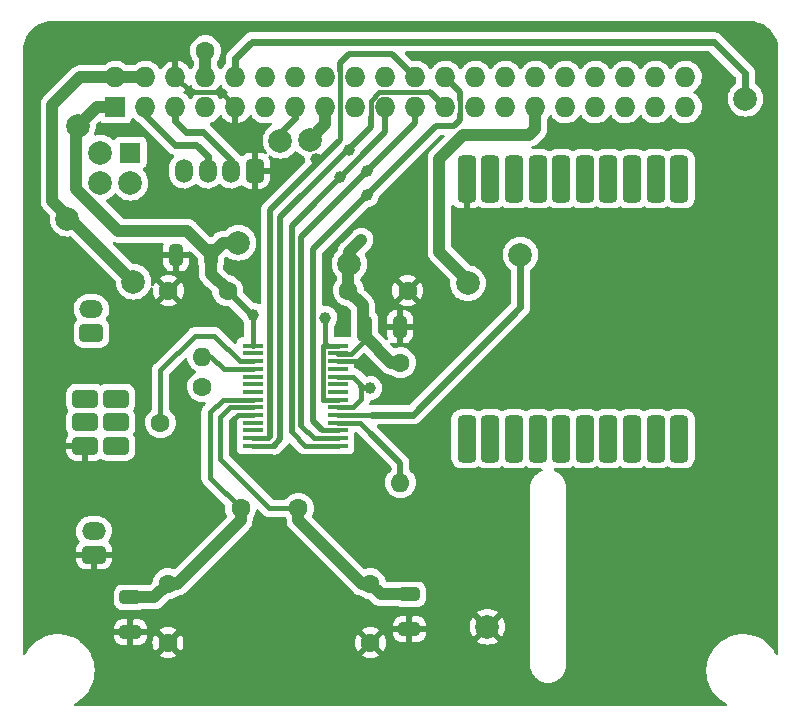
<source format=gbr>
%TF.GenerationSoftware,KiCad,Pcbnew,(6.0.0)*%
%TF.CreationDate,2022-05-09T16:02:37+02:00*%
%TF.ProjectId,RPi_Hat,5250695f-4861-4742-9e6b-696361645f70,rev?*%
%TF.SameCoordinates,Original*%
%TF.FileFunction,Copper,L1,Top*%
%TF.FilePolarity,Positive*%
%FSLAX46Y46*%
G04 Gerber Fmt 4.6, Leading zero omitted, Abs format (unit mm)*
G04 Created by KiCad (PCBNEW (6.0.0)) date 2022-05-09 16:02:37*
%MOMM*%
%LPD*%
G01*
G04 APERTURE LIST*
G04 Aperture macros list*
%AMRoundRect*
0 Rectangle with rounded corners*
0 $1 Rounding radius*
0 $2 $3 $4 $5 $6 $7 $8 $9 X,Y pos of 4 corners*
0 Add a 4 corners polygon primitive as box body*
4,1,4,$2,$3,$4,$5,$6,$7,$8,$9,$2,$3,0*
0 Add four circle primitives for the rounded corners*
1,1,$1+$1,$2,$3*
1,1,$1+$1,$4,$5*
1,1,$1+$1,$6,$7*
1,1,$1+$1,$8,$9*
0 Add four rect primitives between the rounded corners*
20,1,$1+$1,$2,$3,$4,$5,0*
20,1,$1+$1,$4,$5,$6,$7,0*
20,1,$1+$1,$6,$7,$8,$9,0*
20,1,$1+$1,$8,$9,$2,$3,0*%
G04 Aperture macros list end*
%TA.AperFunction,ComponentPad*%
%ADD10R,1.727200X1.727200*%
%TD*%
%TA.AperFunction,ComponentPad*%
%ADD11O,1.727200X1.727200*%
%TD*%
%TA.AperFunction,SMDPad,CuDef*%
%ADD12RoundRect,0.250000X-0.650000X0.325000X-0.650000X-0.325000X0.650000X-0.325000X0.650000X0.325000X0*%
%TD*%
%TA.AperFunction,SMDPad,CuDef*%
%ADD13RoundRect,0.250000X-0.325000X-0.650000X0.325000X-0.650000X0.325000X0.650000X-0.325000X0.650000X0*%
%TD*%
%TA.AperFunction,SMDPad,CuDef*%
%ADD14C,1.000000*%
%TD*%
%TA.AperFunction,ComponentPad*%
%ADD15RoundRect,0.312500X0.437500X0.687500X-0.437500X0.687500X-0.437500X-0.687500X0.437500X-0.687500X0*%
%TD*%
%TA.AperFunction,ComponentPad*%
%ADD16O,1.500000X2.000000*%
%TD*%
%TA.AperFunction,SMDPad,CuDef*%
%ADD17C,2.000000*%
%TD*%
%TA.AperFunction,SMDPad,CuDef*%
%ADD18R,1.750000X0.450000*%
%TD*%
%TA.AperFunction,ComponentPad*%
%ADD19RoundRect,0.312500X0.687500X-0.437500X0.687500X0.437500X-0.687500X0.437500X-0.687500X-0.437500X0*%
%TD*%
%TA.AperFunction,ComponentPad*%
%ADD20O,2.000000X1.500000*%
%TD*%
%TA.AperFunction,ComponentPad*%
%ADD21C,1.600000*%
%TD*%
%TA.AperFunction,ComponentPad*%
%ADD22O,1.600000X1.600000*%
%TD*%
%TA.AperFunction,ComponentPad*%
%ADD23R,1.700000X1.700000*%
%TD*%
%TA.AperFunction,ComponentPad*%
%ADD24C,2.000000*%
%TD*%
%TA.AperFunction,ComponentPad*%
%ADD25RoundRect,0.312500X-0.787500X0.437500X-0.787500X-0.437500X0.787500X-0.437500X0.787500X0.437500X0*%
%TD*%
%TA.AperFunction,ComponentPad*%
%ADD26RoundRect,0.312500X0.787500X-0.437500X0.787500X0.437500X-0.787500X0.437500X-0.787500X-0.437500X0*%
%TD*%
%TA.AperFunction,ComponentPad*%
%ADD27RoundRect,0.400000X-0.400000X1.600000X-0.400000X-1.600000X0.400000X-1.600000X0.400000X1.600000X0*%
%TD*%
%TA.AperFunction,ViaPad*%
%ADD28C,1.600000*%
%TD*%
%TA.AperFunction,ViaPad*%
%ADD29C,2.000000*%
%TD*%
%TA.AperFunction,Conductor*%
%ADD30C,0.450000*%
%TD*%
%TA.AperFunction,Conductor*%
%ADD31C,0.600000*%
%TD*%
%TA.AperFunction,Conductor*%
%ADD32C,0.400000*%
%TD*%
%TA.AperFunction,Conductor*%
%ADD33C,0.250000*%
%TD*%
%TA.AperFunction,Conductor*%
%ADD34C,0.500000*%
%TD*%
%TA.AperFunction,Conductor*%
%ADD35C,1.000000*%
%TD*%
G04 APERTURE END LIST*
D10*
X68580000Y-42870000D03*
D11*
X68580000Y-40330000D03*
X71120000Y-42870000D03*
X71120000Y-40330000D03*
X73660000Y-42870000D03*
X73660000Y-40330000D03*
X76200000Y-42870000D03*
X76200000Y-40330000D03*
X78740000Y-42870000D03*
X78740000Y-40330000D03*
X81280000Y-42870000D03*
X81280000Y-40330000D03*
X83820000Y-42870000D03*
X83820000Y-40330000D03*
X86360000Y-42870000D03*
X86360000Y-40330000D03*
X88900000Y-42870000D03*
X88900000Y-40330000D03*
X91440000Y-42870000D03*
X91440000Y-40330000D03*
X93980000Y-42870000D03*
X93980000Y-40330000D03*
X96520000Y-42870000D03*
X96520000Y-40330000D03*
X99060000Y-42870000D03*
X99060000Y-40330000D03*
X101600000Y-42870000D03*
X101600000Y-40330000D03*
X104140000Y-42870000D03*
X104140000Y-40330000D03*
X106680000Y-42870000D03*
X106680000Y-40330000D03*
X109220000Y-42870000D03*
X109220000Y-40330000D03*
X111760000Y-42870000D03*
X111760000Y-40330000D03*
X114300000Y-42870000D03*
X114300000Y-40330000D03*
X116840000Y-42870000D03*
X116840000Y-40330000D03*
D12*
X93472000Y-84123000D03*
X93472000Y-87073000D03*
D13*
X73709000Y-55372000D03*
X76659000Y-55372000D03*
D14*
X67056000Y-54610000D03*
D15*
X80391000Y-48260000D03*
D16*
X78391000Y-48260000D03*
X76391000Y-48260000D03*
X74391000Y-48260000D03*
D14*
X89408000Y-54102000D03*
D17*
X100076000Y-86868000D03*
D14*
X86360000Y-60706000D03*
X88392000Y-46482000D03*
D18*
X80220000Y-63085000D03*
X80220000Y-63735000D03*
X80220000Y-64385000D03*
X80220000Y-65035000D03*
X80220000Y-65685000D03*
X80220000Y-66335000D03*
X80220000Y-66985000D03*
X80220000Y-67635000D03*
X80220000Y-68285000D03*
X80220000Y-68935000D03*
X80220000Y-69585000D03*
X80220000Y-70235000D03*
X80220000Y-70885000D03*
X80220000Y-71535000D03*
X87420000Y-71535000D03*
X87420000Y-70885000D03*
X87420000Y-70235000D03*
X87420000Y-69585000D03*
X87420000Y-68935000D03*
X87420000Y-68285000D03*
X87420000Y-67635000D03*
X87420000Y-66985000D03*
X87420000Y-66335000D03*
X87420000Y-65685000D03*
X87420000Y-65035000D03*
X87420000Y-64385000D03*
X87420000Y-63735000D03*
X87420000Y-63085000D03*
D19*
X66760000Y-80756000D03*
D20*
X66760000Y-78756000D03*
D14*
X89916000Y-48260000D03*
X87630000Y-48768000D03*
D21*
X88305000Y-58420000D03*
X93305000Y-58420000D03*
X73065000Y-58420000D03*
X78065000Y-58420000D03*
D12*
X69850000Y-84377000D03*
X69850000Y-87327000D03*
D21*
X92710000Y-64516000D03*
D22*
X92710000Y-74676000D03*
D21*
X79175000Y-76835000D03*
X84075000Y-76835000D03*
X75946000Y-66548000D03*
D22*
X75946000Y-64008000D03*
D19*
X66548000Y-61976000D03*
D20*
X66548000Y-59976000D03*
D14*
X85598000Y-47244000D03*
D21*
X90170000Y-83225000D03*
X90170000Y-88225000D03*
D13*
X89711000Y-61468000D03*
X92661000Y-61468000D03*
D14*
X80264000Y-60452000D03*
X89916000Y-50292000D03*
D23*
X69850000Y-46736000D03*
D24*
X69850000Y-49276000D03*
X67310000Y-46736000D03*
X67310000Y-49276000D03*
D21*
X73025000Y-83225000D03*
X73025000Y-88225000D03*
D25*
X68626000Y-67564000D03*
D26*
X66026000Y-67564000D03*
D25*
X68626000Y-69564000D03*
D26*
X66026000Y-69564000D03*
D25*
X68626000Y-71564000D03*
D26*
X66026000Y-71564000D03*
D14*
X90170000Y-66675000D03*
D27*
X116315000Y-48944000D03*
X114315000Y-48944000D03*
X112315000Y-48944000D03*
X110315000Y-48944000D03*
X108315000Y-48944000D03*
X106315000Y-48944000D03*
X104315000Y-48944000D03*
X102315000Y-48944000D03*
X100315000Y-48944000D03*
X98315000Y-48944000D03*
X98315000Y-70944000D03*
X100315000Y-70944000D03*
X102315000Y-70944000D03*
X104315000Y-70944000D03*
X106315000Y-70944000D03*
X108315000Y-70944000D03*
X110315000Y-70944000D03*
X112315000Y-70944000D03*
X114315000Y-70944000D03*
X116315000Y-70944000D03*
D28*
X72390000Y-69596000D03*
D29*
X82550000Y-45720000D03*
X62484000Y-74676000D03*
X81625000Y-84836000D03*
X66675000Y-37465000D03*
X62738000Y-83225000D03*
X121666000Y-69850000D03*
X95504000Y-60452000D03*
X97028000Y-77216000D03*
X121666000Y-82550000D03*
X61976000Y-54864000D03*
X121666000Y-57150000D03*
X98425000Y-57785000D03*
D28*
X76200000Y-38100000D03*
D29*
X121920000Y-42164000D03*
X78994000Y-54356000D03*
X65405000Y-44450000D03*
X102870000Y-55372000D03*
X88392000Y-56134000D03*
X70104000Y-57658000D03*
X64516000Y-52324000D03*
X85060570Y-45631711D03*
D30*
X75946000Y-64008000D02*
X76708000Y-64008000D01*
X76708000Y-64008000D02*
X77735000Y-65035000D01*
X77735000Y-65035000D02*
X80220000Y-65035000D01*
X80220000Y-64385000D02*
X79117000Y-64385000D01*
X79117000Y-64385000D02*
X76962000Y-62230000D01*
X72390000Y-69596000D02*
X72390000Y-65151000D01*
X72390000Y-65151000D02*
X75311000Y-62230000D01*
X75311000Y-62230000D02*
X76962000Y-62230000D01*
D31*
X82550000Y-45085000D02*
X83820000Y-43815000D01*
X83820000Y-43815000D02*
X83820000Y-42870000D01*
X82550000Y-45720000D02*
X82550000Y-45085000D01*
D32*
X74936889Y-41606889D02*
X77476889Y-41606889D01*
X77476889Y-41606889D02*
X78740000Y-42870000D01*
D30*
X89408000Y-64516000D02*
X89277000Y-64385000D01*
D32*
X73660000Y-40330000D02*
X74936889Y-41606889D01*
D30*
X89277000Y-64385000D02*
X87420000Y-64385000D01*
D33*
X77551889Y-41681889D02*
X78740000Y-42870000D01*
D30*
X78920978Y-68935000D02*
X78486000Y-69369978D01*
X80220000Y-68935000D02*
X78920978Y-68935000D01*
X78486000Y-69369978D02*
X78486000Y-70866000D01*
D34*
X91440000Y-45008800D02*
X91440000Y-42870000D01*
X83503519Y-70422519D02*
X83503519Y-52945281D01*
X83503519Y-52945281D02*
X91440000Y-45008800D01*
D30*
X84616000Y-71535000D02*
X83503519Y-70422519D01*
X87420000Y-71535000D02*
X84616000Y-71535000D01*
X84328000Y-69850000D02*
X85363000Y-70885000D01*
D34*
X93980000Y-44196000D02*
X84328000Y-53848000D01*
X93980000Y-42870000D02*
X93980000Y-44196000D01*
X84328000Y-53848000D02*
X84328000Y-69850000D01*
D30*
X85852419Y-70885000D02*
X85817063Y-70885000D01*
X85363000Y-70885000D02*
X85817063Y-70885000D01*
X87420000Y-70885000D02*
X85852419Y-70885000D01*
X81519022Y-70885000D02*
X81661000Y-70743022D01*
D32*
X87623111Y-45599889D02*
X87503000Y-45720000D01*
D34*
X92004000Y-38354000D02*
X88392000Y-38354000D01*
D30*
X80220000Y-70885000D02*
X81519022Y-70885000D01*
D34*
X81661000Y-51562000D02*
X87503000Y-45720000D01*
X81661000Y-70743022D02*
X81661000Y-51562000D01*
X88392000Y-38354000D02*
X87586889Y-39159111D01*
X87586889Y-39159111D02*
X87586889Y-39822313D01*
X93980000Y-40330000D02*
X92004000Y-38354000D01*
D32*
X87623111Y-39822313D02*
X87623111Y-45599889D01*
D30*
X80220000Y-71535000D02*
X82008000Y-71535000D01*
D34*
X90176889Y-44570111D02*
X90176889Y-43681111D01*
X82550000Y-52197000D02*
X90176889Y-44570111D01*
X82008000Y-71535000D02*
X82550000Y-70993000D01*
D32*
X90923690Y-41600000D02*
X90176889Y-42346801D01*
X90176889Y-42346801D02*
X90176889Y-43681111D01*
D34*
X82550000Y-70993000D02*
X82550000Y-52197000D01*
X96520000Y-42870000D02*
X95250000Y-41600000D01*
D32*
X95250000Y-41600000D02*
X90923690Y-41600000D01*
D34*
X97790000Y-41600000D02*
X97790000Y-42282980D01*
X97282000Y-44450000D02*
X95758000Y-44450000D01*
X97790000Y-43942000D02*
X97282000Y-44450000D01*
X85344000Y-54864000D02*
X85344000Y-69458022D01*
X85344000Y-69458022D02*
X86096458Y-70210480D01*
X86096458Y-70210480D02*
X86120978Y-70210480D01*
D30*
X86364000Y-70235000D02*
X86120978Y-70235000D01*
D34*
X96520000Y-40330000D02*
X97790000Y-41600000D01*
X97790000Y-43434000D02*
X97790000Y-43942000D01*
D30*
X87420000Y-70235000D02*
X86364000Y-70235000D01*
D32*
X97790000Y-42282980D02*
X97790000Y-43434000D01*
D34*
X95758000Y-44450000D02*
X85344000Y-54864000D01*
D35*
X103632000Y-45212000D02*
X104140000Y-44704000D01*
X96012000Y-55118000D02*
X96012000Y-47244000D01*
X104140000Y-44704000D02*
X104140000Y-42870000D01*
X98044000Y-45212000D02*
X103632000Y-45212000D01*
X98044000Y-57404000D02*
X98044000Y-57150000D01*
X96012000Y-47244000D02*
X98044000Y-45212000D01*
X98044000Y-57150000D02*
X96012000Y-55118000D01*
X98425000Y-57785000D02*
X98044000Y-57404000D01*
X76200000Y-38100000D02*
X76200000Y-40330000D01*
D31*
X80137000Y-37338000D02*
X78740000Y-38735000D01*
X121920000Y-42164000D02*
X121920000Y-40005000D01*
X119253000Y-37338000D02*
X80137000Y-37338000D01*
X121920000Y-40005000D02*
X119253000Y-37338000D01*
X78740000Y-38735000D02*
X78740000Y-40330000D01*
D30*
X80220000Y-67635000D02*
X77653000Y-67635000D01*
D31*
X73801000Y-83225000D02*
X73025000Y-83225000D01*
D30*
X76581000Y-68707000D02*
X76581000Y-74241000D01*
D35*
X79175000Y-76835000D02*
X79175000Y-77851000D01*
X71873000Y-84377000D02*
X73025000Y-83225000D01*
X79175000Y-77851000D02*
X73801000Y-83225000D01*
X69850000Y-84377000D02*
X71873000Y-84377000D01*
D30*
X77653000Y-67635000D02*
X76581000Y-68707000D01*
X76581000Y-74241000D02*
X79175000Y-76835000D01*
D35*
X84075000Y-76835000D02*
X84075000Y-77851000D01*
D30*
X77470000Y-72707500D02*
X77470000Y-70133560D01*
D34*
X89449000Y-83225000D02*
X90170000Y-83225000D01*
D35*
X91068000Y-84123000D02*
X90170000Y-83225000D01*
D30*
X77470000Y-70133560D02*
X77455481Y-70119041D01*
X77455481Y-70119041D02*
X77455481Y-69102519D01*
X81597500Y-76835000D02*
X77470000Y-72707500D01*
D35*
X93472000Y-84123000D02*
X91068000Y-84123000D01*
D30*
X78273000Y-68285000D02*
X80220000Y-68285000D01*
D35*
X84075000Y-77851000D02*
X89449000Y-83225000D01*
D30*
X84075000Y-76835000D02*
X81597500Y-76835000D01*
X77455481Y-69102519D02*
X78273000Y-68285000D01*
X89408000Y-66548000D02*
X89408000Y-66373978D01*
X89408000Y-66373978D02*
X88719022Y-65685000D01*
D34*
X89408000Y-66548000D02*
X89535000Y-66675000D01*
D30*
X88719022Y-65685000D02*
X87420000Y-65685000D01*
X88719022Y-68285000D02*
X87420000Y-68285000D01*
X89408000Y-66548000D02*
X89408000Y-67596022D01*
X89408000Y-67596022D02*
X88719022Y-68285000D01*
D34*
X89535000Y-66675000D02*
X90170000Y-66675000D01*
D30*
X87419511Y-67635489D02*
X86121467Y-67635489D01*
D32*
X86360000Y-62865000D02*
X86580000Y-63085000D01*
X86360000Y-60960000D02*
X86360000Y-62865000D01*
D30*
X86120489Y-67634511D02*
X86120489Y-63085489D01*
X86580000Y-63085000D02*
X87420000Y-63085000D01*
X86121467Y-67635489D02*
X86120489Y-67634511D01*
X86120978Y-63085000D02*
X86580000Y-63085000D01*
X87420000Y-67635000D02*
X87419511Y-67635489D01*
X80220000Y-63085000D02*
X80220000Y-60575000D01*
D35*
X65278000Y-49784000D02*
X68834000Y-53340000D01*
X77675000Y-54356000D02*
X76659000Y-55372000D01*
X78994000Y-54356000D02*
X77675000Y-54356000D01*
X65278000Y-44577000D02*
X65278000Y-49784000D01*
X65405000Y-44450000D02*
X65278000Y-44577000D01*
X74627000Y-53340000D02*
X76659000Y-55372000D01*
D31*
X102870000Y-55372000D02*
X102870000Y-59817000D01*
X80220000Y-60575000D02*
X78065000Y-58420000D01*
X102870000Y-59817000D02*
X93752000Y-68935000D01*
D35*
X66985000Y-42870000D02*
X68580000Y-42870000D01*
X76659000Y-56974000D02*
X76659000Y-55372000D01*
X78065000Y-58420000D02*
X78065000Y-58380000D01*
D30*
X87420000Y-68935000D02*
X90271000Y-68935000D01*
D35*
X78065000Y-58380000D02*
X76659000Y-56974000D01*
X68834000Y-53340000D02*
X74627000Y-53340000D01*
D31*
X93752000Y-68935000D02*
X90271000Y-68935000D01*
D35*
X65405000Y-44450000D02*
X66985000Y-42870000D01*
X63246000Y-50800000D02*
X70104000Y-57658000D01*
X88305000Y-56221000D02*
X88305000Y-58420000D01*
X89535000Y-59650000D02*
X88305000Y-58420000D01*
X88392000Y-56134000D02*
X88392000Y-55118000D01*
X92710000Y-64516000D02*
X91948000Y-64516000D01*
X88392000Y-55118000D02*
X89408000Y-54102000D01*
X88392000Y-56134000D02*
X88305000Y-56221000D01*
D30*
X89535000Y-62230000D02*
X89535000Y-62723578D01*
D35*
X89711000Y-62279000D02*
X89711000Y-61468000D01*
X65588000Y-40330000D02*
X68580000Y-40330000D01*
D30*
X88523098Y-63735480D02*
X87420480Y-63735480D01*
D35*
X91948000Y-64516000D02*
X89711000Y-62279000D01*
X63246000Y-50800000D02*
X63246000Y-42672000D01*
D30*
X87420480Y-63735480D02*
X87420000Y-63735000D01*
D35*
X68580000Y-40330000D02*
X71120000Y-40330000D01*
D30*
X89535000Y-62723578D02*
X88523098Y-63735480D01*
D35*
X89535000Y-62230000D02*
X89535000Y-59650000D01*
X63246000Y-42672000D02*
X65588000Y-40330000D01*
X85060570Y-45631711D02*
X86360000Y-44332281D01*
X86360000Y-44332281D02*
X86360000Y-42870000D01*
D34*
X92710000Y-73025000D02*
X92710000Y-74676000D01*
X90170000Y-70485000D02*
X92710000Y-73025000D01*
D30*
X90170000Y-70485000D02*
X89270000Y-69585000D01*
X89270000Y-69585000D02*
X87420000Y-69585000D01*
D31*
X75438000Y-46101000D02*
X76391000Y-47054000D01*
X76391000Y-47054000D02*
X76391000Y-48260000D01*
X73660000Y-46101000D02*
X75438000Y-46101000D01*
X71120000Y-43561000D02*
X73660000Y-46101000D01*
X71120000Y-42870000D02*
X71120000Y-43561000D01*
X76009500Y-44958000D02*
X78391000Y-47339500D01*
X74549000Y-44958000D02*
X76009500Y-44958000D01*
X73660000Y-42870000D02*
X73660000Y-44069000D01*
X73660000Y-44069000D02*
X74549000Y-44958000D01*
X78391000Y-47339500D02*
X78391000Y-48260000D01*
%TA.AperFunction,Conductor*%
G36*
X122192057Y-35561500D02*
G01*
X122206858Y-35563805D01*
X122206861Y-35563805D01*
X122215730Y-35565186D01*
X122232899Y-35562941D01*
X122256839Y-35562108D01*
X122514770Y-35577710D01*
X122529874Y-35579544D01*
X122600648Y-35592514D01*
X122810879Y-35631040D01*
X122825641Y-35634678D01*
X123098408Y-35719675D01*
X123112627Y-35725069D01*
X123373140Y-35842316D01*
X123386609Y-35849385D01*
X123631095Y-35997182D01*
X123643617Y-36005825D01*
X123868507Y-36182016D01*
X123879895Y-36192106D01*
X124081894Y-36394105D01*
X124091984Y-36405493D01*
X124268175Y-36630383D01*
X124276818Y-36642905D01*
X124424615Y-36887391D01*
X124431684Y-36900860D01*
X124490909Y-37032453D01*
X124548930Y-37161370D01*
X124554325Y-37175592D01*
X124579288Y-37255700D01*
X124639321Y-37448353D01*
X124642962Y-37463127D01*
X124694456Y-37744126D01*
X124696290Y-37759230D01*
X124711455Y-38009929D01*
X124710198Y-38036639D01*
X124710195Y-38036859D01*
X124708814Y-38045730D01*
X124710454Y-38058270D01*
X124712740Y-38075750D01*
X124713803Y-38092682D01*
X124702190Y-40558553D01*
X124702154Y-40559439D01*
X124702000Y-40560423D01*
X124702000Y-40598455D01*
X124701999Y-40599048D01*
X124701834Y-40634084D01*
X124701970Y-40635066D01*
X124702000Y-40635971D01*
X124702000Y-89109613D01*
X124681998Y-89177734D01*
X124628342Y-89224227D01*
X124558068Y-89234331D01*
X124493488Y-89204837D01*
X124467157Y-89173089D01*
X124371666Y-89009348D01*
X124299687Y-88885924D01*
X124089001Y-88603781D01*
X124086557Y-88601183D01*
X124086552Y-88601177D01*
X123850180Y-88349907D01*
X123850176Y-88349904D01*
X123847730Y-88347303D01*
X123701923Y-88223868D01*
X123581698Y-88122090D01*
X123581694Y-88122087D01*
X123578976Y-88119786D01*
X123565181Y-88110568D01*
X123289170Y-87926144D01*
X123289168Y-87926143D01*
X123286193Y-87924155D01*
X123283009Y-87922515D01*
X122976330Y-87764564D01*
X122976325Y-87764562D01*
X122973147Y-87762925D01*
X122969806Y-87761659D01*
X122969801Y-87761657D01*
X122647205Y-87639437D01*
X122647206Y-87639437D01*
X122643861Y-87638170D01*
X122640397Y-87637290D01*
X122640393Y-87637289D01*
X122306037Y-87552373D01*
X122306029Y-87552371D01*
X122302570Y-87551493D01*
X122130848Y-87528122D01*
X121956653Y-87504415D01*
X121956646Y-87504414D01*
X121953660Y-87504008D01*
X121838919Y-87499500D01*
X121620802Y-87499500D01*
X121479244Y-87507538D01*
X121362008Y-87514195D01*
X121362001Y-87514196D01*
X121358440Y-87514398D01*
X121220117Y-87538166D01*
X121014918Y-87573425D01*
X121014910Y-87573427D01*
X121011400Y-87574030D01*
X121007975Y-87575028D01*
X121007972Y-87575029D01*
X120987487Y-87581000D01*
X120673341Y-87672566D01*
X120670039Y-87673951D01*
X120670038Y-87673951D01*
X120538570Y-87729080D01*
X120348610Y-87808737D01*
X120246704Y-87865807D01*
X120044498Y-87979047D01*
X120044493Y-87979050D01*
X120041381Y-87980793D01*
X120038485Y-87982878D01*
X120038480Y-87982881D01*
X119896297Y-88085239D01*
X119755605Y-88186523D01*
X119752969Y-88188917D01*
X119752967Y-88188919D01*
X119524051Y-88396851D01*
X119494954Y-88423281D01*
X119262781Y-88688023D01*
X119062071Y-88977347D01*
X118895402Y-89287532D01*
X118764919Y-89614590D01*
X118672299Y-89954317D01*
X118671757Y-89957839D01*
X118630277Y-90227339D01*
X118618732Y-90302345D01*
X118618592Y-90305909D01*
X118609027Y-90549370D01*
X118604908Y-90654200D01*
X118614757Y-90786735D01*
X118629484Y-90984899D01*
X118631004Y-91005358D01*
X118696684Y-91351304D01*
X118697742Y-91354713D01*
X118697744Y-91354719D01*
X118727233Y-91449687D01*
X118801104Y-91687592D01*
X118942921Y-92009897D01*
X119120313Y-92314076D01*
X119330999Y-92596219D01*
X119333443Y-92598817D01*
X119333448Y-92598823D01*
X119569820Y-92850093D01*
X119572270Y-92852697D01*
X119574999Y-92855007D01*
X119806859Y-93051291D01*
X119841024Y-93080214D01*
X120133807Y-93275845D01*
X120136989Y-93277484D01*
X120136991Y-93277485D01*
X120285523Y-93353984D01*
X120336925Y-93402957D01*
X120353691Y-93471945D01*
X120330497Y-93539047D01*
X120274707Y-93582956D01*
X120227831Y-93592000D01*
X65195807Y-93592000D01*
X65127686Y-93571998D01*
X65081193Y-93518342D01*
X65071089Y-93448068D01*
X65100583Y-93383488D01*
X65134241Y-93356065D01*
X65375502Y-93220953D01*
X65375507Y-93220950D01*
X65378619Y-93219207D01*
X65381515Y-93217122D01*
X65381520Y-93217119D01*
X65528239Y-93111496D01*
X65664395Y-93013477D01*
X65838858Y-92855007D01*
X65922405Y-92779118D01*
X65922406Y-92779117D01*
X65925046Y-92776719D01*
X66157219Y-92511977D01*
X66204326Y-92444073D01*
X66296652Y-92310984D01*
X66357929Y-92222653D01*
X66524598Y-91912468D01*
X66655081Y-91585410D01*
X66747701Y-91245683D01*
X66762487Y-91149618D01*
X66800726Y-90901178D01*
X66800726Y-90901174D01*
X66801268Y-90897655D01*
X66810833Y-90654200D01*
X66814952Y-90549370D01*
X66814952Y-90549365D01*
X66815092Y-90545800D01*
X66788996Y-90194642D01*
X66723316Y-89848696D01*
X66618896Y-89512408D01*
X66530302Y-89311062D01*
X72303493Y-89311062D01*
X72312789Y-89323077D01*
X72363994Y-89358931D01*
X72373489Y-89364414D01*
X72570947Y-89456490D01*
X72581239Y-89460236D01*
X72791688Y-89516625D01*
X72802481Y-89518528D01*
X73019525Y-89537517D01*
X73030475Y-89537517D01*
X73247519Y-89518528D01*
X73258312Y-89516625D01*
X73468761Y-89460236D01*
X73479053Y-89456490D01*
X73676511Y-89364414D01*
X73686006Y-89358931D01*
X73738048Y-89322491D01*
X73746424Y-89312012D01*
X73745925Y-89311062D01*
X89448493Y-89311062D01*
X89457789Y-89323077D01*
X89508994Y-89358931D01*
X89518489Y-89364414D01*
X89715947Y-89456490D01*
X89726239Y-89460236D01*
X89936688Y-89516625D01*
X89947481Y-89518528D01*
X90164525Y-89537517D01*
X90175475Y-89537517D01*
X90392519Y-89518528D01*
X90403312Y-89516625D01*
X90613761Y-89460236D01*
X90624053Y-89456490D01*
X90821511Y-89364414D01*
X90831006Y-89358931D01*
X90883048Y-89322491D01*
X90891424Y-89312012D01*
X90884356Y-89298566D01*
X90182812Y-88597022D01*
X90168868Y-88589408D01*
X90167035Y-88589539D01*
X90160420Y-88593790D01*
X89454923Y-89299287D01*
X89448493Y-89311062D01*
X73745925Y-89311062D01*
X73739356Y-89298566D01*
X73037812Y-88597022D01*
X73023868Y-88589408D01*
X73022035Y-88589539D01*
X73015420Y-88593790D01*
X72309923Y-89299287D01*
X72303493Y-89311062D01*
X66530302Y-89311062D01*
X66492094Y-89224227D01*
X66478522Y-89193382D01*
X66478520Y-89193379D01*
X66477079Y-89190103D01*
X66299687Y-88885924D01*
X66089001Y-88603781D01*
X66086557Y-88601183D01*
X66086552Y-88601177D01*
X65850180Y-88349907D01*
X65850176Y-88349904D01*
X65847730Y-88347303D01*
X65701923Y-88223868D01*
X65581698Y-88122090D01*
X65581694Y-88122087D01*
X65578976Y-88119786D01*
X65565181Y-88110568D01*
X65289170Y-87926144D01*
X65289168Y-87926143D01*
X65286193Y-87924155D01*
X65283009Y-87922515D01*
X64976330Y-87764564D01*
X64976325Y-87764562D01*
X64973147Y-87762925D01*
X64969806Y-87761659D01*
X64969801Y-87761657D01*
X64804670Y-87699095D01*
X68442001Y-87699095D01*
X68442338Y-87705614D01*
X68452257Y-87801206D01*
X68455149Y-87814600D01*
X68506588Y-87968784D01*
X68512761Y-87981962D01*
X68598063Y-88119807D01*
X68607099Y-88131208D01*
X68721829Y-88245739D01*
X68733240Y-88254751D01*
X68871243Y-88339816D01*
X68884424Y-88345963D01*
X69038710Y-88397138D01*
X69052086Y-88400005D01*
X69146438Y-88409672D01*
X69152854Y-88410000D01*
X69577885Y-88410000D01*
X69593124Y-88405525D01*
X69594329Y-88404135D01*
X69596000Y-88396452D01*
X69596000Y-88391884D01*
X70104000Y-88391884D01*
X70108475Y-88407123D01*
X70109865Y-88408328D01*
X70117548Y-88409999D01*
X70547095Y-88409999D01*
X70553614Y-88409662D01*
X70649206Y-88399743D01*
X70662600Y-88396851D01*
X70816784Y-88345412D01*
X70829962Y-88339239D01*
X70967807Y-88253937D01*
X70979208Y-88244901D01*
X70993609Y-88230475D01*
X71712483Y-88230475D01*
X71731472Y-88447519D01*
X71733375Y-88458312D01*
X71789764Y-88668761D01*
X71793510Y-88679053D01*
X71885586Y-88876511D01*
X71891069Y-88886006D01*
X71927509Y-88938048D01*
X71937988Y-88946424D01*
X71951434Y-88939356D01*
X72652978Y-88237812D01*
X72659356Y-88226132D01*
X73389408Y-88226132D01*
X73389539Y-88227965D01*
X73393790Y-88234580D01*
X74099287Y-88940077D01*
X74111062Y-88946507D01*
X74123077Y-88937211D01*
X74158931Y-88886006D01*
X74164414Y-88876511D01*
X74256490Y-88679053D01*
X74260236Y-88668761D01*
X74316625Y-88458312D01*
X74318528Y-88447519D01*
X74337517Y-88230475D01*
X88857483Y-88230475D01*
X88876472Y-88447519D01*
X88878375Y-88458312D01*
X88934764Y-88668761D01*
X88938510Y-88679053D01*
X89030586Y-88876511D01*
X89036069Y-88886006D01*
X89072509Y-88938048D01*
X89082988Y-88946424D01*
X89096434Y-88939356D01*
X89797978Y-88237812D01*
X89804356Y-88226132D01*
X90534408Y-88226132D01*
X90534539Y-88227965D01*
X90538790Y-88234580D01*
X91244287Y-88940077D01*
X91256062Y-88946507D01*
X91268077Y-88937211D01*
X91303931Y-88886006D01*
X91309414Y-88876511D01*
X91401490Y-88679053D01*
X91405236Y-88668761D01*
X91461625Y-88458312D01*
X91463528Y-88447519D01*
X91482517Y-88230475D01*
X91482517Y-88219525D01*
X91463528Y-88002481D01*
X91461625Y-87991688D01*
X91405236Y-87781239D01*
X91401490Y-87770947D01*
X91309414Y-87573489D01*
X91303931Y-87563994D01*
X91267491Y-87511952D01*
X91257012Y-87503576D01*
X91243566Y-87510644D01*
X90542022Y-88212188D01*
X90534408Y-88226132D01*
X89804356Y-88226132D01*
X89805592Y-88223868D01*
X89805461Y-88222035D01*
X89801210Y-88215420D01*
X89095713Y-87509923D01*
X89083938Y-87503493D01*
X89071923Y-87512789D01*
X89036069Y-87563994D01*
X89030586Y-87573489D01*
X88938510Y-87770947D01*
X88934764Y-87781239D01*
X88878375Y-87991688D01*
X88876472Y-88002481D01*
X88857483Y-88219525D01*
X88857483Y-88230475D01*
X74337517Y-88230475D01*
X74337517Y-88219525D01*
X74318528Y-88002481D01*
X74316625Y-87991688D01*
X74260236Y-87781239D01*
X74256490Y-87770947D01*
X74164414Y-87573489D01*
X74158931Y-87563994D01*
X74122491Y-87511952D01*
X74112012Y-87503576D01*
X74098566Y-87510644D01*
X73397022Y-88212188D01*
X73389408Y-88226132D01*
X72659356Y-88226132D01*
X72660592Y-88223868D01*
X72660461Y-88222035D01*
X72656210Y-88215420D01*
X71950713Y-87509923D01*
X71938938Y-87503493D01*
X71926923Y-87512789D01*
X71891069Y-87563994D01*
X71885586Y-87573489D01*
X71793510Y-87770947D01*
X71789764Y-87781239D01*
X71733375Y-87991688D01*
X71731472Y-88002481D01*
X71712483Y-88219525D01*
X71712483Y-88230475D01*
X70993609Y-88230475D01*
X71093739Y-88130171D01*
X71102751Y-88118760D01*
X71187816Y-87980757D01*
X71193963Y-87967576D01*
X71245138Y-87813290D01*
X71248005Y-87799914D01*
X71257672Y-87705562D01*
X71258000Y-87699146D01*
X71258000Y-87599115D01*
X71253525Y-87583876D01*
X71252135Y-87582671D01*
X71244452Y-87581000D01*
X70122115Y-87581000D01*
X70106876Y-87585475D01*
X70105671Y-87586865D01*
X70104000Y-87594548D01*
X70104000Y-88391884D01*
X69596000Y-88391884D01*
X69596000Y-87599115D01*
X69591525Y-87583876D01*
X69590135Y-87582671D01*
X69582452Y-87581000D01*
X68460116Y-87581000D01*
X68444877Y-87585475D01*
X68443672Y-87586865D01*
X68442001Y-87594548D01*
X68442001Y-87699095D01*
X64804670Y-87699095D01*
X64647205Y-87639437D01*
X64647206Y-87639437D01*
X64643861Y-87638170D01*
X64640397Y-87637290D01*
X64640393Y-87637289D01*
X64306037Y-87552373D01*
X64306029Y-87552371D01*
X64302570Y-87551493D01*
X64130848Y-87528122D01*
X63956653Y-87504415D01*
X63956646Y-87504414D01*
X63953660Y-87504008D01*
X63838919Y-87499500D01*
X63620802Y-87499500D01*
X63479244Y-87507538D01*
X63362008Y-87514195D01*
X63362001Y-87514196D01*
X63358440Y-87514398D01*
X63220117Y-87538166D01*
X63014918Y-87573425D01*
X63014910Y-87573427D01*
X63011400Y-87574030D01*
X63007975Y-87575028D01*
X63007972Y-87575029D01*
X62987487Y-87581000D01*
X62673341Y-87672566D01*
X62670039Y-87673951D01*
X62670038Y-87673951D01*
X62538570Y-87729080D01*
X62348610Y-87808737D01*
X62246704Y-87865807D01*
X62044498Y-87979047D01*
X62044493Y-87979050D01*
X62041381Y-87980793D01*
X62038485Y-87982878D01*
X62038480Y-87982881D01*
X61896297Y-88085239D01*
X61755605Y-88186523D01*
X61752969Y-88188917D01*
X61752967Y-88188919D01*
X61524051Y-88396851D01*
X61494954Y-88423281D01*
X61262781Y-88688023D01*
X61062071Y-88977347D01*
X61060380Y-88980494D01*
X61060377Y-88980499D01*
X60954992Y-89176630D01*
X60905130Y-89227170D01*
X60835859Y-89242729D01*
X60769173Y-89218367D01*
X60726244Y-89161819D01*
X60718000Y-89116992D01*
X60718000Y-87137988D01*
X72303576Y-87137988D01*
X72310644Y-87151434D01*
X73012188Y-87852978D01*
X73026132Y-87860592D01*
X73027965Y-87860461D01*
X73034580Y-87856210D01*
X73740077Y-87150713D01*
X73746507Y-87138938D01*
X73745772Y-87137988D01*
X89448576Y-87137988D01*
X89455644Y-87151434D01*
X90157188Y-87852978D01*
X90171132Y-87860592D01*
X90172965Y-87860461D01*
X90179580Y-87856210D01*
X90590695Y-87445095D01*
X92064001Y-87445095D01*
X92064338Y-87451614D01*
X92074257Y-87547206D01*
X92077149Y-87560600D01*
X92128588Y-87714784D01*
X92134761Y-87727962D01*
X92220063Y-87865807D01*
X92229099Y-87877208D01*
X92343829Y-87991739D01*
X92355240Y-88000751D01*
X92493243Y-88085816D01*
X92506424Y-88091963D01*
X92660710Y-88143138D01*
X92674086Y-88146005D01*
X92768438Y-88155672D01*
X92774854Y-88156000D01*
X93199885Y-88156000D01*
X93215124Y-88151525D01*
X93216329Y-88150135D01*
X93218000Y-88142452D01*
X93218000Y-88137884D01*
X93726000Y-88137884D01*
X93730475Y-88153123D01*
X93731865Y-88154328D01*
X93739548Y-88155999D01*
X94169095Y-88155999D01*
X94175614Y-88155662D01*
X94271206Y-88145743D01*
X94284600Y-88142851D01*
X94411034Y-88100670D01*
X99208160Y-88100670D01*
X99213887Y-88108320D01*
X99385042Y-88213205D01*
X99393837Y-88217687D01*
X99603988Y-88304734D01*
X99613373Y-88307783D01*
X99834554Y-88360885D01*
X99844301Y-88362428D01*
X100071070Y-88380275D01*
X100080930Y-88380275D01*
X100307699Y-88362428D01*
X100317446Y-88360885D01*
X100538627Y-88307783D01*
X100548012Y-88304734D01*
X100758163Y-88217687D01*
X100766958Y-88213205D01*
X100934445Y-88110568D01*
X100943907Y-88100110D01*
X100940124Y-88091334D01*
X100088812Y-87240022D01*
X100074868Y-87232408D01*
X100073035Y-87232539D01*
X100066420Y-87236790D01*
X99214920Y-88088290D01*
X99208160Y-88100670D01*
X94411034Y-88100670D01*
X94438784Y-88091412D01*
X94451962Y-88085239D01*
X94589807Y-87999937D01*
X94601208Y-87990901D01*
X94715739Y-87876171D01*
X94724751Y-87864760D01*
X94809816Y-87726757D01*
X94815963Y-87713576D01*
X94867138Y-87559290D01*
X94870005Y-87545914D01*
X94879672Y-87451562D01*
X94880000Y-87445146D01*
X94880000Y-87345115D01*
X94875525Y-87329876D01*
X94874135Y-87328671D01*
X94866452Y-87327000D01*
X93744115Y-87327000D01*
X93728876Y-87331475D01*
X93727671Y-87332865D01*
X93726000Y-87340548D01*
X93726000Y-88137884D01*
X93218000Y-88137884D01*
X93218000Y-87345115D01*
X93213525Y-87329876D01*
X93212135Y-87328671D01*
X93204452Y-87327000D01*
X92082116Y-87327000D01*
X92066877Y-87331475D01*
X92065672Y-87332865D01*
X92064001Y-87340548D01*
X92064001Y-87445095D01*
X90590695Y-87445095D01*
X90885077Y-87150713D01*
X90891507Y-87138938D01*
X90882211Y-87126923D01*
X90831006Y-87091069D01*
X90821511Y-87085586D01*
X90624053Y-86993510D01*
X90613761Y-86989764D01*
X90403312Y-86933375D01*
X90392519Y-86931472D01*
X90175475Y-86912483D01*
X90164525Y-86912483D01*
X89947481Y-86931472D01*
X89936688Y-86933375D01*
X89726239Y-86989764D01*
X89715947Y-86993510D01*
X89518489Y-87085586D01*
X89508994Y-87091069D01*
X89456952Y-87127509D01*
X89448576Y-87137988D01*
X73745772Y-87137988D01*
X73737211Y-87126923D01*
X73686006Y-87091069D01*
X73676511Y-87085586D01*
X73479053Y-86993510D01*
X73468761Y-86989764D01*
X73258312Y-86933375D01*
X73247519Y-86931472D01*
X73030475Y-86912483D01*
X73019525Y-86912483D01*
X72802481Y-86931472D01*
X72791688Y-86933375D01*
X72581239Y-86989764D01*
X72570947Y-86993510D01*
X72373489Y-87085586D01*
X72363994Y-87091069D01*
X72311952Y-87127509D01*
X72303576Y-87137988D01*
X60718000Y-87137988D01*
X60718000Y-87054885D01*
X68442000Y-87054885D01*
X68446475Y-87070124D01*
X68447865Y-87071329D01*
X68455548Y-87073000D01*
X69577885Y-87073000D01*
X69593124Y-87068525D01*
X69594329Y-87067135D01*
X69596000Y-87059452D01*
X69596000Y-87054885D01*
X70104000Y-87054885D01*
X70108475Y-87070124D01*
X70109865Y-87071329D01*
X70117548Y-87073000D01*
X71239884Y-87073000D01*
X71255123Y-87068525D01*
X71256328Y-87067135D01*
X71257999Y-87059452D01*
X71257999Y-86954905D01*
X71257662Y-86948386D01*
X71249832Y-86872930D01*
X98563725Y-86872930D01*
X98581572Y-87099699D01*
X98583115Y-87109446D01*
X98636217Y-87330627D01*
X98639266Y-87340012D01*
X98726313Y-87550163D01*
X98730795Y-87558958D01*
X98833432Y-87726445D01*
X98843890Y-87735907D01*
X98852666Y-87732124D01*
X99703978Y-86880812D01*
X99710356Y-86869132D01*
X100440408Y-86869132D01*
X100440539Y-86870965D01*
X100444790Y-86877580D01*
X101296290Y-87729080D01*
X101308670Y-87735840D01*
X101316320Y-87730113D01*
X101421205Y-87558958D01*
X101425687Y-87550163D01*
X101512734Y-87340012D01*
X101515783Y-87330627D01*
X101568885Y-87109446D01*
X101570428Y-87099699D01*
X101588275Y-86872930D01*
X101588275Y-86863070D01*
X101570428Y-86636301D01*
X101568885Y-86626554D01*
X101515783Y-86405373D01*
X101512734Y-86395988D01*
X101425687Y-86185837D01*
X101421205Y-86177042D01*
X101318568Y-86009555D01*
X101308110Y-86000093D01*
X101299334Y-86003876D01*
X100448022Y-86855188D01*
X100440408Y-86869132D01*
X99710356Y-86869132D01*
X99711592Y-86866868D01*
X99711461Y-86865035D01*
X99707210Y-86858420D01*
X98855710Y-86006920D01*
X98843330Y-86000160D01*
X98835680Y-86005887D01*
X98730795Y-86177042D01*
X98726313Y-86185837D01*
X98639266Y-86395988D01*
X98636217Y-86405373D01*
X98583115Y-86626554D01*
X98581572Y-86636301D01*
X98563725Y-86863070D01*
X98563725Y-86872930D01*
X71249832Y-86872930D01*
X71247743Y-86852794D01*
X71244851Y-86839400D01*
X71232002Y-86800885D01*
X92064000Y-86800885D01*
X92068475Y-86816124D01*
X92069865Y-86817329D01*
X92077548Y-86819000D01*
X93199885Y-86819000D01*
X93215124Y-86814525D01*
X93216329Y-86813135D01*
X93218000Y-86805452D01*
X93218000Y-86800885D01*
X93726000Y-86800885D01*
X93730475Y-86816124D01*
X93731865Y-86817329D01*
X93739548Y-86819000D01*
X94861884Y-86819000D01*
X94877123Y-86814525D01*
X94878328Y-86813135D01*
X94879999Y-86805452D01*
X94879999Y-86700905D01*
X94879662Y-86694386D01*
X94869743Y-86598794D01*
X94866851Y-86585400D01*
X94815412Y-86431216D01*
X94809239Y-86418038D01*
X94723937Y-86280193D01*
X94714901Y-86268792D01*
X94600171Y-86154261D01*
X94588760Y-86145249D01*
X94450757Y-86060184D01*
X94437576Y-86054037D01*
X94283290Y-86002862D01*
X94269914Y-85999995D01*
X94175562Y-85990328D01*
X94169145Y-85990000D01*
X93744115Y-85990000D01*
X93728876Y-85994475D01*
X93727671Y-85995865D01*
X93726000Y-86003548D01*
X93726000Y-86800885D01*
X93218000Y-86800885D01*
X93218000Y-86008116D01*
X93213525Y-85992877D01*
X93212135Y-85991672D01*
X93204452Y-85990001D01*
X92774905Y-85990001D01*
X92768386Y-85990338D01*
X92672794Y-86000257D01*
X92659400Y-86003149D01*
X92505216Y-86054588D01*
X92492038Y-86060761D01*
X92354193Y-86146063D01*
X92342792Y-86155099D01*
X92228261Y-86269829D01*
X92219249Y-86281240D01*
X92134184Y-86419243D01*
X92128037Y-86432424D01*
X92076862Y-86586710D01*
X92073995Y-86600086D01*
X92064328Y-86694438D01*
X92064000Y-86700855D01*
X92064000Y-86800885D01*
X71232002Y-86800885D01*
X71193412Y-86685216D01*
X71187239Y-86672038D01*
X71101937Y-86534193D01*
X71092901Y-86522792D01*
X70978171Y-86408261D01*
X70966760Y-86399249D01*
X70828757Y-86314184D01*
X70815576Y-86308037D01*
X70661290Y-86256862D01*
X70647914Y-86253995D01*
X70553562Y-86244328D01*
X70547145Y-86244000D01*
X70122115Y-86244000D01*
X70106876Y-86248475D01*
X70105671Y-86249865D01*
X70104000Y-86257548D01*
X70104000Y-87054885D01*
X69596000Y-87054885D01*
X69596000Y-86262116D01*
X69591525Y-86246877D01*
X69590135Y-86245672D01*
X69582452Y-86244001D01*
X69152905Y-86244001D01*
X69146386Y-86244338D01*
X69050794Y-86254257D01*
X69037400Y-86257149D01*
X68883216Y-86308588D01*
X68870038Y-86314761D01*
X68732193Y-86400063D01*
X68720792Y-86409099D01*
X68606261Y-86523829D01*
X68597249Y-86535240D01*
X68512184Y-86673243D01*
X68506037Y-86686424D01*
X68454862Y-86840710D01*
X68451995Y-86854086D01*
X68442328Y-86948438D01*
X68442000Y-86954855D01*
X68442000Y-87054885D01*
X60718000Y-87054885D01*
X60718000Y-85635890D01*
X99208093Y-85635890D01*
X99211876Y-85644666D01*
X100063188Y-86495978D01*
X100077132Y-86503592D01*
X100078965Y-86503461D01*
X100085580Y-86499210D01*
X100937080Y-85647710D01*
X100943840Y-85635330D01*
X100938113Y-85627680D01*
X100766958Y-85522795D01*
X100758163Y-85518313D01*
X100548012Y-85431266D01*
X100538627Y-85428217D01*
X100317446Y-85375115D01*
X100307699Y-85373572D01*
X100080930Y-85355725D01*
X100071070Y-85355725D01*
X99844301Y-85373572D01*
X99834554Y-85375115D01*
X99613373Y-85428217D01*
X99603988Y-85431266D01*
X99393837Y-85518313D01*
X99385042Y-85522795D01*
X99217555Y-85625432D01*
X99208093Y-85635890D01*
X60718000Y-85635890D01*
X60718000Y-81281753D01*
X65252001Y-81281753D01*
X65252055Y-81283644D01*
X65253480Y-81293600D01*
X65292105Y-81460902D01*
X65296755Y-81474105D01*
X65370738Y-81627148D01*
X65378202Y-81639000D01*
X65484255Y-81771849D01*
X65494151Y-81781745D01*
X65627000Y-81887798D01*
X65638852Y-81895262D01*
X65791895Y-81969245D01*
X65805098Y-81973895D01*
X65972399Y-82012520D01*
X65982347Y-82013944D01*
X65984277Y-82014000D01*
X66487885Y-82014000D01*
X66503124Y-82009525D01*
X66504329Y-82008135D01*
X66506000Y-82000452D01*
X66506000Y-81995884D01*
X67014000Y-81995884D01*
X67018475Y-82011123D01*
X67019865Y-82012328D01*
X67027548Y-82013999D01*
X67535753Y-82013999D01*
X67537644Y-82013945D01*
X67547600Y-82012520D01*
X67714902Y-81973895D01*
X67728105Y-81969245D01*
X67881148Y-81895262D01*
X67893000Y-81887798D01*
X68025849Y-81781745D01*
X68035745Y-81771849D01*
X68141798Y-81639000D01*
X68149262Y-81627148D01*
X68223245Y-81474105D01*
X68227895Y-81460902D01*
X68266520Y-81293601D01*
X68267944Y-81283653D01*
X68268000Y-81281723D01*
X68268000Y-81028115D01*
X68263525Y-81012876D01*
X68262135Y-81011671D01*
X68254452Y-81010000D01*
X67032115Y-81010000D01*
X67016876Y-81014475D01*
X67015671Y-81015865D01*
X67014000Y-81023548D01*
X67014000Y-81995884D01*
X66506000Y-81995884D01*
X66506000Y-81028115D01*
X66501525Y-81012876D01*
X66500135Y-81011671D01*
X66492452Y-81010000D01*
X65270116Y-81010000D01*
X65254877Y-81014475D01*
X65253672Y-81015865D01*
X65252001Y-81023548D01*
X65252001Y-81281753D01*
X60718000Y-81281753D01*
X60718000Y-78795690D01*
X65247037Y-78795690D01*
X65274025Y-79018715D01*
X65340082Y-79233435D01*
X65342652Y-79238415D01*
X65342654Y-79238419D01*
X65407852Y-79364738D01*
X65443118Y-79433064D01*
X65446531Y-79437511D01*
X65446531Y-79437512D01*
X65528676Y-79544566D01*
X65554276Y-79610787D01*
X65540011Y-79680335D01*
X65507321Y-79719742D01*
X65494150Y-79730256D01*
X65484255Y-79740151D01*
X65378202Y-79873000D01*
X65370738Y-79884852D01*
X65296755Y-80037895D01*
X65292105Y-80051098D01*
X65253480Y-80218399D01*
X65252056Y-80228347D01*
X65252000Y-80230277D01*
X65252000Y-80483885D01*
X65256475Y-80499124D01*
X65257865Y-80500329D01*
X65265548Y-80502000D01*
X68249884Y-80502000D01*
X68265123Y-80497525D01*
X68266328Y-80496135D01*
X68267999Y-80488452D01*
X68267999Y-80230247D01*
X68267945Y-80228356D01*
X68266520Y-80218400D01*
X68227895Y-80051098D01*
X68223245Y-80037895D01*
X68149262Y-79884852D01*
X68141798Y-79873000D01*
X68035745Y-79740151D01*
X68025851Y-79730257D01*
X68015989Y-79722384D01*
X67975232Y-79664252D01*
X67972372Y-79593313D01*
X67993045Y-79551909D01*
X67991992Y-79551201D01*
X68114164Y-79369390D01*
X68117290Y-79364738D01*
X68207588Y-79159033D01*
X68260032Y-78940589D01*
X68272963Y-78716310D01*
X68245975Y-78493285D01*
X68179918Y-78278565D01*
X68165285Y-78250213D01*
X68079454Y-78083919D01*
X68079454Y-78083918D01*
X68076882Y-78078936D01*
X67940123Y-77900708D01*
X67773964Y-77749515D01*
X67769217Y-77746537D01*
X67769214Y-77746535D01*
X67588405Y-77633115D01*
X67583656Y-77630136D01*
X67375217Y-77546344D01*
X67155233Y-77500787D01*
X67150622Y-77500521D01*
X67150621Y-77500521D01*
X67100048Y-77497605D01*
X67100044Y-77497605D01*
X67098225Y-77497500D01*
X66453001Y-77497500D01*
X66450214Y-77497749D01*
X66450208Y-77497749D01*
X66380071Y-77504009D01*
X66286238Y-77512383D01*
X66280824Y-77513864D01*
X66280819Y-77513865D01*
X66185544Y-77539930D01*
X66069549Y-77571663D01*
X66064491Y-77574075D01*
X66064487Y-77574077D01*
X65968165Y-77620021D01*
X65866782Y-77668378D01*
X65748617Y-77753288D01*
X65698700Y-77789157D01*
X65684346Y-77799471D01*
X65650631Y-77834262D01*
X65543494Y-77944819D01*
X65528008Y-77960799D01*
X65402710Y-78147262D01*
X65312412Y-78352967D01*
X65311103Y-78358418D01*
X65311102Y-78358422D01*
X65270168Y-78528925D01*
X65259968Y-78571411D01*
X65247037Y-78795690D01*
X60718000Y-78795690D01*
X60718000Y-72089753D01*
X64418001Y-72089753D01*
X64418055Y-72091644D01*
X64419480Y-72101600D01*
X64458105Y-72268902D01*
X64462755Y-72282105D01*
X64536738Y-72435148D01*
X64544202Y-72447000D01*
X64650255Y-72579849D01*
X64660151Y-72589745D01*
X64793000Y-72695798D01*
X64804852Y-72703262D01*
X64957895Y-72777245D01*
X64971098Y-72781895D01*
X65138399Y-72820520D01*
X65148347Y-72821944D01*
X65150277Y-72822000D01*
X65753885Y-72822000D01*
X65769124Y-72817525D01*
X65770329Y-72816135D01*
X65772000Y-72808452D01*
X65772000Y-71836115D01*
X65767525Y-71820876D01*
X65766135Y-71819671D01*
X65758452Y-71818000D01*
X64436116Y-71818000D01*
X64420877Y-71822475D01*
X64419672Y-71823865D01*
X64418001Y-71831548D01*
X64418001Y-72089753D01*
X60718000Y-72089753D01*
X60718000Y-70091604D01*
X64417500Y-70091604D01*
X64417780Y-70096460D01*
X64418980Y-70101656D01*
X64418980Y-70101659D01*
X64437015Y-70179776D01*
X64459214Y-70275930D01*
X64539379Y-70441760D01*
X64574531Y-70485794D01*
X64601398Y-70551508D01*
X64588471Y-70621317D01*
X64574529Y-70643011D01*
X64544202Y-70680999D01*
X64536738Y-70692852D01*
X64462755Y-70845895D01*
X64458105Y-70859098D01*
X64419480Y-71026399D01*
X64418056Y-71036347D01*
X64418000Y-71038277D01*
X64418000Y-71291885D01*
X64422475Y-71307124D01*
X64423865Y-71308329D01*
X64431548Y-71310000D01*
X66154000Y-71310000D01*
X66222121Y-71330002D01*
X66268614Y-71383658D01*
X66280000Y-71436000D01*
X66280000Y-72803884D01*
X66284475Y-72819123D01*
X66285865Y-72820328D01*
X66293548Y-72821999D01*
X66901753Y-72821999D01*
X66903644Y-72821945D01*
X66913600Y-72820520D01*
X67080902Y-72781895D01*
X67094105Y-72777245D01*
X67247145Y-72703263D01*
X67258383Y-72696186D01*
X67326685Y-72676810D01*
X67392674Y-72696187D01*
X67392729Y-72696222D01*
X67398240Y-72700621D01*
X67564070Y-72780786D01*
X67570931Y-72782370D01*
X67738341Y-72821020D01*
X67738344Y-72821020D01*
X67743540Y-72822220D01*
X67748396Y-72822500D01*
X69503604Y-72822500D01*
X69508460Y-72822220D01*
X69513656Y-72821020D01*
X69513659Y-72821020D01*
X69681069Y-72782370D01*
X69687930Y-72780786D01*
X69825952Y-72714064D01*
X69847416Y-72703688D01*
X69847417Y-72703687D01*
X69853760Y-72700621D01*
X69997708Y-72585708D01*
X70112621Y-72441760D01*
X70115818Y-72435148D01*
X70182307Y-72297606D01*
X70192786Y-72275930D01*
X70204810Y-72223847D01*
X70233020Y-72101659D01*
X70233020Y-72101656D01*
X70234220Y-72096460D01*
X70234500Y-72091604D01*
X70234500Y-71036396D01*
X70234220Y-71031540D01*
X70192786Y-70852070D01*
X70119573Y-70700621D01*
X70115688Y-70692584D01*
X70115687Y-70692583D01*
X70112621Y-70686240D01*
X70077789Y-70642607D01*
X70050922Y-70576894D01*
X70063849Y-70507084D01*
X70077785Y-70485398D01*
X70112621Y-70441760D01*
X70192786Y-70275930D01*
X70214985Y-70179776D01*
X70233020Y-70101659D01*
X70233020Y-70101656D01*
X70234220Y-70096460D01*
X70234500Y-70091604D01*
X70234500Y-69036396D01*
X70234220Y-69031540D01*
X70231210Y-69018500D01*
X70194370Y-68858931D01*
X70192786Y-68852070D01*
X70146446Y-68756211D01*
X70115688Y-68692584D01*
X70115687Y-68692583D01*
X70112621Y-68686240D01*
X70077789Y-68642607D01*
X70050922Y-68576894D01*
X70063849Y-68507084D01*
X70077785Y-68485398D01*
X70112621Y-68441760D01*
X70140142Y-68384831D01*
X70189720Y-68282272D01*
X70192786Y-68275930D01*
X70201060Y-68240091D01*
X70233020Y-68101659D01*
X70233020Y-68101656D01*
X70234220Y-68096460D01*
X70234500Y-68091604D01*
X70234500Y-67036396D01*
X70234220Y-67031540D01*
X70213505Y-66941811D01*
X70194370Y-66858931D01*
X70192786Y-66852070D01*
X70153405Y-66770607D01*
X70115688Y-66692584D01*
X70115687Y-66692583D01*
X70112621Y-66686240D01*
X69997708Y-66542292D01*
X69853760Y-66427379D01*
X69687930Y-66347214D01*
X69681069Y-66345630D01*
X69513659Y-66306980D01*
X69513656Y-66306980D01*
X69508460Y-66305780D01*
X69503604Y-66305500D01*
X67748396Y-66305500D01*
X67743540Y-66305780D01*
X67738344Y-66306980D01*
X67738341Y-66306980D01*
X67570931Y-66345630D01*
X67564070Y-66347214D01*
X67398240Y-66427379D01*
X67393009Y-66431555D01*
X67324841Y-66450892D01*
X67258993Y-66431557D01*
X67253760Y-66427379D01*
X67087930Y-66347214D01*
X67081069Y-66345630D01*
X66913659Y-66306980D01*
X66913656Y-66306980D01*
X66908460Y-66305780D01*
X66903604Y-66305500D01*
X65148396Y-66305500D01*
X65143540Y-66305780D01*
X65138344Y-66306980D01*
X65138341Y-66306980D01*
X64970931Y-66345630D01*
X64964070Y-66347214D01*
X64798240Y-66427379D01*
X64654292Y-66542292D01*
X64539379Y-66686240D01*
X64536313Y-66692583D01*
X64536312Y-66692584D01*
X64498595Y-66770607D01*
X64459214Y-66852070D01*
X64457630Y-66858931D01*
X64438496Y-66941811D01*
X64417780Y-67031540D01*
X64417500Y-67036396D01*
X64417500Y-68091604D01*
X64417780Y-68096460D01*
X64418980Y-68101656D01*
X64418980Y-68101659D01*
X64450940Y-68240091D01*
X64459214Y-68275930D01*
X64462280Y-68282272D01*
X64511859Y-68384831D01*
X64539379Y-68441760D01*
X64574211Y-68485393D01*
X64601078Y-68551106D01*
X64588151Y-68620916D01*
X64574215Y-68642602D01*
X64539379Y-68686240D01*
X64536313Y-68692583D01*
X64536312Y-68692584D01*
X64505554Y-68756211D01*
X64459214Y-68852070D01*
X64457630Y-68858931D01*
X64420791Y-69018500D01*
X64417780Y-69031540D01*
X64417500Y-69036396D01*
X64417500Y-70091604D01*
X60718000Y-70091604D01*
X60718000Y-60015690D01*
X65035037Y-60015690D01*
X65062025Y-60238715D01*
X65128082Y-60453435D01*
X65130652Y-60458415D01*
X65130654Y-60458419D01*
X65195852Y-60584738D01*
X65231118Y-60653064D01*
X65234532Y-60657513D01*
X65234535Y-60657518D01*
X65316371Y-60764170D01*
X65341971Y-60830390D01*
X65327706Y-60899939D01*
X65295020Y-60939342D01*
X65276292Y-60954292D01*
X65161379Y-61098240D01*
X65158313Y-61104583D01*
X65158312Y-61104584D01*
X65147891Y-61126142D01*
X65081214Y-61264070D01*
X65079630Y-61270931D01*
X65048120Y-61407417D01*
X65039780Y-61443540D01*
X65039500Y-61448396D01*
X65039500Y-62503604D01*
X65039780Y-62508460D01*
X65040980Y-62513656D01*
X65040980Y-62513659D01*
X65065924Y-62621703D01*
X65081214Y-62687930D01*
X65161379Y-62853760D01*
X65276292Y-62997708D01*
X65420240Y-63112621D01*
X65586070Y-63192786D01*
X65592931Y-63194370D01*
X65760341Y-63233020D01*
X65760344Y-63233020D01*
X65765540Y-63234220D01*
X65770396Y-63234500D01*
X67325604Y-63234500D01*
X67330460Y-63234220D01*
X67335656Y-63233020D01*
X67335659Y-63233020D01*
X67503069Y-63194370D01*
X67509930Y-63192786D01*
X67675760Y-63112621D01*
X67819708Y-62997708D01*
X67934621Y-62853760D01*
X68014786Y-62687930D01*
X68030076Y-62621703D01*
X68055020Y-62513659D01*
X68055020Y-62513656D01*
X68056220Y-62508460D01*
X68056500Y-62503604D01*
X68056500Y-61448396D01*
X68056220Y-61443540D01*
X68047881Y-61407417D01*
X68016370Y-61270931D01*
X68014786Y-61264070D01*
X67948109Y-61126142D01*
X67937688Y-61104584D01*
X67937687Y-61104583D01*
X67934621Y-61098240D01*
X67819708Y-60954292D01*
X67804306Y-60941997D01*
X67763548Y-60883868D01*
X67760687Y-60812929D01*
X67781132Y-60771967D01*
X67779992Y-60771201D01*
X67902164Y-60589390D01*
X67905290Y-60584738D01*
X67995588Y-60379033D01*
X68004083Y-60343652D01*
X68046722Y-60166046D01*
X68046722Y-60166045D01*
X68048032Y-60160589D01*
X68053813Y-60060328D01*
X68060640Y-59941917D01*
X68060640Y-59941914D01*
X68060963Y-59936310D01*
X68033975Y-59713285D01*
X67970224Y-59506062D01*
X72343493Y-59506062D01*
X72352789Y-59518077D01*
X72403994Y-59553931D01*
X72413489Y-59559414D01*
X72610947Y-59651490D01*
X72621239Y-59655236D01*
X72831688Y-59711625D01*
X72842481Y-59713528D01*
X73059525Y-59732517D01*
X73070475Y-59732517D01*
X73287519Y-59713528D01*
X73298312Y-59711625D01*
X73508761Y-59655236D01*
X73519053Y-59651490D01*
X73716511Y-59559414D01*
X73726006Y-59553931D01*
X73778048Y-59517491D01*
X73786424Y-59507012D01*
X73779356Y-59493566D01*
X73077812Y-58792022D01*
X73063868Y-58784408D01*
X73062035Y-58784539D01*
X73055420Y-58788790D01*
X72349923Y-59494287D01*
X72343493Y-59506062D01*
X67970224Y-59506062D01*
X67967918Y-59498565D01*
X67959425Y-59482109D01*
X67867454Y-59303919D01*
X67867454Y-59303918D01*
X67864882Y-59298936D01*
X67728123Y-59120708D01*
X67561964Y-58969515D01*
X67557217Y-58966537D01*
X67557214Y-58966535D01*
X67376405Y-58853115D01*
X67371656Y-58850136D01*
X67163217Y-58766344D01*
X66943233Y-58720787D01*
X66938622Y-58720521D01*
X66938621Y-58720521D01*
X66888048Y-58717605D01*
X66888044Y-58717605D01*
X66886225Y-58717500D01*
X66241001Y-58717500D01*
X66238214Y-58717749D01*
X66238208Y-58717749D01*
X66168071Y-58724009D01*
X66074238Y-58732383D01*
X66068824Y-58733864D01*
X66068819Y-58733865D01*
X65954262Y-58765205D01*
X65857549Y-58791663D01*
X65852491Y-58794075D01*
X65852487Y-58794077D01*
X65756166Y-58840020D01*
X65654782Y-58888378D01*
X65472346Y-59019471D01*
X65468439Y-59023503D01*
X65343022Y-59152923D01*
X65316008Y-59180799D01*
X65190710Y-59367262D01*
X65100412Y-59572967D01*
X65099103Y-59578418D01*
X65099102Y-59578422D01*
X65053113Y-59769980D01*
X65047968Y-59791411D01*
X65047645Y-59797016D01*
X65035866Y-60001317D01*
X65035037Y-60015690D01*
X60718000Y-60015690D01*
X60718000Y-56600376D01*
X60718078Y-56560423D01*
X60745040Y-42668462D01*
X62232626Y-42668462D01*
X62233206Y-42674593D01*
X62236941Y-42714109D01*
X62237500Y-42725967D01*
X62237500Y-50738157D01*
X62236763Y-50751764D01*
X62232676Y-50789388D01*
X62233213Y-50795523D01*
X62237050Y-50839388D01*
X62237379Y-50844214D01*
X62237500Y-50846686D01*
X62237500Y-50849769D01*
X62237801Y-50852837D01*
X62241690Y-50892506D01*
X62241812Y-50893819D01*
X62249913Y-50986413D01*
X62251400Y-50991532D01*
X62251920Y-50996833D01*
X62278791Y-51085834D01*
X62279126Y-51086967D01*
X62302478Y-51167341D01*
X62305091Y-51176336D01*
X62307544Y-51181068D01*
X62309084Y-51186169D01*
X62311978Y-51191612D01*
X62352731Y-51268260D01*
X62353343Y-51269426D01*
X62380051Y-51320950D01*
X62396108Y-51351926D01*
X62399431Y-51356089D01*
X62401934Y-51360796D01*
X62460755Y-51432918D01*
X62461446Y-51433774D01*
X62492738Y-51472973D01*
X62495242Y-51475477D01*
X62495884Y-51476195D01*
X62499585Y-51480528D01*
X62526935Y-51514062D01*
X62531682Y-51517989D01*
X62531684Y-51517991D01*
X62562262Y-51543287D01*
X62571042Y-51551277D01*
X62988139Y-51968374D01*
X63022165Y-52030686D01*
X63021636Y-52077307D01*
X63023395Y-52077586D01*
X63022621Y-52082475D01*
X63021465Y-52087289D01*
X63002835Y-52324000D01*
X63021465Y-52560711D01*
X63022619Y-52565518D01*
X63022620Y-52565524D01*
X63030587Y-52598709D01*
X63076895Y-52791594D01*
X63078788Y-52796165D01*
X63078789Y-52796167D01*
X63129581Y-52918789D01*
X63167760Y-53010963D01*
X63170346Y-53015183D01*
X63289241Y-53209202D01*
X63289245Y-53209208D01*
X63291824Y-53213416D01*
X63420180Y-53363701D01*
X63436400Y-53382692D01*
X63446031Y-53393969D01*
X63626584Y-53548176D01*
X63630792Y-53550755D01*
X63630798Y-53550759D01*
X63779174Y-53641684D01*
X63829037Y-53672240D01*
X63833607Y-53674133D01*
X63833611Y-53674135D01*
X64043833Y-53761211D01*
X64048406Y-53763105D01*
X64128609Y-53782360D01*
X64274476Y-53817380D01*
X64274482Y-53817381D01*
X64279289Y-53818535D01*
X64516000Y-53837165D01*
X64752711Y-53818535D01*
X64757525Y-53817379D01*
X64762414Y-53816605D01*
X64762786Y-53818953D01*
X64823879Y-53821933D01*
X64871626Y-53851861D01*
X66296358Y-55276592D01*
X66306000Y-55287413D01*
X66327035Y-55313953D01*
X66331723Y-55317943D01*
X66331730Y-55317950D01*
X66368061Y-55348870D01*
X66375493Y-55355728D01*
X68556103Y-57536337D01*
X68590128Y-57598649D01*
X68592620Y-57635318D01*
X68590835Y-57658000D01*
X68609465Y-57894711D01*
X68610619Y-57899518D01*
X68610620Y-57899524D01*
X68623969Y-57955126D01*
X68664895Y-58125594D01*
X68666788Y-58130165D01*
X68666789Y-58130167D01*
X68723290Y-58266572D01*
X68755760Y-58344963D01*
X68758346Y-58349183D01*
X68877241Y-58543202D01*
X68877245Y-58543208D01*
X68879824Y-58547416D01*
X69034031Y-58727969D01*
X69214584Y-58882176D01*
X69218792Y-58884755D01*
X69218798Y-58884759D01*
X69373878Y-58979792D01*
X69417037Y-59006240D01*
X69421607Y-59008133D01*
X69421611Y-59008135D01*
X69630073Y-59094482D01*
X69636406Y-59097105D01*
X69716609Y-59116360D01*
X69862476Y-59151380D01*
X69862482Y-59151381D01*
X69867289Y-59152535D01*
X70104000Y-59171165D01*
X70340711Y-59152535D01*
X70345518Y-59151381D01*
X70345524Y-59151380D01*
X70491391Y-59116360D01*
X70571594Y-59097105D01*
X70577927Y-59094482D01*
X70786389Y-59008135D01*
X70786393Y-59008133D01*
X70790963Y-59006240D01*
X70834122Y-58979792D01*
X70989202Y-58884759D01*
X70989208Y-58884755D01*
X70993416Y-58882176D01*
X71173969Y-58727969D01*
X71328176Y-58547416D01*
X71330755Y-58543208D01*
X71330759Y-58543202D01*
X71449654Y-58349183D01*
X71452240Y-58344963D01*
X71484711Y-58266572D01*
X71527317Y-58163710D01*
X71571865Y-58108429D01*
X71639228Y-58086008D01*
X71708020Y-58103566D01*
X71756398Y-58155528D01*
X71769247Y-58222909D01*
X71752483Y-58414525D01*
X71752483Y-58425475D01*
X71771472Y-58642519D01*
X71773375Y-58653312D01*
X71829764Y-58863761D01*
X71833510Y-58874053D01*
X71925586Y-59071511D01*
X71931069Y-59081006D01*
X71967509Y-59133048D01*
X71977988Y-59141424D01*
X71991434Y-59134356D01*
X72692978Y-58432812D01*
X72699356Y-58421132D01*
X73429408Y-58421132D01*
X73429539Y-58422965D01*
X73433790Y-58429580D01*
X74139287Y-59135077D01*
X74151062Y-59141507D01*
X74163077Y-59132211D01*
X74198931Y-59081006D01*
X74204414Y-59071511D01*
X74296490Y-58874053D01*
X74300236Y-58863761D01*
X74356625Y-58653312D01*
X74358528Y-58642519D01*
X74377517Y-58425475D01*
X74377517Y-58414525D01*
X74358528Y-58197481D01*
X74356625Y-58186688D01*
X74300236Y-57976239D01*
X74296490Y-57965947D01*
X74204414Y-57768489D01*
X74198931Y-57758994D01*
X74162491Y-57706952D01*
X74152012Y-57698576D01*
X74138566Y-57705644D01*
X73437022Y-58407188D01*
X73429408Y-58421132D01*
X72699356Y-58421132D01*
X72700592Y-58418868D01*
X72700461Y-58417035D01*
X72696210Y-58410420D01*
X71990713Y-57704923D01*
X71978938Y-57698493D01*
X71966923Y-57707789D01*
X71931069Y-57758994D01*
X71925586Y-57768489D01*
X71838556Y-57955126D01*
X71791639Y-58008411D01*
X71723361Y-58027872D01*
X71655401Y-58007330D01*
X71609336Y-57953307D01*
X71598749Y-57891990D01*
X71616777Y-57662930D01*
X71617165Y-57658000D01*
X71598535Y-57421289D01*
X71595980Y-57410643D01*
X71577336Y-57332988D01*
X72343576Y-57332988D01*
X72350644Y-57346434D01*
X73052188Y-58047978D01*
X73066132Y-58055592D01*
X73067965Y-58055461D01*
X73074580Y-58051210D01*
X73780077Y-57345713D01*
X73786507Y-57333938D01*
X73777211Y-57321923D01*
X73726006Y-57286069D01*
X73716511Y-57280586D01*
X73519053Y-57188510D01*
X73508761Y-57184764D01*
X73298312Y-57128375D01*
X73287519Y-57126472D01*
X73070475Y-57107483D01*
X73059525Y-57107483D01*
X72842481Y-57126472D01*
X72831688Y-57128375D01*
X72621239Y-57184764D01*
X72610947Y-57188510D01*
X72413489Y-57280586D01*
X72403994Y-57286069D01*
X72351952Y-57322509D01*
X72343576Y-57332988D01*
X71577336Y-57332988D01*
X71544260Y-57195218D01*
X71543105Y-57190406D01*
X71541211Y-57185833D01*
X71454135Y-56975611D01*
X71454133Y-56975607D01*
X71452240Y-56971037D01*
X71416158Y-56912157D01*
X71330759Y-56772798D01*
X71330755Y-56772792D01*
X71328176Y-56768584D01*
X71181443Y-56596782D01*
X71177177Y-56591787D01*
X71173969Y-56588031D01*
X70993416Y-56433824D01*
X70989208Y-56431245D01*
X70989202Y-56431241D01*
X70795183Y-56312346D01*
X70790963Y-56309760D01*
X70786393Y-56307867D01*
X70786389Y-56307865D01*
X70576167Y-56220789D01*
X70576165Y-56220788D01*
X70571594Y-56218895D01*
X70491391Y-56199640D01*
X70345524Y-56164620D01*
X70345518Y-56164619D01*
X70340711Y-56163465D01*
X70104000Y-56144835D01*
X70099070Y-56145223D01*
X70099069Y-56145223D01*
X70081318Y-56146620D01*
X70011838Y-56132024D01*
X69982337Y-56110103D01*
X69941329Y-56069095D01*
X72626001Y-56069095D01*
X72626338Y-56075614D01*
X72636257Y-56171206D01*
X72639149Y-56184600D01*
X72690588Y-56338784D01*
X72696761Y-56351962D01*
X72782063Y-56489807D01*
X72791099Y-56501208D01*
X72905829Y-56615739D01*
X72917240Y-56624751D01*
X73055243Y-56709816D01*
X73068424Y-56715963D01*
X73222710Y-56767138D01*
X73236086Y-56770005D01*
X73330438Y-56779672D01*
X73336854Y-56780000D01*
X73436885Y-56780000D01*
X73452124Y-56775525D01*
X73453329Y-56774135D01*
X73455000Y-56766452D01*
X73455000Y-56761884D01*
X73963000Y-56761884D01*
X73967475Y-56777123D01*
X73968865Y-56778328D01*
X73976548Y-56779999D01*
X74081095Y-56779999D01*
X74087614Y-56779662D01*
X74183206Y-56769743D01*
X74196600Y-56766851D01*
X74350784Y-56715412D01*
X74363962Y-56709239D01*
X74501807Y-56623937D01*
X74513208Y-56614901D01*
X74627739Y-56500171D01*
X74636751Y-56488760D01*
X74721816Y-56350757D01*
X74727963Y-56337576D01*
X74779138Y-56183290D01*
X74782005Y-56169914D01*
X74791672Y-56075562D01*
X74792000Y-56069146D01*
X74792000Y-55644115D01*
X74787525Y-55628876D01*
X74786135Y-55627671D01*
X74778452Y-55626000D01*
X73981115Y-55626000D01*
X73965876Y-55630475D01*
X73964671Y-55631865D01*
X73963000Y-55639548D01*
X73963000Y-56761884D01*
X73455000Y-56761884D01*
X73455000Y-55644115D01*
X73450525Y-55628876D01*
X73449135Y-55627671D01*
X73441452Y-55626000D01*
X72644116Y-55626000D01*
X72628877Y-55630475D01*
X72627672Y-55631865D01*
X72626001Y-55639548D01*
X72626001Y-56069095D01*
X69941329Y-56069095D01*
X68374452Y-54502218D01*
X68340426Y-54439906D01*
X68345491Y-54369091D01*
X68388038Y-54312255D01*
X68454558Y-54287444D01*
X68500384Y-54292628D01*
X68533480Y-54302747D01*
X68534563Y-54303083D01*
X68623306Y-54331235D01*
X68628602Y-54331829D01*
X68633698Y-54333387D01*
X68726257Y-54342790D01*
X68727393Y-54342911D01*
X68761008Y-54346681D01*
X68773730Y-54348108D01*
X68773734Y-54348108D01*
X68777227Y-54348500D01*
X68780754Y-54348500D01*
X68781739Y-54348555D01*
X68787419Y-54349002D01*
X68816825Y-54351989D01*
X68824337Y-54352752D01*
X68824339Y-54352752D01*
X68830462Y-54353374D01*
X68876108Y-54349059D01*
X68887967Y-54348500D01*
X72534707Y-54348500D01*
X72602828Y-54368502D01*
X72649321Y-54422158D01*
X72659425Y-54492432D01*
X72654300Y-54514168D01*
X72638862Y-54560710D01*
X72635995Y-54574086D01*
X72626328Y-54668438D01*
X72626000Y-54674855D01*
X72626000Y-55099885D01*
X72630475Y-55115124D01*
X72631865Y-55116329D01*
X72639548Y-55118000D01*
X74773884Y-55118000D01*
X74793025Y-55112380D01*
X74846188Y-55078215D01*
X74917184Y-55078215D01*
X74970780Y-55110015D01*
X75538595Y-55677829D01*
X75572620Y-55740142D01*
X75575500Y-55766925D01*
X75575500Y-56072400D01*
X75575837Y-56075646D01*
X75575837Y-56075650D01*
X75585752Y-56171206D01*
X75586474Y-56178166D01*
X75588655Y-56184702D01*
X75588655Y-56184704D01*
X75642450Y-56345946D01*
X75640984Y-56346435D01*
X75650500Y-56389182D01*
X75650500Y-56912157D01*
X75649763Y-56925764D01*
X75645676Y-56963388D01*
X75647973Y-56989638D01*
X75650050Y-57013388D01*
X75650379Y-57018214D01*
X75650500Y-57020686D01*
X75650500Y-57023769D01*
X75650801Y-57026837D01*
X75654690Y-57066506D01*
X75654812Y-57067819D01*
X75657087Y-57093817D01*
X75662913Y-57160413D01*
X75664400Y-57165532D01*
X75664920Y-57170833D01*
X75691791Y-57259834D01*
X75692126Y-57260967D01*
X75713327Y-57333938D01*
X75718091Y-57350336D01*
X75720544Y-57355068D01*
X75722084Y-57360169D01*
X75724978Y-57365612D01*
X75765731Y-57442260D01*
X75766343Y-57443426D01*
X75809108Y-57525926D01*
X75812431Y-57530089D01*
X75814934Y-57534796D01*
X75873755Y-57606918D01*
X75874446Y-57607774D01*
X75905738Y-57646973D01*
X75908242Y-57649477D01*
X75908884Y-57650195D01*
X75912585Y-57654528D01*
X75939935Y-57688062D01*
X75975267Y-57717291D01*
X75984037Y-57725272D01*
X76367195Y-58108429D01*
X76726047Y-58467281D01*
X76760072Y-58529594D01*
X76762473Y-58545395D01*
X76771457Y-58648087D01*
X76830716Y-58869243D01*
X76833039Y-58874224D01*
X76833039Y-58874225D01*
X76925151Y-59071762D01*
X76925154Y-59071767D01*
X76927477Y-59076749D01*
X77058802Y-59264300D01*
X77220700Y-59426198D01*
X77225208Y-59429355D01*
X77225211Y-59429357D01*
X77282853Y-59469718D01*
X77408251Y-59557523D01*
X77413233Y-59559846D01*
X77413238Y-59559849D01*
X77511061Y-59605464D01*
X77615757Y-59654284D01*
X77621065Y-59655706D01*
X77621067Y-59655707D01*
X77831598Y-59712119D01*
X77831600Y-59712119D01*
X77836913Y-59713543D01*
X78065000Y-59733498D01*
X78070475Y-59733019D01*
X78070476Y-59733019D01*
X78162892Y-59724934D01*
X78232497Y-59738924D01*
X78262968Y-59761360D01*
X79302675Y-60801067D01*
X79325646Y-60832567D01*
X79359252Y-60897955D01*
X79412187Y-61000956D01*
X79416011Y-61005780D01*
X79416013Y-61005784D01*
X79459246Y-61060331D01*
X79485883Y-61126142D01*
X79486500Y-61138595D01*
X79486500Y-62225500D01*
X79466498Y-62293621D01*
X79412842Y-62340114D01*
X79360500Y-62351500D01*
X79296866Y-62351500D01*
X79234684Y-62358255D01*
X79098295Y-62409385D01*
X78981739Y-62496739D01*
X78894385Y-62613295D01*
X78843255Y-62749684D01*
X78842402Y-62757539D01*
X78839884Y-62780714D01*
X78812642Y-62846276D01*
X78754278Y-62886701D01*
X78683324Y-62889156D01*
X78625526Y-62856200D01*
X77526748Y-61757423D01*
X77514361Y-61743010D01*
X77506441Y-61732248D01*
X77502100Y-61726349D01*
X77463280Y-61693369D01*
X77455764Y-61686439D01*
X77450380Y-61681055D01*
X77447519Y-61678792D01*
X77447514Y-61678787D01*
X77428909Y-61664068D01*
X77425507Y-61661279D01*
X77377328Y-61620347D01*
X77377324Y-61620344D01*
X77371749Y-61615608D01*
X77365228Y-61612279D01*
X77360549Y-61609158D01*
X77355795Y-61606222D01*
X77350057Y-61601682D01*
X77286147Y-61571811D01*
X77282239Y-61569901D01*
X77219418Y-61537824D01*
X77212306Y-61536084D01*
X77207020Y-61534118D01*
X77201735Y-61532360D01*
X77195105Y-61529261D01*
X77126032Y-61514894D01*
X77121748Y-61513924D01*
X77053279Y-61497170D01*
X77047677Y-61496822D01*
X77047674Y-61496822D01*
X77042480Y-61496500D01*
X77042481Y-61496476D01*
X77038066Y-61496212D01*
X77034816Y-61495922D01*
X77027648Y-61494431D01*
X76966516Y-61496085D01*
X76952877Y-61496454D01*
X76949469Y-61496500D01*
X75376172Y-61496500D01*
X75357224Y-61495067D01*
X75350391Y-61494028D01*
X75344005Y-61493056D01*
X75344003Y-61493056D01*
X75336773Y-61491956D01*
X75329482Y-61492549D01*
X75329479Y-61492549D01*
X75286012Y-61496085D01*
X75275797Y-61496500D01*
X75268174Y-61496500D01*
X75240962Y-61499672D01*
X75236591Y-61500105D01*
X75173596Y-61505229D01*
X75173594Y-61505229D01*
X75166296Y-61505823D01*
X75159326Y-61508081D01*
X75153808Y-61509184D01*
X75148383Y-61510466D01*
X75141110Y-61511314D01*
X75074790Y-61535387D01*
X75070644Y-61536810D01*
X75010542Y-61556280D01*
X75010538Y-61556282D01*
X75003580Y-61558536D01*
X74997328Y-61562330D01*
X74992212Y-61564672D01*
X74987211Y-61567176D01*
X74980333Y-61569673D01*
X74974216Y-61573683D01*
X74974211Y-61573686D01*
X74921346Y-61608347D01*
X74917624Y-61610695D01*
X74857355Y-61647267D01*
X74849245Y-61654429D01*
X74849230Y-61654412D01*
X74845921Y-61657345D01*
X74843413Y-61659442D01*
X74837294Y-61663454D01*
X74832261Y-61668767D01*
X74785851Y-61717758D01*
X74783474Y-61720200D01*
X71917423Y-64586252D01*
X71903011Y-64598639D01*
X71886349Y-64610900D01*
X71881606Y-64616483D01*
X71853369Y-64649720D01*
X71846439Y-64657236D01*
X71841055Y-64662620D01*
X71838792Y-64665481D01*
X71838787Y-64665486D01*
X71824068Y-64684091D01*
X71821279Y-64687493D01*
X71780347Y-64735672D01*
X71780344Y-64735676D01*
X71775608Y-64741251D01*
X71772279Y-64747772D01*
X71769158Y-64752451D01*
X71766222Y-64757205D01*
X71761682Y-64762943D01*
X71758585Y-64769570D01*
X71758584Y-64769571D01*
X71731811Y-64826854D01*
X71729901Y-64830761D01*
X71697824Y-64893582D01*
X71696084Y-64900694D01*
X71694118Y-64905980D01*
X71692360Y-64911265D01*
X71689261Y-64917895D01*
X71677546Y-64974218D01*
X71674895Y-64986963D01*
X71673925Y-64991247D01*
X71657170Y-65059721D01*
X71656500Y-65070520D01*
X71656476Y-65070519D01*
X71656212Y-65074934D01*
X71655922Y-65078184D01*
X71654431Y-65085352D01*
X71654629Y-65092669D01*
X71656454Y-65160123D01*
X71656500Y-65163531D01*
X71656500Y-68446627D01*
X71636498Y-68514748D01*
X71602771Y-68549840D01*
X71550211Y-68586643D01*
X71550208Y-68586645D01*
X71545700Y-68589802D01*
X71383802Y-68751700D01*
X71252477Y-68939251D01*
X71250154Y-68944233D01*
X71250151Y-68944238D01*
X71198314Y-69055405D01*
X71155716Y-69146757D01*
X71154294Y-69152065D01*
X71154293Y-69152067D01*
X71119239Y-69282891D01*
X71096457Y-69367913D01*
X71076502Y-69596000D01*
X71096457Y-69824087D01*
X71097881Y-69829400D01*
X71097881Y-69829402D01*
X71132499Y-69958595D01*
X71155716Y-70045243D01*
X71158039Y-70050224D01*
X71158039Y-70050225D01*
X71250151Y-70247762D01*
X71250154Y-70247767D01*
X71252477Y-70252749D01*
X71383802Y-70440300D01*
X71545700Y-70602198D01*
X71550208Y-70605355D01*
X71550211Y-70605357D01*
X71603414Y-70642610D01*
X71733251Y-70733523D01*
X71738233Y-70735846D01*
X71738238Y-70735849D01*
X71924064Y-70822500D01*
X71940757Y-70830284D01*
X71946065Y-70831706D01*
X71946067Y-70831707D01*
X72156598Y-70888119D01*
X72156600Y-70888119D01*
X72161913Y-70889543D01*
X72390000Y-70909498D01*
X72618087Y-70889543D01*
X72623400Y-70888119D01*
X72623402Y-70888119D01*
X72833933Y-70831707D01*
X72833935Y-70831706D01*
X72839243Y-70830284D01*
X72855936Y-70822500D01*
X73041762Y-70735849D01*
X73041767Y-70735846D01*
X73046749Y-70733523D01*
X73176586Y-70642610D01*
X73229789Y-70605357D01*
X73229792Y-70605355D01*
X73234300Y-70602198D01*
X73396198Y-70440300D01*
X73527523Y-70252749D01*
X73529846Y-70247767D01*
X73529849Y-70247762D01*
X73621961Y-70050225D01*
X73621961Y-70050224D01*
X73624284Y-70045243D01*
X73647502Y-69958595D01*
X73682119Y-69829402D01*
X73682119Y-69829400D01*
X73683543Y-69824087D01*
X73703498Y-69596000D01*
X73683543Y-69367913D01*
X73660761Y-69282891D01*
X73625707Y-69152067D01*
X73625706Y-69152065D01*
X73624284Y-69146757D01*
X73581686Y-69055405D01*
X73529849Y-68944238D01*
X73529846Y-68944233D01*
X73527523Y-68939251D01*
X73396198Y-68751700D01*
X73234300Y-68589802D01*
X73229792Y-68586645D01*
X73229789Y-68586643D01*
X73177229Y-68549840D01*
X73132901Y-68494382D01*
X73123500Y-68446627D01*
X73123500Y-65507016D01*
X73143502Y-65438895D01*
X73160405Y-65417921D01*
X74436434Y-64141892D01*
X74498746Y-64107866D01*
X74569561Y-64112931D01*
X74626397Y-64155478D01*
X74651050Y-64220005D01*
X74652457Y-64236087D01*
X74653881Y-64241400D01*
X74653881Y-64241402D01*
X74704242Y-64429348D01*
X74711716Y-64457243D01*
X74714039Y-64462224D01*
X74714039Y-64462225D01*
X74806151Y-64659762D01*
X74806154Y-64659767D01*
X74808477Y-64664749D01*
X74939802Y-64852300D01*
X75101700Y-65014198D01*
X75106208Y-65017355D01*
X75106211Y-65017357D01*
X75119713Y-65026811D01*
X75289251Y-65145523D01*
X75294233Y-65147846D01*
X75294238Y-65147849D01*
X75328457Y-65163805D01*
X75381742Y-65210722D01*
X75401203Y-65278999D01*
X75380661Y-65346959D01*
X75328457Y-65392195D01*
X75294238Y-65408151D01*
X75294233Y-65408154D01*
X75289251Y-65410477D01*
X75191756Y-65478744D01*
X75106211Y-65538643D01*
X75106208Y-65538645D01*
X75101700Y-65541802D01*
X74939802Y-65703700D01*
X74936645Y-65708208D01*
X74936643Y-65708211D01*
X74894654Y-65768178D01*
X74808477Y-65891251D01*
X74806154Y-65896233D01*
X74806151Y-65896238D01*
X74714039Y-66093775D01*
X74711716Y-66098757D01*
X74710294Y-66104065D01*
X74710293Y-66104067D01*
X74656319Y-66305500D01*
X74652457Y-66319913D01*
X74632502Y-66548000D01*
X74652457Y-66776087D01*
X74653881Y-66781400D01*
X74653881Y-66781402D01*
X74698921Y-66949490D01*
X74711716Y-66997243D01*
X74714039Y-67002224D01*
X74714039Y-67002225D01*
X74806151Y-67199762D01*
X74806154Y-67199767D01*
X74808477Y-67204749D01*
X74939802Y-67392300D01*
X75101700Y-67554198D01*
X75106208Y-67557355D01*
X75106211Y-67557357D01*
X75184389Y-67612098D01*
X75289251Y-67685523D01*
X75294233Y-67687846D01*
X75294238Y-67687849D01*
X75491775Y-67779961D01*
X75496757Y-67782284D01*
X75502065Y-67783706D01*
X75502067Y-67783707D01*
X75712598Y-67840119D01*
X75712600Y-67840119D01*
X75717913Y-67841543D01*
X75946000Y-67861498D01*
X76086804Y-67849179D01*
X76156408Y-67863168D01*
X76207400Y-67912567D01*
X76223591Y-67981693D01*
X76199839Y-68048599D01*
X76186880Y-68063795D01*
X76108423Y-68142252D01*
X76094011Y-68154639D01*
X76077349Y-68166900D01*
X76072606Y-68172483D01*
X76044369Y-68205720D01*
X76037439Y-68213236D01*
X76032055Y-68218620D01*
X76029792Y-68221481D01*
X76029787Y-68221486D01*
X76015068Y-68240091D01*
X76012279Y-68243493D01*
X75971347Y-68291672D01*
X75971344Y-68291676D01*
X75966608Y-68297251D01*
X75963279Y-68303772D01*
X75960158Y-68308451D01*
X75957222Y-68313205D01*
X75952682Y-68318943D01*
X75949585Y-68325570D01*
X75949584Y-68325571D01*
X75922811Y-68382854D01*
X75920901Y-68386761D01*
X75888824Y-68449582D01*
X75887084Y-68456694D01*
X75885118Y-68461980D01*
X75883360Y-68467265D01*
X75880261Y-68473895D01*
X75876000Y-68494382D01*
X75865895Y-68542963D01*
X75864925Y-68547247D01*
X75848170Y-68615721D01*
X75847822Y-68621323D01*
X75847822Y-68621326D01*
X75847500Y-68626519D01*
X75847500Y-68626520D01*
X75847476Y-68626519D01*
X75847212Y-68630934D01*
X75846922Y-68634184D01*
X75845431Y-68641352D01*
X75846817Y-68692584D01*
X75847454Y-68716123D01*
X75847500Y-68719531D01*
X75847500Y-74175834D01*
X75846067Y-74194784D01*
X75844191Y-74207117D01*
X75842957Y-74215227D01*
X75843550Y-74222519D01*
X75843550Y-74222522D01*
X75847085Y-74265979D01*
X75847500Y-74276194D01*
X75847500Y-74283826D01*
X75847922Y-74287445D01*
X75847923Y-74287464D01*
X75850675Y-74311069D01*
X75851107Y-74315435D01*
X75856823Y-74385704D01*
X75859081Y-74392673D01*
X75860184Y-74398193D01*
X75861466Y-74403618D01*
X75862314Y-74410890D01*
X75873824Y-74442598D01*
X75886382Y-74477196D01*
X75887810Y-74481356D01*
X75907280Y-74541458D01*
X75907282Y-74541462D01*
X75909536Y-74548420D01*
X75913330Y-74554672D01*
X75915672Y-74559788D01*
X75918176Y-74564789D01*
X75920673Y-74571667D01*
X75924683Y-74577784D01*
X75924686Y-74577789D01*
X75959347Y-74630654D01*
X75961695Y-74634376D01*
X75998267Y-74694645D01*
X76001979Y-74698848D01*
X76005429Y-74702755D01*
X76005412Y-74702770D01*
X76008345Y-74706079D01*
X76010442Y-74708587D01*
X76014454Y-74714706D01*
X76019767Y-74719739D01*
X76068758Y-74766149D01*
X76071200Y-74768526D01*
X77842173Y-76539498D01*
X77876198Y-76601810D01*
X77878599Y-76639574D01*
X77868374Y-76756452D01*
X77861502Y-76835000D01*
X77881457Y-77063087D01*
X77940716Y-77284243D01*
X77943039Y-77289225D01*
X77943041Y-77289230D01*
X78022624Y-77459898D01*
X78033285Y-77530089D01*
X78004305Y-77594902D01*
X77997524Y-77602242D01*
X73628565Y-81971201D01*
X73566253Y-82005227D01*
X73495438Y-82000162D01*
X73486223Y-81996302D01*
X73479233Y-81993043D01*
X73474243Y-81990716D01*
X73345208Y-81956141D01*
X73258402Y-81932881D01*
X73258400Y-81932881D01*
X73253087Y-81931457D01*
X73025000Y-81911502D01*
X72796913Y-81931457D01*
X72791600Y-81932881D01*
X72791598Y-81932881D01*
X72581067Y-81989293D01*
X72581065Y-81989294D01*
X72575757Y-81990716D01*
X72570776Y-81993039D01*
X72570775Y-81993039D01*
X72373238Y-82085151D01*
X72373233Y-82085154D01*
X72368251Y-82087477D01*
X72263389Y-82160902D01*
X72185211Y-82215643D01*
X72185208Y-82215645D01*
X72180700Y-82218802D01*
X72018802Y-82380700D01*
X71887477Y-82568251D01*
X71885154Y-82573233D01*
X71885151Y-82573238D01*
X71793039Y-82770775D01*
X71790716Y-82775757D01*
X71731457Y-82996913D01*
X71726308Y-83055770D01*
X71700445Y-83121888D01*
X71689882Y-83133884D01*
X71492171Y-83331595D01*
X71429859Y-83365621D01*
X71403076Y-83368500D01*
X70867140Y-83368500D01*
X70823118Y-83358740D01*
X70822738Y-83359885D01*
X70661389Y-83306368D01*
X70661387Y-83306368D01*
X70654861Y-83304203D01*
X70648025Y-83303503D01*
X70648022Y-83303502D01*
X70604969Y-83299091D01*
X70550400Y-83293500D01*
X69149600Y-83293500D01*
X69146354Y-83293837D01*
X69146350Y-83293837D01*
X69050692Y-83303762D01*
X69050688Y-83303763D01*
X69043834Y-83304474D01*
X69037298Y-83306655D01*
X69037296Y-83306655D01*
X68905194Y-83350728D01*
X68876054Y-83360450D01*
X68725652Y-83453522D01*
X68600695Y-83578697D01*
X68596855Y-83584927D01*
X68596854Y-83584928D01*
X68561777Y-83641834D01*
X68507885Y-83729262D01*
X68452203Y-83897139D01*
X68441500Y-84001600D01*
X68441500Y-84752400D01*
X68441837Y-84755646D01*
X68441837Y-84755650D01*
X68449762Y-84832025D01*
X68452474Y-84858166D01*
X68454655Y-84864702D01*
X68454655Y-84864704D01*
X68485791Y-84958028D01*
X68508450Y-85025946D01*
X68601522Y-85176348D01*
X68726697Y-85301305D01*
X68732927Y-85305145D01*
X68732928Y-85305146D01*
X68870241Y-85389787D01*
X68877262Y-85394115D01*
X68957005Y-85420564D01*
X69038611Y-85447632D01*
X69038613Y-85447632D01*
X69045139Y-85449797D01*
X69051975Y-85450497D01*
X69051978Y-85450498D01*
X69095031Y-85454909D01*
X69149600Y-85460500D01*
X70550400Y-85460500D01*
X70553646Y-85460163D01*
X70553650Y-85460163D01*
X70649308Y-85450238D01*
X70649312Y-85450237D01*
X70656166Y-85449526D01*
X70662702Y-85447345D01*
X70662704Y-85447345D01*
X70823946Y-85393550D01*
X70824435Y-85395016D01*
X70867182Y-85385500D01*
X71811157Y-85385500D01*
X71824764Y-85386237D01*
X71856262Y-85389659D01*
X71856267Y-85389659D01*
X71862388Y-85390324D01*
X71888638Y-85388027D01*
X71912388Y-85385950D01*
X71917214Y-85385621D01*
X71919686Y-85385500D01*
X71922769Y-85385500D01*
X71934738Y-85384326D01*
X71965506Y-85381310D01*
X71966819Y-85381188D01*
X72011084Y-85377315D01*
X72059413Y-85373087D01*
X72064532Y-85371600D01*
X72069833Y-85371080D01*
X72158834Y-85344209D01*
X72159967Y-85343874D01*
X72243414Y-85319630D01*
X72243418Y-85319628D01*
X72249336Y-85317909D01*
X72254068Y-85315456D01*
X72259169Y-85313916D01*
X72264612Y-85311022D01*
X72341260Y-85270269D01*
X72342426Y-85269657D01*
X72419453Y-85229729D01*
X72424926Y-85226892D01*
X72429089Y-85223569D01*
X72433796Y-85221066D01*
X72505918Y-85162245D01*
X72506774Y-85161554D01*
X72545973Y-85130262D01*
X72548477Y-85127758D01*
X72549195Y-85127116D01*
X72553528Y-85123415D01*
X72587062Y-85096065D01*
X72616291Y-85060733D01*
X72624272Y-85051963D01*
X72849017Y-84827218D01*
X73116116Y-84560118D01*
X73178429Y-84526093D01*
X73194229Y-84523692D01*
X73253087Y-84518543D01*
X73400859Y-84478947D01*
X73468933Y-84460707D01*
X73468935Y-84460706D01*
X73474243Y-84459284D01*
X73479225Y-84456961D01*
X73676762Y-84364849D01*
X73676767Y-84364846D01*
X73681749Y-84362523D01*
X73841279Y-84250818D01*
X73902569Y-84228510D01*
X73947290Y-84224597D01*
X73987413Y-84221087D01*
X73993330Y-84219368D01*
X73993335Y-84219367D01*
X74124064Y-84181386D01*
X74177336Y-84165909D01*
X74352926Y-84074892D01*
X74387037Y-84047662D01*
X74471223Y-83980458D01*
X74471230Y-83980451D01*
X74473973Y-83978262D01*
X79844379Y-78607855D01*
X79854522Y-78598753D01*
X79879218Y-78578897D01*
X79884025Y-78575032D01*
X79916292Y-78536578D01*
X79919472Y-78532931D01*
X79921115Y-78531119D01*
X79923309Y-78528925D01*
X79950642Y-78495651D01*
X79951348Y-78494800D01*
X79952620Y-78493285D01*
X80011154Y-78423526D01*
X80013722Y-78418856D01*
X80017103Y-78414739D01*
X80061015Y-78332842D01*
X80061624Y-78331720D01*
X80103466Y-78255611D01*
X80103468Y-78255606D01*
X80106433Y-78250213D01*
X80108044Y-78245135D01*
X80110563Y-78240437D01*
X80137753Y-78151502D01*
X80138136Y-78150272D01*
X80142040Y-78137967D01*
X80166235Y-78061694D01*
X80166828Y-78056403D01*
X80168388Y-78051302D01*
X80177795Y-77958689D01*
X80177915Y-77957569D01*
X80183500Y-77907773D01*
X80183500Y-77904244D01*
X80183555Y-77903261D01*
X80184004Y-77897556D01*
X80187752Y-77860664D01*
X80187752Y-77860661D01*
X80188374Y-77854537D01*
X80184059Y-77808888D01*
X80183500Y-77797031D01*
X80183500Y-77715740D01*
X80206287Y-77643469D01*
X80221158Y-77622231D01*
X80312523Y-77491749D01*
X80314846Y-77486767D01*
X80314849Y-77486762D01*
X80406961Y-77289225D01*
X80406961Y-77289224D01*
X80409284Y-77284243D01*
X80468543Y-77063087D01*
X80469022Y-77057611D01*
X80469023Y-77057606D01*
X80470714Y-77038271D01*
X80496577Y-76972152D01*
X80554080Y-76930512D01*
X80624967Y-76926571D01*
X80685330Y-76960156D01*
X81032755Y-77307581D01*
X81045141Y-77321993D01*
X81057400Y-77338651D01*
X81062983Y-77343394D01*
X81096213Y-77371625D01*
X81103729Y-77378555D01*
X81109119Y-77383945D01*
X81130655Y-77400984D01*
X81133995Y-77403724D01*
X81182171Y-77444652D01*
X81182174Y-77444654D01*
X81187751Y-77449392D01*
X81194268Y-77452720D01*
X81198934Y-77455832D01*
X81203699Y-77458774D01*
X81209442Y-77463318D01*
X81221846Y-77469115D01*
X81273317Y-77493171D01*
X81277263Y-77495099D01*
X81340082Y-77527176D01*
X81347193Y-77528916D01*
X81352445Y-77530869D01*
X81357763Y-77532638D01*
X81364395Y-77535738D01*
X81433447Y-77550101D01*
X81437731Y-77551071D01*
X81506221Y-77567830D01*
X81511823Y-77568178D01*
X81511826Y-77568178D01*
X81517020Y-77568500D01*
X81517019Y-77568524D01*
X81521434Y-77568788D01*
X81524684Y-77569078D01*
X81531852Y-77570569D01*
X81606623Y-77568546D01*
X81610031Y-77568500D01*
X82925628Y-77568500D01*
X82993749Y-77588502D01*
X83028842Y-77622231D01*
X83043714Y-77643471D01*
X83066500Y-77715740D01*
X83066500Y-77789157D01*
X83065763Y-77802764D01*
X83061676Y-77840388D01*
X83062914Y-77854537D01*
X83066050Y-77890388D01*
X83066379Y-77895214D01*
X83066500Y-77897686D01*
X83066500Y-77900769D01*
X83066801Y-77903837D01*
X83070690Y-77943506D01*
X83070812Y-77944819D01*
X83074685Y-77989084D01*
X83078913Y-78037413D01*
X83080400Y-78042532D01*
X83080920Y-78047833D01*
X83107791Y-78136834D01*
X83108126Y-78137967D01*
X83111873Y-78150862D01*
X83134091Y-78227336D01*
X83136544Y-78232068D01*
X83138084Y-78237169D01*
X83140978Y-78242612D01*
X83181731Y-78319260D01*
X83182343Y-78320426D01*
X83199211Y-78352967D01*
X83225108Y-78402926D01*
X83228431Y-78407089D01*
X83230934Y-78411796D01*
X83234830Y-78416573D01*
X83236692Y-78418856D01*
X83289755Y-78483918D01*
X83290446Y-78484774D01*
X83321738Y-78523973D01*
X83324242Y-78526477D01*
X83324884Y-78527195D01*
X83328585Y-78531528D01*
X83355935Y-78565062D01*
X83360682Y-78568989D01*
X83360684Y-78568991D01*
X83391262Y-78594287D01*
X83400042Y-78602277D01*
X88771075Y-83973309D01*
X88773452Y-83975262D01*
X88773457Y-83975266D01*
X88805517Y-84001600D01*
X88885261Y-84067103D01*
X89059563Y-84160563D01*
X89248698Y-84218388D01*
X89254830Y-84219011D01*
X89254831Y-84219011D01*
X89284713Y-84222046D01*
X89344251Y-84244188D01*
X89513251Y-84362523D01*
X89518233Y-84364846D01*
X89518238Y-84364849D01*
X89715775Y-84456961D01*
X89720757Y-84459284D01*
X89726065Y-84460706D01*
X89726067Y-84460707D01*
X89794141Y-84478947D01*
X89941913Y-84518543D01*
X90000771Y-84523692D01*
X90066888Y-84549555D01*
X90078884Y-84560118D01*
X90311145Y-84792379D01*
X90320247Y-84802522D01*
X90343968Y-84832025D01*
X90375122Y-84858166D01*
X90382421Y-84864291D01*
X90386069Y-84867472D01*
X90387881Y-84869115D01*
X90390075Y-84871309D01*
X90423349Y-84898642D01*
X90424147Y-84899304D01*
X90495474Y-84959154D01*
X90500144Y-84961722D01*
X90504261Y-84965103D01*
X90586120Y-85008995D01*
X90587280Y-85009624D01*
X90663389Y-85051466D01*
X90663394Y-85051468D01*
X90668787Y-85054433D01*
X90673865Y-85056044D01*
X90678563Y-85058563D01*
X90767498Y-85085753D01*
X90768702Y-85086128D01*
X90857306Y-85114235D01*
X90862597Y-85114828D01*
X90867698Y-85116388D01*
X90960311Y-85125795D01*
X90961431Y-85125915D01*
X91011227Y-85131500D01*
X91014756Y-85131500D01*
X91015739Y-85131555D01*
X91021426Y-85132003D01*
X91041683Y-85134060D01*
X91058336Y-85135752D01*
X91058339Y-85135752D01*
X91064463Y-85136374D01*
X91110112Y-85132059D01*
X91121969Y-85131500D01*
X92454860Y-85131500D01*
X92498882Y-85141260D01*
X92499262Y-85140115D01*
X92660611Y-85193632D01*
X92660613Y-85193632D01*
X92667139Y-85195797D01*
X92673975Y-85196497D01*
X92673978Y-85196498D01*
X92717031Y-85200909D01*
X92771600Y-85206500D01*
X94172400Y-85206500D01*
X94175646Y-85206163D01*
X94175650Y-85206163D01*
X94271308Y-85196238D01*
X94271312Y-85196237D01*
X94278166Y-85195526D01*
X94284702Y-85193345D01*
X94284704Y-85193345D01*
X94438998Y-85141868D01*
X94445946Y-85139550D01*
X94596348Y-85046478D01*
X94721305Y-84921303D01*
X94734838Y-84899348D01*
X94810275Y-84776968D01*
X94810276Y-84776966D01*
X94814115Y-84770738D01*
X94869797Y-84602861D01*
X94880500Y-84498400D01*
X94880500Y-83747600D01*
X94879318Y-83736209D01*
X94870238Y-83648692D01*
X94870237Y-83648688D01*
X94869526Y-83641834D01*
X94813550Y-83474054D01*
X94720478Y-83323652D01*
X94595303Y-83198695D01*
X94444738Y-83105885D01*
X94364995Y-83079436D01*
X94283389Y-83052368D01*
X94283387Y-83052368D01*
X94276861Y-83050203D01*
X94270025Y-83049503D01*
X94270022Y-83049502D01*
X94226969Y-83045091D01*
X94172400Y-83039500D01*
X92771600Y-83039500D01*
X92768354Y-83039837D01*
X92768350Y-83039837D01*
X92672692Y-83049762D01*
X92672688Y-83049763D01*
X92665834Y-83050474D01*
X92659298Y-83052655D01*
X92659296Y-83052655D01*
X92498054Y-83106450D01*
X92497565Y-83104984D01*
X92454818Y-83114500D01*
X91589289Y-83114500D01*
X91521168Y-83094498D01*
X91474675Y-83040842D01*
X91465919Y-83007646D01*
X91464978Y-83007812D01*
X91464022Y-83002392D01*
X91463543Y-82996913D01*
X91404284Y-82775757D01*
X91401961Y-82770775D01*
X91309849Y-82573238D01*
X91309846Y-82573233D01*
X91307523Y-82568251D01*
X91176198Y-82380700D01*
X91014300Y-82218802D01*
X91009792Y-82215645D01*
X91009789Y-82215643D01*
X90931611Y-82160902D01*
X90826749Y-82087477D01*
X90821767Y-82085154D01*
X90821762Y-82085151D01*
X90624225Y-81993039D01*
X90624224Y-81993039D01*
X90619243Y-81990716D01*
X90613935Y-81989294D01*
X90613933Y-81989293D01*
X90403402Y-81932881D01*
X90403400Y-81932881D01*
X90398087Y-81931457D01*
X90170000Y-81911502D01*
X89941913Y-81931457D01*
X89936600Y-81932881D01*
X89936598Y-81932881D01*
X89728081Y-81988753D01*
X89657105Y-81987063D01*
X89606375Y-81956141D01*
X85252476Y-77602242D01*
X85218450Y-77539930D01*
X85223515Y-77469115D01*
X85227376Y-77459898D01*
X85306959Y-77289230D01*
X85306961Y-77289225D01*
X85309284Y-77284243D01*
X85368543Y-77063087D01*
X85388498Y-76835000D01*
X85368543Y-76606913D01*
X85309284Y-76385757D01*
X85306961Y-76380775D01*
X85214849Y-76183238D01*
X85214846Y-76183233D01*
X85212523Y-76178251D01*
X85081198Y-75990700D01*
X84919300Y-75828802D01*
X84914792Y-75825645D01*
X84914789Y-75825643D01*
X84836611Y-75770902D01*
X84731749Y-75697477D01*
X84726767Y-75695154D01*
X84726762Y-75695151D01*
X84529225Y-75603039D01*
X84529224Y-75603039D01*
X84524243Y-75600716D01*
X84518935Y-75599294D01*
X84518933Y-75599293D01*
X84308402Y-75542881D01*
X84308400Y-75542881D01*
X84303087Y-75541457D01*
X84075000Y-75521502D01*
X83846913Y-75541457D01*
X83841600Y-75542881D01*
X83841598Y-75542881D01*
X83631067Y-75599293D01*
X83631065Y-75599294D01*
X83625757Y-75600716D01*
X83620776Y-75603039D01*
X83620775Y-75603039D01*
X83423238Y-75695151D01*
X83423233Y-75695154D01*
X83418251Y-75697477D01*
X83313389Y-75770902D01*
X83235211Y-75825643D01*
X83235208Y-75825645D01*
X83230700Y-75828802D01*
X83068802Y-75990700D01*
X83065645Y-75995208D01*
X83065643Y-75995211D01*
X83028840Y-76047771D01*
X82973382Y-76092099D01*
X82925627Y-76101500D01*
X81953515Y-76101500D01*
X81885394Y-76081498D01*
X81864420Y-76064595D01*
X78240405Y-72440580D01*
X78206379Y-72378268D01*
X78203500Y-72351485D01*
X78203500Y-70198726D01*
X78204933Y-70179776D01*
X78206943Y-70166567D01*
X78206943Y-70166563D01*
X78208043Y-70159333D01*
X78203915Y-70108581D01*
X78203500Y-70098366D01*
X78203500Y-70090734D01*
X78203078Y-70087115D01*
X78203077Y-70087096D01*
X78200325Y-70063491D01*
X78199892Y-70059116D01*
X78194771Y-69996156D01*
X78194771Y-69996154D01*
X78194177Y-69988856D01*
X78191919Y-69981887D01*
X78191424Y-69979409D01*
X78188981Y-69954717D01*
X78188981Y-69458535D01*
X78208983Y-69390414D01*
X78225886Y-69369440D01*
X78539921Y-69055405D01*
X78602233Y-69021379D01*
X78629016Y-69018500D01*
X78711001Y-69018500D01*
X78779122Y-69038502D01*
X78825615Y-69092158D01*
X78837001Y-69144500D01*
X78837001Y-69204670D01*
X78837370Y-69211488D01*
X78840909Y-69244067D01*
X78840909Y-69271280D01*
X78836500Y-69311866D01*
X78836500Y-69858134D01*
X78836869Y-69861529D01*
X78836869Y-69861533D01*
X78840656Y-69896393D01*
X78840656Y-69923607D01*
X78837277Y-69954717D01*
X78836500Y-69961866D01*
X78836500Y-70508134D01*
X78836869Y-70511529D01*
X78836869Y-70511533D01*
X78840656Y-70546393D01*
X78840656Y-70573607D01*
X78837974Y-70598301D01*
X78836500Y-70611866D01*
X78836500Y-71158134D01*
X78836869Y-71161529D01*
X78836869Y-71161533D01*
X78840656Y-71196393D01*
X78840656Y-71223606D01*
X78836500Y-71261866D01*
X78836500Y-71808134D01*
X78843255Y-71870316D01*
X78894385Y-72006705D01*
X78981739Y-72123261D01*
X79098295Y-72210615D01*
X79234684Y-72261745D01*
X79296866Y-72268500D01*
X81781453Y-72268500D01*
X81806450Y-72271858D01*
X81806489Y-72271598D01*
X81974115Y-72297099D01*
X81974119Y-72297099D01*
X81981349Y-72298199D01*
X81988641Y-72297606D01*
X81988644Y-72297606D01*
X82079654Y-72290203D01*
X82157637Y-72283860D01*
X82164596Y-72281606D01*
X82164599Y-72281605D01*
X82318933Y-72231608D01*
X82318936Y-72231607D01*
X82325899Y-72229351D01*
X82332154Y-72225555D01*
X82332157Y-72225554D01*
X82472314Y-72140504D01*
X82472318Y-72140501D01*
X82477107Y-72137595D01*
X82481306Y-72133886D01*
X82481311Y-72133883D01*
X82484019Y-72131491D01*
X82484023Y-72131488D01*
X82485484Y-72130197D01*
X83038911Y-71576770D01*
X83053323Y-71564384D01*
X83064918Y-71555851D01*
X83064923Y-71555846D01*
X83070818Y-71551508D01*
X83075557Y-71545930D01*
X83075560Y-71545927D01*
X83105035Y-71511232D01*
X83111965Y-71503716D01*
X83117661Y-71498020D01*
X83119924Y-71495159D01*
X83119929Y-71495154D01*
X83135293Y-71475734D01*
X83138082Y-71472333D01*
X83168949Y-71436000D01*
X83185333Y-71416715D01*
X83188661Y-71410199D01*
X83192020Y-71405162D01*
X83195194Y-71400022D01*
X83199734Y-71394284D01*
X83202833Y-71387653D01*
X83206386Y-71381900D01*
X83259198Y-71334451D01*
X83329279Y-71323087D01*
X83394379Y-71351415D01*
X83402685Y-71359011D01*
X84051255Y-72007581D01*
X84063641Y-72021993D01*
X84075900Y-72038651D01*
X84081483Y-72043394D01*
X84114713Y-72071625D01*
X84122229Y-72078555D01*
X84127620Y-72083946D01*
X84149124Y-72100959D01*
X84152510Y-72103736D01*
X84200667Y-72144649D01*
X84200672Y-72144653D01*
X84206251Y-72149392D01*
X84212773Y-72152722D01*
X84217451Y-72155842D01*
X84222205Y-72158778D01*
X84227943Y-72163318D01*
X84234570Y-72166415D01*
X84234571Y-72166416D01*
X84291854Y-72193189D01*
X84295761Y-72195099D01*
X84358582Y-72227176D01*
X84365694Y-72228916D01*
X84370980Y-72230882D01*
X84376265Y-72232640D01*
X84382895Y-72235739D01*
X84451963Y-72250105D01*
X84456247Y-72251075D01*
X84524721Y-72267830D01*
X84530323Y-72268178D01*
X84530326Y-72268178D01*
X84535520Y-72268500D01*
X84535519Y-72268524D01*
X84539935Y-72268788D01*
X84543184Y-72269078D01*
X84550352Y-72270569D01*
X84625140Y-72268546D01*
X84628546Y-72268500D01*
X88343134Y-72268500D01*
X88405316Y-72261745D01*
X88541705Y-72210615D01*
X88658261Y-72123261D01*
X88745615Y-72006705D01*
X88796745Y-71870316D01*
X88803500Y-71808134D01*
X88803500Y-71261866D01*
X88799344Y-71223606D01*
X88799344Y-71196393D01*
X88803131Y-71161533D01*
X88803131Y-71161529D01*
X88803500Y-71158134D01*
X88803500Y-70611866D01*
X88802027Y-70598301D01*
X88799344Y-70573607D01*
X88799344Y-70546393D01*
X88803131Y-70511533D01*
X88803131Y-70511529D01*
X88803500Y-70508134D01*
X88803500Y-70460017D01*
X88823502Y-70391896D01*
X88877158Y-70345403D01*
X88947432Y-70335299D01*
X89012012Y-70364793D01*
X89018595Y-70370921D01*
X89503605Y-70855930D01*
X89522229Y-70879660D01*
X89564496Y-70949314D01*
X89564499Y-70949318D01*
X89567405Y-70954107D01*
X89571114Y-70958306D01*
X89571117Y-70958311D01*
X89573509Y-70961019D01*
X89574803Y-70962484D01*
X91914595Y-73302276D01*
X91948621Y-73364588D01*
X91951500Y-73391371D01*
X91951500Y-73544133D01*
X91931498Y-73612254D01*
X91897772Y-73647345D01*
X91865700Y-73669802D01*
X91703802Y-73831700D01*
X91700645Y-73836208D01*
X91700643Y-73836211D01*
X91670372Y-73879443D01*
X91572477Y-74019251D01*
X91570154Y-74024233D01*
X91570151Y-74024238D01*
X91495018Y-74185364D01*
X91475716Y-74226757D01*
X91474294Y-74232065D01*
X91474293Y-74232067D01*
X91426377Y-74410890D01*
X91416457Y-74447913D01*
X91396502Y-74676000D01*
X91416457Y-74904087D01*
X91475716Y-75125243D01*
X91478039Y-75130224D01*
X91478039Y-75130225D01*
X91570151Y-75327762D01*
X91570154Y-75327767D01*
X91572477Y-75332749D01*
X91703802Y-75520300D01*
X91865700Y-75682198D01*
X91870208Y-75685355D01*
X91870211Y-75685357D01*
X91892029Y-75700634D01*
X92053251Y-75813523D01*
X92058233Y-75815846D01*
X92058238Y-75815849D01*
X92255775Y-75907961D01*
X92260757Y-75910284D01*
X92266065Y-75911706D01*
X92266067Y-75911707D01*
X92476598Y-75968119D01*
X92476600Y-75968119D01*
X92481913Y-75969543D01*
X92710000Y-75989498D01*
X92938087Y-75969543D01*
X92943400Y-75968119D01*
X92943402Y-75968119D01*
X93153933Y-75911707D01*
X93153935Y-75911706D01*
X93159243Y-75910284D01*
X93164225Y-75907961D01*
X93361762Y-75815849D01*
X93361767Y-75815846D01*
X93366749Y-75813523D01*
X93527971Y-75700634D01*
X93549789Y-75685357D01*
X93549792Y-75685355D01*
X93554300Y-75682198D01*
X93716198Y-75520300D01*
X93847523Y-75332749D01*
X93849846Y-75327767D01*
X93849849Y-75327762D01*
X93941961Y-75130225D01*
X93941961Y-75130224D01*
X93944284Y-75125243D01*
X94003543Y-74904087D01*
X94023498Y-74676000D01*
X94003543Y-74447913D01*
X93993623Y-74410890D01*
X93945707Y-74232067D01*
X93945706Y-74232065D01*
X93944284Y-74226757D01*
X93924982Y-74185364D01*
X93849849Y-74024238D01*
X93849846Y-74024233D01*
X93847523Y-74019251D01*
X93749628Y-73879443D01*
X93719357Y-73836211D01*
X93719355Y-73836208D01*
X93716198Y-73831700D01*
X93554300Y-73669802D01*
X93522229Y-73647345D01*
X93477901Y-73591890D01*
X93468500Y-73544133D01*
X93468500Y-73092063D01*
X93469933Y-73073114D01*
X93472097Y-73058886D01*
X93473198Y-73051651D01*
X93468915Y-72998990D01*
X93468500Y-72988777D01*
X93468500Y-72980707D01*
X93468078Y-72977087D01*
X93468077Y-72977069D01*
X93465208Y-72952461D01*
X93464775Y-72948086D01*
X93459454Y-72882661D01*
X93459453Y-72882658D01*
X93458860Y-72875363D01*
X93456604Y-72868399D01*
X93455413Y-72862440D01*
X93454029Y-72856585D01*
X93453182Y-72849319D01*
X93428265Y-72780673D01*
X93426848Y-72776545D01*
X93406607Y-72714064D01*
X93406606Y-72714062D01*
X93404351Y-72707101D01*
X93400555Y-72700846D01*
X93398049Y-72695372D01*
X93395330Y-72689942D01*
X93392833Y-72683063D01*
X93352809Y-72622016D01*
X93350472Y-72618312D01*
X93343961Y-72607581D01*
X93333354Y-72590101D01*
X93315509Y-72560693D01*
X93315505Y-72560688D01*
X93312595Y-72555892D01*
X93305197Y-72547516D01*
X93305223Y-72547493D01*
X93302574Y-72544503D01*
X93299866Y-72541264D01*
X93295856Y-72535148D01*
X93290549Y-72530121D01*
X93290546Y-72530117D01*
X93239617Y-72481872D01*
X93237175Y-72479494D01*
X90716276Y-69958595D01*
X90682250Y-69896283D01*
X90687315Y-69825468D01*
X90729862Y-69768632D01*
X90796382Y-69743821D01*
X90805371Y-69743500D01*
X93742786Y-69743500D01*
X93744106Y-69743507D01*
X93834221Y-69744451D01*
X93876597Y-69735289D01*
X93889163Y-69733231D01*
X93932255Y-69728397D01*
X93938906Y-69726081D01*
X93938910Y-69726080D01*
X93963930Y-69717367D01*
X93978742Y-69713204D01*
X94004619Y-69707609D01*
X94011510Y-69706119D01*
X94050813Y-69687792D01*
X94062589Y-69683010D01*
X94103552Y-69668745D01*
X94109527Y-69665011D01*
X94109530Y-69665010D01*
X94131995Y-69650973D01*
X94145512Y-69643634D01*
X94169514Y-69632441D01*
X94169515Y-69632440D01*
X94175902Y-69629462D01*
X94210153Y-69602894D01*
X94220612Y-69595598D01*
X94251404Y-69576358D01*
X94251407Y-69576356D01*
X94257376Y-69572626D01*
X94286179Y-69544024D01*
X94286804Y-69543439D01*
X94287470Y-69542922D01*
X94313460Y-69516932D01*
X94386082Y-69444815D01*
X94386740Y-69443778D01*
X94387843Y-69442549D01*
X94549973Y-69280419D01*
X97006500Y-69280419D01*
X97006501Y-72607580D01*
X97012743Y-72686904D01*
X97062171Y-72871371D01*
X97065167Y-72877251D01*
X97119741Y-72984358D01*
X97148871Y-73041530D01*
X97153024Y-73046659D01*
X97153027Y-73046663D01*
X97264900Y-73184814D01*
X97269055Y-73189945D01*
X97274186Y-73194100D01*
X97412337Y-73305973D01*
X97412340Y-73305975D01*
X97417470Y-73310129D01*
X97423347Y-73313124D01*
X97423351Y-73313126D01*
X97569589Y-73387637D01*
X97587629Y-73396829D01*
X97594002Y-73398537D01*
X97594003Y-73398537D01*
X97766519Y-73444763D01*
X97766523Y-73444764D01*
X97772096Y-73446257D01*
X97777852Y-73446710D01*
X97848963Y-73452307D01*
X97848970Y-73452307D01*
X97851419Y-73452500D01*
X98314812Y-73452500D01*
X98778580Y-73452499D01*
X98827947Y-73448614D01*
X98852150Y-73446710D01*
X98852152Y-73446710D01*
X98857904Y-73446257D01*
X99042371Y-73396829D01*
X99212530Y-73310129D01*
X99235705Y-73291362D01*
X99301232Y-73264036D01*
X99371131Y-73276475D01*
X99394294Y-73291361D01*
X99417470Y-73310129D01*
X99587629Y-73396829D01*
X99594002Y-73398537D01*
X99594003Y-73398537D01*
X99766519Y-73444763D01*
X99766523Y-73444764D01*
X99772096Y-73446257D01*
X99777852Y-73446710D01*
X99848963Y-73452307D01*
X99848970Y-73452307D01*
X99851419Y-73452500D01*
X100314812Y-73452500D01*
X100778580Y-73452499D01*
X100827947Y-73448614D01*
X100852150Y-73446710D01*
X100852152Y-73446710D01*
X100857904Y-73446257D01*
X101042371Y-73396829D01*
X101212530Y-73310129D01*
X101235705Y-73291362D01*
X101301232Y-73264036D01*
X101371131Y-73276475D01*
X101394294Y-73291361D01*
X101417470Y-73310129D01*
X101587629Y-73396829D01*
X101594002Y-73398537D01*
X101594003Y-73398537D01*
X101766519Y-73444763D01*
X101766523Y-73444764D01*
X101772096Y-73446257D01*
X101777852Y-73446710D01*
X101848963Y-73452307D01*
X101848970Y-73452307D01*
X101851419Y-73452500D01*
X102314812Y-73452500D01*
X102778580Y-73452499D01*
X102827947Y-73448614D01*
X102852150Y-73446710D01*
X102852152Y-73446710D01*
X102857904Y-73446257D01*
X103042371Y-73396829D01*
X103212530Y-73310129D01*
X103235705Y-73291362D01*
X103301232Y-73264036D01*
X103371131Y-73276475D01*
X103394294Y-73291361D01*
X103417470Y-73310129D01*
X103587629Y-73396829D01*
X103594002Y-73398537D01*
X103594003Y-73398537D01*
X103766519Y-73444763D01*
X103766523Y-73444764D01*
X103772096Y-73446257D01*
X103777852Y-73446710D01*
X103848963Y-73452307D01*
X103848970Y-73452307D01*
X103851419Y-73452500D01*
X103865072Y-73452500D01*
X104613380Y-73452499D01*
X104681500Y-73472501D01*
X104727993Y-73526157D01*
X104738097Y-73596431D01*
X104708604Y-73661011D01*
X104661597Y-73694908D01*
X104527837Y-73750313D01*
X104527835Y-73750314D01*
X104523265Y-73752207D01*
X104320879Y-73876230D01*
X104317117Y-73879443D01*
X104158702Y-74014743D01*
X104140386Y-74030386D01*
X103986230Y-74210879D01*
X103862207Y-74413265D01*
X103860314Y-74417835D01*
X103860313Y-74417837D01*
X103773266Y-74627988D01*
X103771372Y-74632561D01*
X103760943Y-74676000D01*
X103717115Y-74858554D01*
X103717114Y-74858560D01*
X103715960Y-74863367D01*
X103707359Y-74972661D01*
X103699244Y-75075771D01*
X103698291Y-75083910D01*
X103698328Y-75084003D01*
X103696814Y-75093730D01*
X103697449Y-75098583D01*
X103697337Y-75100000D01*
X103697634Y-75100000D01*
X103698882Y-75109544D01*
X103700936Y-75125250D01*
X103702000Y-75141588D01*
X103702000Y-90050672D01*
X103700500Y-90070056D01*
X103696814Y-90093730D01*
X103697634Y-90100000D01*
X103697337Y-90100000D01*
X103697920Y-90107409D01*
X103697920Y-90107413D01*
X103704509Y-90191130D01*
X103715960Y-90336633D01*
X103717114Y-90341440D01*
X103717115Y-90341446D01*
X103742672Y-90447897D01*
X103771372Y-90567439D01*
X103773265Y-90572010D01*
X103773266Y-90572012D01*
X103805831Y-90650630D01*
X103862207Y-90786735D01*
X103986230Y-90989121D01*
X103989443Y-90992883D01*
X104102080Y-91124763D01*
X104140386Y-91169614D01*
X104144142Y-91172822D01*
X104317117Y-91320557D01*
X104320879Y-91323770D01*
X104523265Y-91447793D01*
X104527835Y-91449686D01*
X104527837Y-91449687D01*
X104737988Y-91536734D01*
X104742561Y-91538628D01*
X104823660Y-91558098D01*
X104968554Y-91592885D01*
X104968560Y-91592886D01*
X104973367Y-91594040D01*
X105210000Y-91612663D01*
X105446633Y-91594040D01*
X105451440Y-91592886D01*
X105451446Y-91592885D01*
X105596340Y-91558098D01*
X105677439Y-91538628D01*
X105682012Y-91536734D01*
X105892163Y-91449687D01*
X105892165Y-91449686D01*
X105896735Y-91447793D01*
X106099121Y-91323770D01*
X106102883Y-91320557D01*
X106275858Y-91172822D01*
X106279614Y-91169614D01*
X106317921Y-91124763D01*
X106430557Y-90992883D01*
X106433770Y-90989121D01*
X106557793Y-90786735D01*
X106614170Y-90650630D01*
X106646734Y-90572012D01*
X106646735Y-90572010D01*
X106648628Y-90567439D01*
X106677328Y-90447897D01*
X106702885Y-90341446D01*
X106702886Y-90341440D01*
X106704040Y-90336633D01*
X106720014Y-90133657D01*
X106721372Y-90122637D01*
X106722265Y-90117330D01*
X106722265Y-90117329D01*
X106723071Y-90112539D01*
X106723224Y-90100000D01*
X106719273Y-90072412D01*
X106718000Y-90054549D01*
X106718000Y-75153207D01*
X106719746Y-75132303D01*
X106720279Y-75129137D01*
X106723071Y-75112539D01*
X106723224Y-75100000D01*
X106722534Y-75095184D01*
X106722529Y-75095100D01*
X106721665Y-75087314D01*
X106720667Y-75074634D01*
X106704040Y-74863367D01*
X106702886Y-74858560D01*
X106702885Y-74858554D01*
X106659057Y-74676000D01*
X106648628Y-74632561D01*
X106646734Y-74627988D01*
X106559687Y-74417837D01*
X106559686Y-74417835D01*
X106557793Y-74413265D01*
X106433770Y-74210879D01*
X106279614Y-74030386D01*
X106261299Y-74014743D01*
X106102883Y-73879443D01*
X106099121Y-73876230D01*
X105896735Y-73752207D01*
X105892165Y-73750314D01*
X105892163Y-73750313D01*
X105749059Y-73691038D01*
X105693778Y-73646490D01*
X105671357Y-73579127D01*
X105688915Y-73510335D01*
X105740877Y-73461957D01*
X105807163Y-73449017D01*
X105848962Y-73452307D01*
X105848971Y-73452307D01*
X105851419Y-73452500D01*
X106314812Y-73452500D01*
X106778580Y-73452499D01*
X106827947Y-73448614D01*
X106852150Y-73446710D01*
X106852152Y-73446710D01*
X106857904Y-73446257D01*
X107042371Y-73396829D01*
X107212530Y-73310129D01*
X107235705Y-73291362D01*
X107301232Y-73264036D01*
X107371131Y-73276475D01*
X107394294Y-73291361D01*
X107417470Y-73310129D01*
X107587629Y-73396829D01*
X107594002Y-73398537D01*
X107594003Y-73398537D01*
X107766519Y-73444763D01*
X107766523Y-73444764D01*
X107772096Y-73446257D01*
X107777852Y-73446710D01*
X107848963Y-73452307D01*
X107848970Y-73452307D01*
X107851419Y-73452500D01*
X108314812Y-73452500D01*
X108778580Y-73452499D01*
X108827947Y-73448614D01*
X108852150Y-73446710D01*
X108852152Y-73446710D01*
X108857904Y-73446257D01*
X109042371Y-73396829D01*
X109212530Y-73310129D01*
X109235705Y-73291362D01*
X109301232Y-73264036D01*
X109371131Y-73276475D01*
X109394294Y-73291361D01*
X109417470Y-73310129D01*
X109587629Y-73396829D01*
X109594002Y-73398537D01*
X109594003Y-73398537D01*
X109766519Y-73444763D01*
X109766523Y-73444764D01*
X109772096Y-73446257D01*
X109777852Y-73446710D01*
X109848963Y-73452307D01*
X109848970Y-73452307D01*
X109851419Y-73452500D01*
X110314812Y-73452500D01*
X110778580Y-73452499D01*
X110827947Y-73448614D01*
X110852150Y-73446710D01*
X110852152Y-73446710D01*
X110857904Y-73446257D01*
X111042371Y-73396829D01*
X111212530Y-73310129D01*
X111235705Y-73291362D01*
X111301232Y-73264036D01*
X111371131Y-73276475D01*
X111394294Y-73291361D01*
X111417470Y-73310129D01*
X111587629Y-73396829D01*
X111594002Y-73398537D01*
X111594003Y-73398537D01*
X111766519Y-73444763D01*
X111766523Y-73444764D01*
X111772096Y-73446257D01*
X111777852Y-73446710D01*
X111848963Y-73452307D01*
X111848970Y-73452307D01*
X111851419Y-73452500D01*
X112314812Y-73452500D01*
X112778580Y-73452499D01*
X112827947Y-73448614D01*
X112852150Y-73446710D01*
X112852152Y-73446710D01*
X112857904Y-73446257D01*
X113042371Y-73396829D01*
X113212530Y-73310129D01*
X113235705Y-73291362D01*
X113301232Y-73264036D01*
X113371131Y-73276475D01*
X113394294Y-73291361D01*
X113417470Y-73310129D01*
X113587629Y-73396829D01*
X113594002Y-73398537D01*
X113594003Y-73398537D01*
X113766519Y-73444763D01*
X113766523Y-73444764D01*
X113772096Y-73446257D01*
X113777852Y-73446710D01*
X113848963Y-73452307D01*
X113848970Y-73452307D01*
X113851419Y-73452500D01*
X114314812Y-73452500D01*
X114778580Y-73452499D01*
X114827947Y-73448614D01*
X114852150Y-73446710D01*
X114852152Y-73446710D01*
X114857904Y-73446257D01*
X115042371Y-73396829D01*
X115212530Y-73310129D01*
X115235705Y-73291362D01*
X115301232Y-73264036D01*
X115371131Y-73276475D01*
X115394294Y-73291361D01*
X115417470Y-73310129D01*
X115587629Y-73396829D01*
X115594002Y-73398537D01*
X115594003Y-73398537D01*
X115766519Y-73444763D01*
X115766523Y-73444764D01*
X115772096Y-73446257D01*
X115777852Y-73446710D01*
X115848963Y-73452307D01*
X115848970Y-73452307D01*
X115851419Y-73452500D01*
X116314812Y-73452500D01*
X116778580Y-73452499D01*
X116827947Y-73448614D01*
X116852150Y-73446710D01*
X116852152Y-73446710D01*
X116857904Y-73446257D01*
X117042371Y-73396829D01*
X117060411Y-73387637D01*
X117206649Y-73313126D01*
X117206653Y-73313124D01*
X117212530Y-73310129D01*
X117217660Y-73305975D01*
X117217663Y-73305973D01*
X117355814Y-73194100D01*
X117360945Y-73189945D01*
X117365100Y-73184814D01*
X117476973Y-73046663D01*
X117476976Y-73046659D01*
X117481129Y-73041530D01*
X117510260Y-72984358D01*
X117564833Y-72877251D01*
X117567829Y-72871371D01*
X117591804Y-72781895D01*
X117615763Y-72692481D01*
X117615764Y-72692477D01*
X117617257Y-72686904D01*
X117622507Y-72620195D01*
X117623307Y-72610037D01*
X117623307Y-72610030D01*
X117623500Y-72607581D01*
X117623499Y-69280420D01*
X117617257Y-69201096D01*
X117567829Y-69016629D01*
X117526106Y-68934743D01*
X117484126Y-68852351D01*
X117484124Y-68852347D01*
X117481129Y-68846470D01*
X117476976Y-68841341D01*
X117476973Y-68841337D01*
X117365100Y-68703186D01*
X117360945Y-68698055D01*
X117315001Y-68660850D01*
X117217663Y-68582027D01*
X117217659Y-68582024D01*
X117212530Y-68577871D01*
X117206653Y-68574876D01*
X117206649Y-68574874D01*
X117048251Y-68494167D01*
X117042371Y-68491171D01*
X117035997Y-68489463D01*
X116863481Y-68443237D01*
X116863477Y-68443236D01*
X116857904Y-68441743D01*
X116848175Y-68440977D01*
X116781037Y-68435693D01*
X116781030Y-68435693D01*
X116778581Y-68435500D01*
X116315188Y-68435500D01*
X115851420Y-68435501D01*
X115802053Y-68439386D01*
X115777850Y-68441290D01*
X115777848Y-68441290D01*
X115772096Y-68441743D01*
X115742841Y-68449582D01*
X115625364Y-68481060D01*
X115587629Y-68491171D01*
X115417470Y-68577871D01*
X115412341Y-68582024D01*
X115412340Y-68582025D01*
X115394295Y-68596638D01*
X115328768Y-68623964D01*
X115258869Y-68611525D01*
X115235705Y-68596638D01*
X115217660Y-68582025D01*
X115217659Y-68582024D01*
X115212530Y-68577871D01*
X115042371Y-68491171D01*
X115035997Y-68489463D01*
X114863481Y-68443237D01*
X114863477Y-68443236D01*
X114857904Y-68441743D01*
X114848175Y-68440977D01*
X114781037Y-68435693D01*
X114781030Y-68435693D01*
X114778581Y-68435500D01*
X114315188Y-68435500D01*
X113851420Y-68435501D01*
X113802053Y-68439386D01*
X113777850Y-68441290D01*
X113777848Y-68441290D01*
X113772096Y-68441743D01*
X113742841Y-68449582D01*
X113625364Y-68481060D01*
X113587629Y-68491171D01*
X113417470Y-68577871D01*
X113412341Y-68582024D01*
X113412340Y-68582025D01*
X113394295Y-68596638D01*
X113328768Y-68623964D01*
X113258869Y-68611525D01*
X113235705Y-68596638D01*
X113217660Y-68582025D01*
X113217659Y-68582024D01*
X113212530Y-68577871D01*
X113042371Y-68491171D01*
X113035997Y-68489463D01*
X112863481Y-68443237D01*
X112863477Y-68443236D01*
X112857904Y-68441743D01*
X112848175Y-68440977D01*
X112781037Y-68435693D01*
X112781030Y-68435693D01*
X112778581Y-68435500D01*
X112315188Y-68435500D01*
X111851420Y-68435501D01*
X111802053Y-68439386D01*
X111777850Y-68441290D01*
X111777848Y-68441290D01*
X111772096Y-68441743D01*
X111742841Y-68449582D01*
X111625364Y-68481060D01*
X111587629Y-68491171D01*
X111417470Y-68577871D01*
X111412341Y-68582024D01*
X111412340Y-68582025D01*
X111394295Y-68596638D01*
X111328768Y-68623964D01*
X111258869Y-68611525D01*
X111235705Y-68596638D01*
X111217660Y-68582025D01*
X111217659Y-68582024D01*
X111212530Y-68577871D01*
X111042371Y-68491171D01*
X111035997Y-68489463D01*
X110863481Y-68443237D01*
X110863477Y-68443236D01*
X110857904Y-68441743D01*
X110848175Y-68440977D01*
X110781037Y-68435693D01*
X110781030Y-68435693D01*
X110778581Y-68435500D01*
X110315188Y-68435500D01*
X109851420Y-68435501D01*
X109802053Y-68439386D01*
X109777850Y-68441290D01*
X109777848Y-68441290D01*
X109772096Y-68441743D01*
X109742841Y-68449582D01*
X109625364Y-68481060D01*
X109587629Y-68491171D01*
X109417470Y-68577871D01*
X109412341Y-68582024D01*
X109412340Y-68582025D01*
X109394295Y-68596638D01*
X109328768Y-68623964D01*
X109258869Y-68611525D01*
X109235705Y-68596638D01*
X109217660Y-68582025D01*
X109217659Y-68582024D01*
X109212530Y-68577871D01*
X109042371Y-68491171D01*
X109035997Y-68489463D01*
X108863481Y-68443237D01*
X108863477Y-68443236D01*
X108857904Y-68441743D01*
X108848175Y-68440977D01*
X108781037Y-68435693D01*
X108781030Y-68435693D01*
X108778581Y-68435500D01*
X108315188Y-68435500D01*
X107851420Y-68435501D01*
X107802053Y-68439386D01*
X107777850Y-68441290D01*
X107777848Y-68441290D01*
X107772096Y-68441743D01*
X107742841Y-68449582D01*
X107625364Y-68481060D01*
X107587629Y-68491171D01*
X107417470Y-68577871D01*
X107412341Y-68582024D01*
X107412340Y-68582025D01*
X107394295Y-68596638D01*
X107328768Y-68623964D01*
X107258869Y-68611525D01*
X107235705Y-68596638D01*
X107217660Y-68582025D01*
X107217659Y-68582024D01*
X107212530Y-68577871D01*
X107042371Y-68491171D01*
X107035997Y-68489463D01*
X106863481Y-68443237D01*
X106863477Y-68443236D01*
X106857904Y-68441743D01*
X106848175Y-68440977D01*
X106781037Y-68435693D01*
X106781030Y-68435693D01*
X106778581Y-68435500D01*
X106315188Y-68435500D01*
X105851420Y-68435501D01*
X105802053Y-68439386D01*
X105777850Y-68441290D01*
X105777848Y-68441290D01*
X105772096Y-68441743D01*
X105742841Y-68449582D01*
X105625364Y-68481060D01*
X105587629Y-68491171D01*
X105417470Y-68577871D01*
X105412341Y-68582024D01*
X105412340Y-68582025D01*
X105394295Y-68596638D01*
X105328768Y-68623964D01*
X105258869Y-68611525D01*
X105235705Y-68596638D01*
X105217660Y-68582025D01*
X105217659Y-68582024D01*
X105212530Y-68577871D01*
X105042371Y-68491171D01*
X105035997Y-68489463D01*
X104863481Y-68443237D01*
X104863477Y-68443236D01*
X104857904Y-68441743D01*
X104848175Y-68440977D01*
X104781037Y-68435693D01*
X104781030Y-68435693D01*
X104778581Y-68435500D01*
X104315188Y-68435500D01*
X103851420Y-68435501D01*
X103802053Y-68439386D01*
X103777850Y-68441290D01*
X103777848Y-68441290D01*
X103772096Y-68441743D01*
X103742841Y-68449582D01*
X103625364Y-68481060D01*
X103587629Y-68491171D01*
X103417470Y-68577871D01*
X103412341Y-68582024D01*
X103412340Y-68582025D01*
X103394295Y-68596638D01*
X103328768Y-68623964D01*
X103258869Y-68611525D01*
X103235705Y-68596638D01*
X103217660Y-68582025D01*
X103217659Y-68582024D01*
X103212530Y-68577871D01*
X103042371Y-68491171D01*
X103035997Y-68489463D01*
X102863481Y-68443237D01*
X102863477Y-68443236D01*
X102857904Y-68441743D01*
X102848175Y-68440977D01*
X102781037Y-68435693D01*
X102781030Y-68435693D01*
X102778581Y-68435500D01*
X102315188Y-68435500D01*
X101851420Y-68435501D01*
X101802053Y-68439386D01*
X101777850Y-68441290D01*
X101777848Y-68441290D01*
X101772096Y-68441743D01*
X101742841Y-68449582D01*
X101625364Y-68481060D01*
X101587629Y-68491171D01*
X101417470Y-68577871D01*
X101412341Y-68582024D01*
X101412340Y-68582025D01*
X101394295Y-68596638D01*
X101328768Y-68623964D01*
X101258869Y-68611525D01*
X101235705Y-68596638D01*
X101217660Y-68582025D01*
X101217659Y-68582024D01*
X101212530Y-68577871D01*
X101042371Y-68491171D01*
X101035997Y-68489463D01*
X100863481Y-68443237D01*
X100863477Y-68443236D01*
X100857904Y-68441743D01*
X100848175Y-68440977D01*
X100781037Y-68435693D01*
X100781030Y-68435693D01*
X100778581Y-68435500D01*
X100315188Y-68435500D01*
X99851420Y-68435501D01*
X99802053Y-68439386D01*
X99777850Y-68441290D01*
X99777848Y-68441290D01*
X99772096Y-68441743D01*
X99742841Y-68449582D01*
X99625364Y-68481060D01*
X99587629Y-68491171D01*
X99417470Y-68577871D01*
X99412341Y-68582024D01*
X99412340Y-68582025D01*
X99394295Y-68596638D01*
X99328768Y-68623964D01*
X99258869Y-68611525D01*
X99235705Y-68596638D01*
X99217660Y-68582025D01*
X99217659Y-68582024D01*
X99212530Y-68577871D01*
X99042371Y-68491171D01*
X99035997Y-68489463D01*
X98863481Y-68443237D01*
X98863477Y-68443236D01*
X98857904Y-68441743D01*
X98848175Y-68440977D01*
X98781037Y-68435693D01*
X98781030Y-68435693D01*
X98778581Y-68435500D01*
X98315188Y-68435500D01*
X97851420Y-68435501D01*
X97802053Y-68439386D01*
X97777850Y-68441290D01*
X97777848Y-68441290D01*
X97772096Y-68441743D01*
X97742841Y-68449582D01*
X97625364Y-68481060D01*
X97587629Y-68491171D01*
X97581749Y-68494167D01*
X97423351Y-68574874D01*
X97423347Y-68574876D01*
X97417470Y-68577871D01*
X97412341Y-68582024D01*
X97412337Y-68582027D01*
X97314999Y-68660850D01*
X97269055Y-68698055D01*
X97264900Y-68703186D01*
X97153027Y-68841337D01*
X97153024Y-68841341D01*
X97148871Y-68846470D01*
X97145876Y-68852347D01*
X97145874Y-68852351D01*
X97103894Y-68934743D01*
X97062171Y-69016629D01*
X97060463Y-69023002D01*
X97060463Y-69023003D01*
X97058176Y-69031540D01*
X97012743Y-69201096D01*
X97012290Y-69206850D01*
X97012290Y-69206852D01*
X97006694Y-69277960D01*
X97006500Y-69280419D01*
X94549973Y-69280419D01*
X103435158Y-60395234D01*
X103436095Y-60394306D01*
X103495475Y-60336157D01*
X103495476Y-60336156D01*
X103500507Y-60331229D01*
X103523998Y-60294779D01*
X103531417Y-60284454D01*
X103558476Y-60250557D01*
X103573073Y-60220362D01*
X103580602Y-60206945D01*
X103594948Y-60184684D01*
X103598765Y-60178762D01*
X103601173Y-60172145D01*
X103601176Y-60172140D01*
X103613592Y-60138027D01*
X103618553Y-60126284D01*
X103634354Y-60093597D01*
X103634356Y-60093592D01*
X103637421Y-60087251D01*
X103644965Y-60054572D01*
X103649332Y-60039831D01*
X103660803Y-60008315D01*
X103661686Y-60001325D01*
X103661688Y-60001317D01*
X103666238Y-59965299D01*
X103668474Y-59952747D01*
X103676638Y-59917386D01*
X103676638Y-59917383D01*
X103678224Y-59910515D01*
X103678366Y-59869944D01*
X103678395Y-59869062D01*
X103678500Y-59868231D01*
X103678500Y-59831428D01*
X103678708Y-59771802D01*
X103678845Y-59732657D01*
X103678845Y-59732652D01*
X103678857Y-59729130D01*
X103678589Y-59727930D01*
X103678500Y-59726293D01*
X103678500Y-56716324D01*
X103698502Y-56648203D01*
X103738664Y-56608893D01*
X103759416Y-56596176D01*
X103939969Y-56441969D01*
X103946926Y-56433824D01*
X104010870Y-56358955D01*
X104094176Y-56261416D01*
X104096755Y-56257208D01*
X104096759Y-56257202D01*
X104215654Y-56063183D01*
X104218240Y-56058963D01*
X104283164Y-55902223D01*
X104307211Y-55844167D01*
X104307212Y-55844165D01*
X104309105Y-55839594D01*
X104341601Y-55704240D01*
X104363380Y-55613524D01*
X104363381Y-55613518D01*
X104364535Y-55608711D01*
X104383165Y-55372000D01*
X104364535Y-55135289D01*
X104360385Y-55118000D01*
X104313770Y-54923836D01*
X104309105Y-54904406D01*
X104307211Y-54899833D01*
X104220135Y-54689611D01*
X104220133Y-54689607D01*
X104218240Y-54685037D01*
X104164612Y-54597524D01*
X104096759Y-54486798D01*
X104096755Y-54486792D01*
X104094176Y-54482584D01*
X103939969Y-54302031D01*
X103933106Y-54296169D01*
X103851299Y-54226300D01*
X103759416Y-54147824D01*
X103755208Y-54145245D01*
X103755202Y-54145241D01*
X103561183Y-54026346D01*
X103556963Y-54023760D01*
X103552393Y-54021867D01*
X103552389Y-54021865D01*
X103342167Y-53934789D01*
X103342165Y-53934788D01*
X103337594Y-53932895D01*
X103236556Y-53908638D01*
X103111524Y-53878620D01*
X103111518Y-53878619D01*
X103106711Y-53877465D01*
X102870000Y-53858835D01*
X102633289Y-53877465D01*
X102628482Y-53878619D01*
X102628476Y-53878620D01*
X102503444Y-53908638D01*
X102402406Y-53932895D01*
X102397835Y-53934788D01*
X102397833Y-53934789D01*
X102187611Y-54021865D01*
X102187607Y-54021867D01*
X102183037Y-54023760D01*
X102178817Y-54026346D01*
X101984798Y-54145241D01*
X101984792Y-54145245D01*
X101980584Y-54147824D01*
X101888701Y-54226300D01*
X101806895Y-54296169D01*
X101800031Y-54302031D01*
X101645824Y-54482584D01*
X101643245Y-54486792D01*
X101643241Y-54486798D01*
X101575388Y-54597524D01*
X101521760Y-54685037D01*
X101519867Y-54689607D01*
X101519865Y-54689611D01*
X101432789Y-54899833D01*
X101430895Y-54904406D01*
X101426230Y-54923836D01*
X101379616Y-55118000D01*
X101375465Y-55135289D01*
X101356835Y-55372000D01*
X101375465Y-55608711D01*
X101376619Y-55613518D01*
X101376620Y-55613524D01*
X101398399Y-55704240D01*
X101430895Y-55839594D01*
X101432788Y-55844165D01*
X101432789Y-55844167D01*
X101456837Y-55902223D01*
X101521760Y-56058963D01*
X101524346Y-56063183D01*
X101643241Y-56257202D01*
X101643245Y-56257208D01*
X101645824Y-56261416D01*
X101729130Y-56358955D01*
X101793075Y-56433824D01*
X101800031Y-56441969D01*
X101980584Y-56596176D01*
X102001336Y-56608893D01*
X102048966Y-56661538D01*
X102061500Y-56716324D01*
X102061500Y-59429919D01*
X102041498Y-59498040D01*
X102024595Y-59519014D01*
X93454013Y-68089595D01*
X93391701Y-68123621D01*
X93364918Y-68126500D01*
X90225390Y-68126500D01*
X90221899Y-68126892D01*
X90221892Y-68126892D01*
X90199529Y-68129401D01*
X90178971Y-68131707D01*
X90109046Y-68119423D01*
X90056862Y-68071285D01*
X90038987Y-68002575D01*
X90050778Y-67953143D01*
X90066189Y-67920169D01*
X90068099Y-67916261D01*
X90100176Y-67853440D01*
X90101916Y-67846328D01*
X90103882Y-67841042D01*
X90105640Y-67835756D01*
X90108739Y-67829127D01*
X90112948Y-67808893D01*
X90118604Y-67781700D01*
X90152060Y-67719080D01*
X90214060Y-67684489D01*
X90232294Y-67681731D01*
X90269723Y-67678851D01*
X90339830Y-67673457D01*
X90339834Y-67673456D01*
X90345972Y-67672984D01*
X90536463Y-67619798D01*
X90541967Y-67617018D01*
X90541969Y-67617017D01*
X90707495Y-67533404D01*
X90707497Y-67533403D01*
X90712996Y-67530625D01*
X90868847Y-67408861D01*
X90998078Y-67259145D01*
X91095769Y-67087179D01*
X91158197Y-66899513D01*
X91182985Y-66703295D01*
X91183380Y-66675000D01*
X91164080Y-66478167D01*
X91106916Y-66288831D01*
X91014066Y-66114204D01*
X90929079Y-66010000D01*
X90892960Y-65965713D01*
X90892957Y-65965710D01*
X90889065Y-65960938D01*
X90881544Y-65954716D01*
X90741425Y-65838799D01*
X90741421Y-65838797D01*
X90736675Y-65834870D01*
X90562701Y-65740802D01*
X90373768Y-65682318D01*
X90367643Y-65681674D01*
X90367642Y-65681674D01*
X90183204Y-65662289D01*
X90183202Y-65662289D01*
X90177075Y-65661645D01*
X90012099Y-65676659D01*
X89988727Y-65678786D01*
X89980112Y-65679570D01*
X89874802Y-65710564D01*
X89803807Y-65710609D01*
X89750134Y-65678786D01*
X89283767Y-65212420D01*
X89271380Y-65198006D01*
X89263463Y-65187248D01*
X89259122Y-65181349D01*
X89220302Y-65148369D01*
X89212786Y-65141439D01*
X89207402Y-65136055D01*
X89204541Y-65133792D01*
X89204536Y-65133787D01*
X89185931Y-65119068D01*
X89182529Y-65116279D01*
X89134350Y-65075347D01*
X89134346Y-65075344D01*
X89128771Y-65070608D01*
X89122250Y-65067279D01*
X89117571Y-65064158D01*
X89112817Y-65061222D01*
X89107079Y-65056682D01*
X89043169Y-65026811D01*
X89039261Y-65024901D01*
X88976440Y-64992824D01*
X88969328Y-64991084D01*
X88964042Y-64989118D01*
X88958756Y-64987360D01*
X88952127Y-64984261D01*
X88944962Y-64982771D01*
X88944960Y-64982770D01*
X88923292Y-64978263D01*
X88903841Y-64974218D01*
X88841222Y-64940763D01*
X88806629Y-64878765D01*
X88803500Y-64850858D01*
X88803500Y-64761866D01*
X88799091Y-64721280D01*
X88799091Y-64694067D01*
X88802631Y-64661483D01*
X88803000Y-64654672D01*
X88803000Y-64497147D01*
X88823002Y-64429026D01*
X88859914Y-64391776D01*
X88912752Y-64357133D01*
X88916474Y-64354785D01*
X88971946Y-64321124D01*
X88971947Y-64321123D01*
X88976743Y-64318213D01*
X88984853Y-64311051D01*
X88984868Y-64311068D01*
X88988178Y-64308134D01*
X88990685Y-64306038D01*
X88996804Y-64302026D01*
X89048264Y-64247704D01*
X89050642Y-64245262D01*
X89561740Y-63734164D01*
X89624052Y-63700138D01*
X89694867Y-63705203D01*
X89739930Y-63734164D01*
X91191145Y-65185379D01*
X91200247Y-65195522D01*
X91223968Y-65225025D01*
X91262421Y-65257291D01*
X91266069Y-65260472D01*
X91267881Y-65262115D01*
X91270075Y-65264309D01*
X91303349Y-65291642D01*
X91304147Y-65292304D01*
X91375474Y-65352154D01*
X91380144Y-65354722D01*
X91384261Y-65358103D01*
X91447843Y-65392195D01*
X91466120Y-65401995D01*
X91467280Y-65402624D01*
X91543389Y-65444466D01*
X91543394Y-65444468D01*
X91548787Y-65447433D01*
X91553865Y-65449044D01*
X91558563Y-65451563D01*
X91647498Y-65478753D01*
X91648702Y-65479128D01*
X91737306Y-65507235D01*
X91742597Y-65507828D01*
X91747698Y-65509388D01*
X91811013Y-65515819D01*
X91831672Y-65517918D01*
X91891209Y-65540060D01*
X92040582Y-65644652D01*
X92053251Y-65653523D01*
X92058233Y-65655846D01*
X92058238Y-65655849D01*
X92246706Y-65743732D01*
X92260757Y-65750284D01*
X92266065Y-65751706D01*
X92266067Y-65751707D01*
X92476598Y-65808119D01*
X92476600Y-65808119D01*
X92481913Y-65809543D01*
X92710000Y-65829498D01*
X92938087Y-65809543D01*
X92943400Y-65808119D01*
X92943402Y-65808119D01*
X93153933Y-65751707D01*
X93153935Y-65751706D01*
X93159243Y-65750284D01*
X93173294Y-65743732D01*
X93361762Y-65655849D01*
X93361767Y-65655846D01*
X93366749Y-65653523D01*
X93483711Y-65571625D01*
X93549789Y-65525357D01*
X93549792Y-65525355D01*
X93554300Y-65522198D01*
X93716198Y-65360300D01*
X93722165Y-65351779D01*
X93786003Y-65260608D01*
X93847523Y-65172749D01*
X93849846Y-65167767D01*
X93849849Y-65167762D01*
X93941961Y-64970225D01*
X93941961Y-64970224D01*
X93944284Y-64965243D01*
X93950844Y-64940763D01*
X94002119Y-64749402D01*
X94002119Y-64749400D01*
X94003543Y-64744087D01*
X94023498Y-64516000D01*
X94003543Y-64287913D01*
X93992769Y-64247704D01*
X93945707Y-64072067D01*
X93945706Y-64072065D01*
X93944284Y-64066757D01*
X93941961Y-64061775D01*
X93849849Y-63864238D01*
X93849846Y-63864233D01*
X93847523Y-63859251D01*
X93716198Y-63671700D01*
X93554300Y-63509802D01*
X93549792Y-63506645D01*
X93549789Y-63506643D01*
X93471611Y-63451902D01*
X93366749Y-63378477D01*
X93361767Y-63376154D01*
X93361762Y-63376151D01*
X93164225Y-63284039D01*
X93164224Y-63284039D01*
X93159243Y-63281716D01*
X93153935Y-63280294D01*
X93153933Y-63280293D01*
X92943402Y-63223881D01*
X92943400Y-63223881D01*
X92938087Y-63222457D01*
X92710000Y-63202502D01*
X92481913Y-63222457D01*
X92476600Y-63223881D01*
X92476598Y-63223881D01*
X92438013Y-63234220D01*
X92260757Y-63281716D01*
X92255768Y-63284043D01*
X92250604Y-63285922D01*
X92249949Y-63284123D01*
X92188131Y-63293509D01*
X92123319Y-63264527D01*
X92115983Y-63257749D01*
X91869475Y-63011241D01*
X91835449Y-62948929D01*
X91840514Y-62878114D01*
X91883061Y-62821278D01*
X91949581Y-62796467D01*
X92011819Y-62807951D01*
X92020420Y-62811961D01*
X92174710Y-62863138D01*
X92188086Y-62866005D01*
X92282438Y-62875672D01*
X92288854Y-62876000D01*
X92388885Y-62876000D01*
X92404124Y-62871525D01*
X92405329Y-62870135D01*
X92407000Y-62862452D01*
X92407000Y-62857884D01*
X92915000Y-62857884D01*
X92919475Y-62873123D01*
X92920865Y-62874328D01*
X92928548Y-62875999D01*
X93033095Y-62875999D01*
X93039614Y-62875662D01*
X93135206Y-62865743D01*
X93148600Y-62862851D01*
X93302784Y-62811412D01*
X93315962Y-62805239D01*
X93453807Y-62719937D01*
X93465208Y-62710901D01*
X93579739Y-62596171D01*
X93588751Y-62584760D01*
X93673816Y-62446757D01*
X93679963Y-62433576D01*
X93731138Y-62279290D01*
X93734005Y-62265914D01*
X93743672Y-62171562D01*
X93744000Y-62165146D01*
X93744000Y-61740115D01*
X93739525Y-61724876D01*
X93738135Y-61723671D01*
X93730452Y-61722000D01*
X92933115Y-61722000D01*
X92917876Y-61726475D01*
X92916671Y-61727865D01*
X92915000Y-61735548D01*
X92915000Y-62857884D01*
X92407000Y-62857884D01*
X92407000Y-61740115D01*
X92402525Y-61724876D01*
X92401135Y-61723671D01*
X92393452Y-61722000D01*
X91596116Y-61722000D01*
X91580877Y-61726475D01*
X91579672Y-61727865D01*
X91578001Y-61735548D01*
X91578001Y-62165095D01*
X91578338Y-62171614D01*
X91588257Y-62267206D01*
X91591149Y-62280600D01*
X91642590Y-62434791D01*
X91645960Y-62441984D01*
X91656746Y-62512156D01*
X91627881Y-62577020D01*
X91568530Y-62615982D01*
X91497537Y-62616671D01*
X91442765Y-62584531D01*
X90831405Y-61973171D01*
X90797379Y-61910859D01*
X90794500Y-61884076D01*
X90794500Y-61195885D01*
X91578000Y-61195885D01*
X91582475Y-61211124D01*
X91583865Y-61212329D01*
X91591548Y-61214000D01*
X92388885Y-61214000D01*
X92404124Y-61209525D01*
X92405329Y-61208135D01*
X92407000Y-61200452D01*
X92407000Y-61195885D01*
X92915000Y-61195885D01*
X92919475Y-61211124D01*
X92920865Y-61212329D01*
X92928548Y-61214000D01*
X93725884Y-61214000D01*
X93741123Y-61209525D01*
X93742328Y-61208135D01*
X93743999Y-61200452D01*
X93743999Y-60770905D01*
X93743662Y-60764386D01*
X93733743Y-60668794D01*
X93730851Y-60655400D01*
X93679412Y-60501216D01*
X93673239Y-60488038D01*
X93587937Y-60350193D01*
X93578901Y-60338792D01*
X93464171Y-60224261D01*
X93452760Y-60215249D01*
X93314757Y-60130184D01*
X93301576Y-60124037D01*
X93147290Y-60072862D01*
X93133914Y-60069995D01*
X93039562Y-60060328D01*
X93033145Y-60060000D01*
X92933115Y-60060000D01*
X92917876Y-60064475D01*
X92916671Y-60065865D01*
X92915000Y-60073548D01*
X92915000Y-61195885D01*
X92407000Y-61195885D01*
X92407000Y-60078116D01*
X92402525Y-60062877D01*
X92401135Y-60061672D01*
X92393452Y-60060001D01*
X92288905Y-60060001D01*
X92282386Y-60060338D01*
X92186794Y-60070257D01*
X92173400Y-60073149D01*
X92019216Y-60124588D01*
X92006038Y-60130761D01*
X91868193Y-60216063D01*
X91856792Y-60225099D01*
X91742261Y-60339829D01*
X91733249Y-60351240D01*
X91648184Y-60489243D01*
X91642037Y-60502424D01*
X91590862Y-60656710D01*
X91587995Y-60670086D01*
X91578328Y-60764438D01*
X91578000Y-60770855D01*
X91578000Y-61195885D01*
X90794500Y-61195885D01*
X90794500Y-60767600D01*
X90791408Y-60737799D01*
X90784238Y-60668692D01*
X90784237Y-60668688D01*
X90783526Y-60661834D01*
X90727550Y-60494054D01*
X90634478Y-60343652D01*
X90580482Y-60289750D01*
X90546403Y-60227467D01*
X90543500Y-60200577D01*
X90543500Y-59711850D01*
X90544237Y-59698242D01*
X90547659Y-59666739D01*
X90548325Y-59660612D01*
X90543947Y-59610570D01*
X90543621Y-59605788D01*
X90543500Y-59603310D01*
X90543500Y-59600231D01*
X90543201Y-59597177D01*
X90543200Y-59597166D01*
X90539313Y-59557529D01*
X90539191Y-59556215D01*
X90534803Y-59506062D01*
X92583493Y-59506062D01*
X92592789Y-59518077D01*
X92643994Y-59553931D01*
X92653489Y-59559414D01*
X92850947Y-59651490D01*
X92861239Y-59655236D01*
X93071688Y-59711625D01*
X93082481Y-59713528D01*
X93299525Y-59732517D01*
X93310475Y-59732517D01*
X93527519Y-59713528D01*
X93538312Y-59711625D01*
X93748761Y-59655236D01*
X93759053Y-59651490D01*
X93956511Y-59559414D01*
X93966006Y-59553931D01*
X94018048Y-59517491D01*
X94026424Y-59507012D01*
X94019356Y-59493566D01*
X93317812Y-58792022D01*
X93303868Y-58784408D01*
X93302035Y-58784539D01*
X93295420Y-58788790D01*
X92589923Y-59494287D01*
X92583493Y-59506062D01*
X90534803Y-59506062D01*
X90531623Y-59469718D01*
X90531087Y-59463587D01*
X90529600Y-59458468D01*
X90529080Y-59453167D01*
X90502209Y-59364166D01*
X90501874Y-59363033D01*
X90477630Y-59279586D01*
X90477628Y-59279582D01*
X90475909Y-59273664D01*
X90473456Y-59268932D01*
X90471916Y-59263831D01*
X90428269Y-59181740D01*
X90427657Y-59180574D01*
X90387729Y-59103547D01*
X90384892Y-59098074D01*
X90381569Y-59093911D01*
X90379066Y-59089204D01*
X90325482Y-59023503D01*
X90320261Y-59017102D01*
X90319433Y-59016075D01*
X90290469Y-58979792D01*
X90290464Y-58979787D01*
X90288262Y-58977028D01*
X90285761Y-58974527D01*
X90285119Y-58973809D01*
X90281406Y-58969461D01*
X90273642Y-58959941D01*
X90254065Y-58935938D01*
X90249323Y-58932015D01*
X90249321Y-58932013D01*
X90218727Y-58906703D01*
X90209947Y-58898713D01*
X89736709Y-58425475D01*
X91992483Y-58425475D01*
X92011472Y-58642519D01*
X92013375Y-58653312D01*
X92069764Y-58863761D01*
X92073510Y-58874053D01*
X92165586Y-59071511D01*
X92171069Y-59081006D01*
X92207509Y-59133048D01*
X92217988Y-59141424D01*
X92231434Y-59134356D01*
X92932978Y-58432812D01*
X92939356Y-58421132D01*
X93669408Y-58421132D01*
X93669539Y-58422965D01*
X93673790Y-58429580D01*
X94379287Y-59135077D01*
X94391062Y-59141507D01*
X94403077Y-59132211D01*
X94438931Y-59081006D01*
X94444414Y-59071511D01*
X94536490Y-58874053D01*
X94540236Y-58863761D01*
X94596625Y-58653312D01*
X94598528Y-58642519D01*
X94617517Y-58425475D01*
X94617517Y-58414525D01*
X94598528Y-58197481D01*
X94596625Y-58186688D01*
X94540236Y-57976239D01*
X94536490Y-57965947D01*
X94444414Y-57768489D01*
X94438931Y-57758994D01*
X94402491Y-57706952D01*
X94392012Y-57698576D01*
X94378566Y-57705644D01*
X93677022Y-58407188D01*
X93669408Y-58421132D01*
X92939356Y-58421132D01*
X92940592Y-58418868D01*
X92940461Y-58417035D01*
X92936210Y-58410420D01*
X92230713Y-57704923D01*
X92218938Y-57698493D01*
X92206923Y-57707789D01*
X92171069Y-57758994D01*
X92165586Y-57768489D01*
X92073510Y-57965947D01*
X92069764Y-57976239D01*
X92013375Y-58186688D01*
X92011472Y-58197481D01*
X91992483Y-58414525D01*
X91992483Y-58425475D01*
X89736709Y-58425475D01*
X89640118Y-58328884D01*
X89606092Y-58266572D01*
X89603692Y-58250770D01*
X89603431Y-58247782D01*
X89598543Y-58191913D01*
X89551615Y-58016777D01*
X89540707Y-57976067D01*
X89540706Y-57976065D01*
X89539284Y-57970757D01*
X89506068Y-57899524D01*
X89444849Y-57768238D01*
X89444846Y-57768233D01*
X89442523Y-57763251D01*
X89336287Y-57611531D01*
X89313500Y-57539260D01*
X89313500Y-57388861D01*
X89329906Y-57332988D01*
X92583576Y-57332988D01*
X92590644Y-57346434D01*
X93292188Y-58047978D01*
X93306132Y-58055592D01*
X93307965Y-58055461D01*
X93314580Y-58051210D01*
X94020077Y-57345713D01*
X94026507Y-57333938D01*
X94017211Y-57321923D01*
X93966006Y-57286069D01*
X93956511Y-57280586D01*
X93759053Y-57188510D01*
X93748761Y-57184764D01*
X93538312Y-57128375D01*
X93527519Y-57126472D01*
X93310475Y-57107483D01*
X93299525Y-57107483D01*
X93082481Y-57126472D01*
X93071688Y-57128375D01*
X92861239Y-57184764D01*
X92850947Y-57188510D01*
X92653489Y-57280586D01*
X92643994Y-57286069D01*
X92591952Y-57322509D01*
X92583576Y-57332988D01*
X89329906Y-57332988D01*
X89333502Y-57320740D01*
X89357669Y-57293050D01*
X89458213Y-57207177D01*
X89461969Y-57203969D01*
X89616176Y-57023416D01*
X89618755Y-57019208D01*
X89618759Y-57019202D01*
X89737654Y-56825183D01*
X89740240Y-56820963D01*
X89757208Y-56780000D01*
X89829211Y-56606167D01*
X89829212Y-56606165D01*
X89831105Y-56601594D01*
X89855206Y-56501208D01*
X89885380Y-56375524D01*
X89885381Y-56375518D01*
X89886535Y-56370711D01*
X89905165Y-56134000D01*
X89886535Y-55897289D01*
X89878801Y-55865071D01*
X89842708Y-55714735D01*
X89831105Y-55666406D01*
X89815061Y-55627671D01*
X89742134Y-55451609D01*
X89742133Y-55451607D01*
X89740240Y-55447037D01*
X89696752Y-55376072D01*
X89678214Y-55307541D01*
X89699670Y-55239864D01*
X89715090Y-55221144D01*
X90071797Y-54864437D01*
X90083309Y-54854251D01*
X90106847Y-54835861D01*
X90144687Y-54792023D01*
X90150959Y-54785275D01*
X90156309Y-54779925D01*
X90178559Y-54752838D01*
X90180477Y-54750559D01*
X90236078Y-54686145D01*
X90239124Y-54680783D01*
X90242674Y-54675751D01*
X90242930Y-54675932D01*
X90243024Y-54675794D01*
X90242764Y-54675620D01*
X90246189Y-54670504D01*
X90250103Y-54665739D01*
X90259574Y-54648076D01*
X90290272Y-54590825D01*
X90291760Y-54588129D01*
X90330721Y-54519545D01*
X90330722Y-54519543D01*
X90333769Y-54514179D01*
X90335716Y-54508324D01*
X90338219Y-54502703D01*
X90338505Y-54502830D01*
X90338569Y-54502681D01*
X90338280Y-54502561D01*
X90340649Y-54496870D01*
X90343562Y-54491437D01*
X90368419Y-54410133D01*
X90369347Y-54407226D01*
X90373758Y-54393968D01*
X90396197Y-54326513D01*
X90396970Y-54320398D01*
X90398335Y-54314390D01*
X90398638Y-54314459D01*
X90398674Y-54314292D01*
X90398368Y-54314230D01*
X90399584Y-54308200D01*
X90401387Y-54302302D01*
X90404523Y-54271433D01*
X90409978Y-54217732D01*
X90410326Y-54214675D01*
X90418365Y-54151035D01*
X90420985Y-54130295D01*
X90421139Y-54119289D01*
X90421272Y-54109779D01*
X90421272Y-54109777D01*
X90421324Y-54106033D01*
X90421374Y-54105538D01*
X90421336Y-54105138D01*
X90421380Y-54102000D01*
X90413962Y-54026346D01*
X90411920Y-54005517D01*
X90411878Y-54005080D01*
X90403318Y-53914526D01*
X90403317Y-53914522D01*
X90402761Y-53908638D01*
X90402253Y-53906935D01*
X90402080Y-53905167D01*
X90400375Y-53899521D01*
X90400374Y-53899514D01*
X90374154Y-53812669D01*
X90374027Y-53812249D01*
X90347937Y-53724732D01*
X90347936Y-53724730D01*
X90346259Y-53719104D01*
X90345429Y-53717529D01*
X90344916Y-53715831D01*
X90299413Y-53630252D01*
X90299207Y-53629863D01*
X90256770Y-53549373D01*
X90256768Y-53549370D01*
X90254018Y-53544154D01*
X90252901Y-53542775D01*
X90252066Y-53541204D01*
X90190587Y-53465823D01*
X90188579Y-53463343D01*
X90133253Y-53395021D01*
X90133248Y-53395016D01*
X90129553Y-53390453D01*
X90128190Y-53389317D01*
X90127065Y-53387938D01*
X90052080Y-53325905D01*
X89977604Y-53263854D01*
X89976047Y-53263005D01*
X89974675Y-53261870D01*
X89889160Y-53215632D01*
X89803959Y-53169178D01*
X89802263Y-53168646D01*
X89800701Y-53167802D01*
X89792079Y-53165133D01*
X89708163Y-53139157D01*
X89707743Y-53139026D01*
X89674143Y-53128496D01*
X89615232Y-53110035D01*
X89613464Y-53109843D01*
X89611768Y-53109318D01*
X89605915Y-53108703D01*
X89605911Y-53108702D01*
X89528499Y-53100566D01*
X89515270Y-53099176D01*
X89515076Y-53099155D01*
X89418612Y-53088676D01*
X89416843Y-53088831D01*
X89415075Y-53088645D01*
X89318375Y-53097445D01*
X89227448Y-53105400D01*
X89227446Y-53105400D01*
X89221587Y-53105913D01*
X89219879Y-53106409D01*
X89218112Y-53106570D01*
X89212481Y-53108227D01*
X89212472Y-53108229D01*
X89124943Y-53133991D01*
X89124796Y-53134034D01*
X89031664Y-53161091D01*
X89030089Y-53161907D01*
X89028381Y-53162410D01*
X89023174Y-53165132D01*
X89023172Y-53165133D01*
X88942386Y-53207367D01*
X88942092Y-53207520D01*
X88856074Y-53252108D01*
X88854686Y-53253216D01*
X88853110Y-53254040D01*
X88777447Y-53314875D01*
X88735027Y-53348738D01*
X88734104Y-53349661D01*
X88732688Y-53350862D01*
X88716720Y-53363701D01*
X88698975Y-53377968D01*
X88666928Y-53416160D01*
X88659513Y-53424252D01*
X87722617Y-54361149D01*
X87712473Y-54370251D01*
X87682975Y-54393968D01*
X87679008Y-54398696D01*
X87650709Y-54432421D01*
X87647528Y-54436069D01*
X87645885Y-54437881D01*
X87643691Y-54440075D01*
X87616358Y-54473349D01*
X87615696Y-54474147D01*
X87555846Y-54545474D01*
X87553278Y-54550144D01*
X87549897Y-54554261D01*
X87526700Y-54597524D01*
X87506023Y-54636086D01*
X87505394Y-54637245D01*
X87463538Y-54713381D01*
X87463535Y-54713389D01*
X87460567Y-54718787D01*
X87458955Y-54723869D01*
X87456438Y-54728563D01*
X87429238Y-54817531D01*
X87428918Y-54818559D01*
X87400765Y-54907306D01*
X87400171Y-54912602D01*
X87398613Y-54917698D01*
X87397990Y-54923831D01*
X87397989Y-54923836D01*
X87394718Y-54956045D01*
X87367935Y-55021796D01*
X87351192Y-55039125D01*
X87325792Y-55060818D01*
X87325786Y-55060824D01*
X87322031Y-55064031D01*
X87318823Y-55067787D01*
X87309917Y-55078215D01*
X87167824Y-55244584D01*
X87165245Y-55248792D01*
X87165241Y-55248798D01*
X87054705Y-55429177D01*
X87043760Y-55447037D01*
X87041867Y-55451607D01*
X87041865Y-55451611D01*
X86968939Y-55627671D01*
X86952895Y-55666406D01*
X86941292Y-55714735D01*
X86905200Y-55865071D01*
X86897465Y-55897289D01*
X86878835Y-56134000D01*
X86897465Y-56370711D01*
X86898619Y-56375518D01*
X86898620Y-56375524D01*
X86928794Y-56501208D01*
X86952895Y-56601594D01*
X86954788Y-56606165D01*
X86954789Y-56606167D01*
X87026793Y-56780000D01*
X87043760Y-56820963D01*
X87046346Y-56825183D01*
X87165241Y-57019202D01*
X87165245Y-57019208D01*
X87167824Y-57023416D01*
X87257046Y-57127881D01*
X87266311Y-57138729D01*
X87295342Y-57203519D01*
X87296500Y-57220560D01*
X87296500Y-57539260D01*
X87273713Y-57611531D01*
X87167477Y-57763251D01*
X87165154Y-57768233D01*
X87165151Y-57768238D01*
X87103932Y-57899524D01*
X87070716Y-57970757D01*
X87069294Y-57976065D01*
X87069293Y-57976067D01*
X87029227Y-58125594D01*
X87011457Y-58191913D01*
X86991502Y-58420000D01*
X87011457Y-58648087D01*
X87012881Y-58653400D01*
X87012881Y-58653402D01*
X87050025Y-58792022D01*
X87070716Y-58869243D01*
X87073039Y-58874224D01*
X87073039Y-58874225D01*
X87165151Y-59071762D01*
X87165154Y-59071767D01*
X87167477Y-59076749D01*
X87298802Y-59264300D01*
X87460700Y-59426198D01*
X87465208Y-59429355D01*
X87465211Y-59429357D01*
X87522853Y-59469718D01*
X87648251Y-59557523D01*
X87653233Y-59559846D01*
X87653238Y-59559849D01*
X87751061Y-59605464D01*
X87855757Y-59654284D01*
X87861065Y-59655706D01*
X87861067Y-59655707D01*
X87879373Y-59660612D01*
X88076913Y-59713543D01*
X88135771Y-59718692D01*
X88201888Y-59744555D01*
X88213884Y-59755118D01*
X88489595Y-60030829D01*
X88523621Y-60093141D01*
X88526500Y-60119924D01*
X88526500Y-62230991D01*
X88506498Y-62299112D01*
X88452842Y-62345605D01*
X88386893Y-62356254D01*
X88343134Y-62351500D01*
X87194500Y-62351500D01*
X87126379Y-62331498D01*
X87079886Y-62277842D01*
X87068500Y-62225500D01*
X87068500Y-61475538D01*
X87088502Y-61407417D01*
X87099118Y-61393207D01*
X87184054Y-61294807D01*
X87184055Y-61294806D01*
X87188078Y-61290145D01*
X87285769Y-61118179D01*
X87348197Y-60930513D01*
X87372985Y-60734295D01*
X87373380Y-60706000D01*
X87354080Y-60509167D01*
X87351680Y-60501216D01*
X87330162Y-60429947D01*
X87296916Y-60319831D01*
X87204066Y-60145204D01*
X87092422Y-60008315D01*
X87082960Y-59996713D01*
X87082957Y-59996710D01*
X87079065Y-59991938D01*
X87046864Y-59965299D01*
X86931425Y-59869799D01*
X86931421Y-59869797D01*
X86926675Y-59865870D01*
X86752701Y-59771802D01*
X86563768Y-59713318D01*
X86557643Y-59712674D01*
X86557642Y-59712674D01*
X86373204Y-59693289D01*
X86373202Y-59693289D01*
X86367075Y-59692645D01*
X86239920Y-59704217D01*
X86170266Y-59690472D01*
X86119102Y-59641251D01*
X86102500Y-59578736D01*
X86102500Y-55230371D01*
X86122502Y-55162250D01*
X86139405Y-55141276D01*
X89949296Y-51331385D01*
X90011608Y-51297359D01*
X90028723Y-51294851D01*
X90035513Y-51294329D01*
X90085830Y-51290457D01*
X90085834Y-51290456D01*
X90091972Y-51289984D01*
X90282463Y-51236798D01*
X90287967Y-51234018D01*
X90287969Y-51234017D01*
X90453495Y-51150404D01*
X90453497Y-51150403D01*
X90458996Y-51147625D01*
X90614847Y-51025861D01*
X90744078Y-50876145D01*
X90841769Y-50704179D01*
X90904197Y-50516513D01*
X90919038Y-50399035D01*
X90947420Y-50333958D01*
X90954949Y-50325732D01*
X96035276Y-45245405D01*
X96097588Y-45211379D01*
X96124371Y-45208500D01*
X96317075Y-45208500D01*
X96385196Y-45228502D01*
X96431689Y-45282158D01*
X96441793Y-45352432D01*
X96412299Y-45417012D01*
X96406170Y-45423595D01*
X95342621Y-46487145D01*
X95332478Y-46496247D01*
X95302975Y-46519968D01*
X95299008Y-46524696D01*
X95270709Y-46558421D01*
X95267528Y-46562069D01*
X95265885Y-46563881D01*
X95263691Y-46566075D01*
X95236358Y-46599349D01*
X95235696Y-46600147D01*
X95175846Y-46671474D01*
X95173278Y-46676144D01*
X95169897Y-46680261D01*
X95156408Y-46705418D01*
X95126023Y-46762086D01*
X95125394Y-46763245D01*
X95083538Y-46839381D01*
X95083535Y-46839389D01*
X95080567Y-46844787D01*
X95078955Y-46849869D01*
X95076438Y-46854563D01*
X95049238Y-46943531D01*
X95048918Y-46944559D01*
X95020765Y-47033306D01*
X95020171Y-47038602D01*
X95018613Y-47043698D01*
X95015859Y-47070816D01*
X95009218Y-47136187D01*
X95009089Y-47137393D01*
X95003500Y-47187227D01*
X95003500Y-47190754D01*
X95003445Y-47191739D01*
X95002998Y-47197419D01*
X95001377Y-47213380D01*
X94999407Y-47232777D01*
X94998626Y-47240462D01*
X94999206Y-47246593D01*
X95002941Y-47286109D01*
X95003500Y-47297967D01*
X95003500Y-55056157D01*
X95002763Y-55069764D01*
X94998676Y-55107388D01*
X95000696Y-55130476D01*
X95003050Y-55157388D01*
X95003379Y-55162214D01*
X95003500Y-55164686D01*
X95003500Y-55167769D01*
X95003801Y-55170837D01*
X95007690Y-55210506D01*
X95007812Y-55211819D01*
X95011080Y-55249175D01*
X95015913Y-55304413D01*
X95017400Y-55309532D01*
X95017920Y-55314833D01*
X95044791Y-55403834D01*
X95045126Y-55404967D01*
X95065580Y-55475366D01*
X95071091Y-55494336D01*
X95073544Y-55499068D01*
X95075084Y-55504169D01*
X95077978Y-55509612D01*
X95118731Y-55586260D01*
X95119343Y-55587426D01*
X95140205Y-55627671D01*
X95162108Y-55669926D01*
X95165431Y-55674089D01*
X95167934Y-55678796D01*
X95226755Y-55750918D01*
X95227446Y-55751774D01*
X95258738Y-55790973D01*
X95261242Y-55793477D01*
X95261884Y-55794195D01*
X95265585Y-55798528D01*
X95292935Y-55832062D01*
X95297682Y-55835989D01*
X95297684Y-55835991D01*
X95328262Y-55861287D01*
X95337042Y-55869277D01*
X96129304Y-56661538D01*
X96897139Y-57429373D01*
X96931164Y-57491685D01*
X96930650Y-57538310D01*
X96932395Y-57538586D01*
X96931621Y-57543475D01*
X96930465Y-57548289D01*
X96911835Y-57785000D01*
X96930465Y-58021711D01*
X96931619Y-58026518D01*
X96931620Y-58026524D01*
X96951284Y-58108429D01*
X96985895Y-58252594D01*
X96987788Y-58257165D01*
X96987789Y-58257167D01*
X97074821Y-58467281D01*
X97076760Y-58471963D01*
X97079346Y-58476183D01*
X97198241Y-58670202D01*
X97198245Y-58670208D01*
X97200824Y-58674416D01*
X97355031Y-58854969D01*
X97535584Y-59009176D01*
X97539792Y-59011755D01*
X97539798Y-59011759D01*
X97711436Y-59116939D01*
X97738037Y-59133240D01*
X97742607Y-59135133D01*
X97742611Y-59135135D01*
X97864091Y-59185453D01*
X97957406Y-59224105D01*
X98037609Y-59243360D01*
X98183476Y-59278380D01*
X98183482Y-59278381D01*
X98188289Y-59279535D01*
X98425000Y-59298165D01*
X98661711Y-59279535D01*
X98666518Y-59278381D01*
X98666524Y-59278380D01*
X98812391Y-59243360D01*
X98892594Y-59224105D01*
X98985909Y-59185453D01*
X99107389Y-59135135D01*
X99107393Y-59135133D01*
X99111963Y-59133240D01*
X99138564Y-59116939D01*
X99310202Y-59011759D01*
X99310208Y-59011755D01*
X99314416Y-59009176D01*
X99494969Y-58854969D01*
X99649176Y-58674416D01*
X99651755Y-58670208D01*
X99651759Y-58670202D01*
X99770654Y-58476183D01*
X99773240Y-58471963D01*
X99775180Y-58467281D01*
X99862211Y-58257167D01*
X99862212Y-58257165D01*
X99864105Y-58252594D01*
X99898716Y-58108429D01*
X99918380Y-58026524D01*
X99918381Y-58026518D01*
X99919535Y-58021711D01*
X99938165Y-57785000D01*
X99919535Y-57548289D01*
X99917443Y-57539573D01*
X99865260Y-57322218D01*
X99864105Y-57317406D01*
X99862211Y-57312833D01*
X99775135Y-57102611D01*
X99775133Y-57102607D01*
X99773240Y-57098037D01*
X99753918Y-57066506D01*
X99651759Y-56899798D01*
X99651755Y-56899792D01*
X99649176Y-56895584D01*
X99494969Y-56715031D01*
X99488188Y-56709239D01*
X99432337Y-56661538D01*
X99314416Y-56560824D01*
X99310208Y-56558245D01*
X99310202Y-56558241D01*
X99116183Y-56439346D01*
X99111963Y-56436760D01*
X99107393Y-56434867D01*
X99107389Y-56434865D01*
X98897167Y-56347789D01*
X98897165Y-56347788D01*
X98892594Y-56345895D01*
X98661711Y-56290465D01*
X98656772Y-56290076D01*
X98656764Y-56290075D01*
X98652678Y-56289753D01*
X98586337Y-56264466D01*
X98573472Y-56253237D01*
X97818671Y-55498436D01*
X97057405Y-54737171D01*
X97023380Y-54674859D01*
X97020500Y-54648076D01*
X97020500Y-51238024D01*
X97040502Y-51169903D01*
X97094158Y-51123410D01*
X97164432Y-51113306D01*
X97229012Y-51142800D01*
X97244420Y-51158730D01*
X97265255Y-51184459D01*
X97274541Y-51193745D01*
X97412610Y-51305552D01*
X97423625Y-51312705D01*
X97581930Y-51393365D01*
X97594183Y-51398069D01*
X97766597Y-51444267D01*
X97777931Y-51446214D01*
X97848990Y-51451807D01*
X97853915Y-51452000D01*
X98042885Y-51452000D01*
X98058124Y-51447525D01*
X98059329Y-51446135D01*
X98061000Y-51438452D01*
X98061000Y-48816000D01*
X98081002Y-48747879D01*
X98134658Y-48701386D01*
X98187000Y-48690000D01*
X98443000Y-48690000D01*
X98511121Y-48710002D01*
X98557614Y-48763658D01*
X98569000Y-48816000D01*
X98569000Y-51433884D01*
X98573475Y-51449124D01*
X98574865Y-51450329D01*
X98582548Y-51452000D01*
X98776085Y-51452000D01*
X98781010Y-51451807D01*
X98852069Y-51446214D01*
X98863403Y-51444267D01*
X99035817Y-51398069D01*
X99048070Y-51393365D01*
X99206376Y-51312704D01*
X99217386Y-51305554D01*
X99235310Y-51291040D01*
X99300838Y-51263715D01*
X99370736Y-51276155D01*
X99393893Y-51291037D01*
X99417470Y-51310129D01*
X99423347Y-51313124D01*
X99423351Y-51313126D01*
X99516101Y-51360384D01*
X99587629Y-51396829D01*
X99594002Y-51398537D01*
X99594003Y-51398537D01*
X99766519Y-51444763D01*
X99766523Y-51444764D01*
X99772096Y-51446257D01*
X99777852Y-51446710D01*
X99848963Y-51452307D01*
X99848970Y-51452307D01*
X99851419Y-51452500D01*
X100314812Y-51452500D01*
X100778580Y-51452499D01*
X100827947Y-51448614D01*
X100852150Y-51446710D01*
X100852152Y-51446710D01*
X100857904Y-51446257D01*
X101042371Y-51396829D01*
X101212530Y-51310129D01*
X101235705Y-51291362D01*
X101301232Y-51264036D01*
X101371131Y-51276475D01*
X101394294Y-51291361D01*
X101417470Y-51310129D01*
X101587629Y-51396829D01*
X101594002Y-51398537D01*
X101594003Y-51398537D01*
X101766519Y-51444763D01*
X101766523Y-51444764D01*
X101772096Y-51446257D01*
X101777852Y-51446710D01*
X101848963Y-51452307D01*
X101848970Y-51452307D01*
X101851419Y-51452500D01*
X102314812Y-51452500D01*
X102778580Y-51452499D01*
X102827947Y-51448614D01*
X102852150Y-51446710D01*
X102852152Y-51446710D01*
X102857904Y-51446257D01*
X103042371Y-51396829D01*
X103212530Y-51310129D01*
X103235705Y-51291362D01*
X103301232Y-51264036D01*
X103371131Y-51276475D01*
X103394294Y-51291361D01*
X103417470Y-51310129D01*
X103587629Y-51396829D01*
X103594002Y-51398537D01*
X103594003Y-51398537D01*
X103766519Y-51444763D01*
X103766523Y-51444764D01*
X103772096Y-51446257D01*
X103777852Y-51446710D01*
X103848963Y-51452307D01*
X103848970Y-51452307D01*
X103851419Y-51452500D01*
X104314812Y-51452500D01*
X104778580Y-51452499D01*
X104827947Y-51448614D01*
X104852150Y-51446710D01*
X104852152Y-51446710D01*
X104857904Y-51446257D01*
X105042371Y-51396829D01*
X105212530Y-51310129D01*
X105235705Y-51291362D01*
X105301232Y-51264036D01*
X105371131Y-51276475D01*
X105394294Y-51291361D01*
X105417470Y-51310129D01*
X105587629Y-51396829D01*
X105594002Y-51398537D01*
X105594003Y-51398537D01*
X105766519Y-51444763D01*
X105766523Y-51444764D01*
X105772096Y-51446257D01*
X105777852Y-51446710D01*
X105848963Y-51452307D01*
X105848970Y-51452307D01*
X105851419Y-51452500D01*
X106314812Y-51452500D01*
X106778580Y-51452499D01*
X106827947Y-51448614D01*
X106852150Y-51446710D01*
X106852152Y-51446710D01*
X106857904Y-51446257D01*
X107042371Y-51396829D01*
X107212530Y-51310129D01*
X107235705Y-51291362D01*
X107301232Y-51264036D01*
X107371131Y-51276475D01*
X107394294Y-51291361D01*
X107417470Y-51310129D01*
X107587629Y-51396829D01*
X107594002Y-51398537D01*
X107594003Y-51398537D01*
X107766519Y-51444763D01*
X107766523Y-51444764D01*
X107772096Y-51446257D01*
X107777852Y-51446710D01*
X107848963Y-51452307D01*
X107848970Y-51452307D01*
X107851419Y-51452500D01*
X108314812Y-51452500D01*
X108778580Y-51452499D01*
X108827947Y-51448614D01*
X108852150Y-51446710D01*
X108852152Y-51446710D01*
X108857904Y-51446257D01*
X109042371Y-51396829D01*
X109212530Y-51310129D01*
X109235705Y-51291362D01*
X109301232Y-51264036D01*
X109371131Y-51276475D01*
X109394294Y-51291361D01*
X109417470Y-51310129D01*
X109587629Y-51396829D01*
X109594002Y-51398537D01*
X109594003Y-51398537D01*
X109766519Y-51444763D01*
X109766523Y-51444764D01*
X109772096Y-51446257D01*
X109777852Y-51446710D01*
X109848963Y-51452307D01*
X109848970Y-51452307D01*
X109851419Y-51452500D01*
X110314812Y-51452500D01*
X110778580Y-51452499D01*
X110827947Y-51448614D01*
X110852150Y-51446710D01*
X110852152Y-51446710D01*
X110857904Y-51446257D01*
X111042371Y-51396829D01*
X111212530Y-51310129D01*
X111235705Y-51291362D01*
X111301232Y-51264036D01*
X111371131Y-51276475D01*
X111394294Y-51291361D01*
X111417470Y-51310129D01*
X111587629Y-51396829D01*
X111594002Y-51398537D01*
X111594003Y-51398537D01*
X111766519Y-51444763D01*
X111766523Y-51444764D01*
X111772096Y-51446257D01*
X111777852Y-51446710D01*
X111848963Y-51452307D01*
X111848970Y-51452307D01*
X111851419Y-51452500D01*
X112314812Y-51452500D01*
X112778580Y-51452499D01*
X112827947Y-51448614D01*
X112852150Y-51446710D01*
X112852152Y-51446710D01*
X112857904Y-51446257D01*
X113042371Y-51396829D01*
X113212530Y-51310129D01*
X113235705Y-51291362D01*
X113301232Y-51264036D01*
X113371131Y-51276475D01*
X113394294Y-51291361D01*
X113417470Y-51310129D01*
X113587629Y-51396829D01*
X113594002Y-51398537D01*
X113594003Y-51398537D01*
X113766519Y-51444763D01*
X113766523Y-51444764D01*
X113772096Y-51446257D01*
X113777852Y-51446710D01*
X113848963Y-51452307D01*
X113848970Y-51452307D01*
X113851419Y-51452500D01*
X114314812Y-51452500D01*
X114778580Y-51452499D01*
X114827947Y-51448614D01*
X114852150Y-51446710D01*
X114852152Y-51446710D01*
X114857904Y-51446257D01*
X115042371Y-51396829D01*
X115212530Y-51310129D01*
X115235705Y-51291362D01*
X115301232Y-51264036D01*
X115371131Y-51276475D01*
X115394294Y-51291361D01*
X115417470Y-51310129D01*
X115587629Y-51396829D01*
X115594002Y-51398537D01*
X115594003Y-51398537D01*
X115766519Y-51444763D01*
X115766523Y-51444764D01*
X115772096Y-51446257D01*
X115777852Y-51446710D01*
X115848963Y-51452307D01*
X115848970Y-51452307D01*
X115851419Y-51452500D01*
X116314812Y-51452500D01*
X116778580Y-51452499D01*
X116827947Y-51448614D01*
X116852150Y-51446710D01*
X116852152Y-51446710D01*
X116857904Y-51446257D01*
X117042371Y-51396829D01*
X117113899Y-51360384D01*
X117206649Y-51313126D01*
X117206653Y-51313124D01*
X117212530Y-51310129D01*
X117217660Y-51305975D01*
X117217663Y-51305973D01*
X117355814Y-51194100D01*
X117360945Y-51189945D01*
X117384614Y-51160716D01*
X117476973Y-51046663D01*
X117476976Y-51046659D01*
X117481129Y-51041530D01*
X117491490Y-51021197D01*
X117564833Y-50877251D01*
X117567829Y-50871371D01*
X117579504Y-50827799D01*
X117615763Y-50692481D01*
X117615764Y-50692477D01*
X117617257Y-50686904D01*
X117622189Y-50624240D01*
X117623307Y-50610037D01*
X117623307Y-50610030D01*
X117623500Y-50607581D01*
X117623499Y-47280420D01*
X117617257Y-47201096D01*
X117573717Y-47038602D01*
X117569537Y-47023003D01*
X117569537Y-47023002D01*
X117567829Y-47016629D01*
X117531150Y-46944642D01*
X117484126Y-46852351D01*
X117484124Y-46852347D01*
X117481129Y-46846470D01*
X117476976Y-46841341D01*
X117476973Y-46841337D01*
X117365100Y-46703186D01*
X117360945Y-46698055D01*
X117322177Y-46666661D01*
X117217663Y-46582027D01*
X117217659Y-46582024D01*
X117212530Y-46577871D01*
X117206653Y-46574876D01*
X117206649Y-46574874D01*
X117048251Y-46494167D01*
X117042371Y-46491171D01*
X117027346Y-46487145D01*
X116863481Y-46443237D01*
X116863477Y-46443236D01*
X116857904Y-46441743D01*
X116848175Y-46440977D01*
X116781037Y-46435693D01*
X116781030Y-46435693D01*
X116778581Y-46435500D01*
X116315188Y-46435500D01*
X115851420Y-46435501D01*
X115802053Y-46439386D01*
X115777850Y-46441290D01*
X115777848Y-46441290D01*
X115772096Y-46441743D01*
X115587629Y-46491171D01*
X115417470Y-46577871D01*
X115412341Y-46582024D01*
X115412340Y-46582025D01*
X115394295Y-46596638D01*
X115328768Y-46623964D01*
X115258869Y-46611525D01*
X115235705Y-46596638D01*
X115217660Y-46582025D01*
X115217659Y-46582024D01*
X115212530Y-46577871D01*
X115042371Y-46491171D01*
X115027346Y-46487145D01*
X114863481Y-46443237D01*
X114863477Y-46443236D01*
X114857904Y-46441743D01*
X114848175Y-46440977D01*
X114781037Y-46435693D01*
X114781030Y-46435693D01*
X114778581Y-46435500D01*
X114315188Y-46435500D01*
X113851420Y-46435501D01*
X113802053Y-46439386D01*
X113777850Y-46441290D01*
X113777848Y-46441290D01*
X113772096Y-46441743D01*
X113587629Y-46491171D01*
X113417470Y-46577871D01*
X113412341Y-46582024D01*
X113412340Y-46582025D01*
X113394295Y-46596638D01*
X113328768Y-46623964D01*
X113258869Y-46611525D01*
X113235705Y-46596638D01*
X113217660Y-46582025D01*
X113217659Y-46582024D01*
X113212530Y-46577871D01*
X113042371Y-46491171D01*
X113027346Y-46487145D01*
X112863481Y-46443237D01*
X112863477Y-46443236D01*
X112857904Y-46441743D01*
X112848175Y-46440977D01*
X112781037Y-46435693D01*
X112781030Y-46435693D01*
X112778581Y-46435500D01*
X112315188Y-46435500D01*
X111851420Y-46435501D01*
X111802053Y-46439386D01*
X111777850Y-46441290D01*
X111777848Y-46441290D01*
X111772096Y-46441743D01*
X111587629Y-46491171D01*
X111417470Y-46577871D01*
X111412341Y-46582024D01*
X111412340Y-46582025D01*
X111394295Y-46596638D01*
X111328768Y-46623964D01*
X111258869Y-46611525D01*
X111235705Y-46596638D01*
X111217660Y-46582025D01*
X111217659Y-46582024D01*
X111212530Y-46577871D01*
X111042371Y-46491171D01*
X111027346Y-46487145D01*
X110863481Y-46443237D01*
X110863477Y-46443236D01*
X110857904Y-46441743D01*
X110848175Y-46440977D01*
X110781037Y-46435693D01*
X110781030Y-46435693D01*
X110778581Y-46435500D01*
X110315188Y-46435500D01*
X109851420Y-46435501D01*
X109802053Y-46439386D01*
X109777850Y-46441290D01*
X109777848Y-46441290D01*
X109772096Y-46441743D01*
X109587629Y-46491171D01*
X109417470Y-46577871D01*
X109412341Y-46582024D01*
X109412340Y-46582025D01*
X109394295Y-46596638D01*
X109328768Y-46623964D01*
X109258869Y-46611525D01*
X109235705Y-46596638D01*
X109217660Y-46582025D01*
X109217659Y-46582024D01*
X109212530Y-46577871D01*
X109042371Y-46491171D01*
X109027346Y-46487145D01*
X108863481Y-46443237D01*
X108863477Y-46443236D01*
X108857904Y-46441743D01*
X108848175Y-46440977D01*
X108781037Y-46435693D01*
X108781030Y-46435693D01*
X108778581Y-46435500D01*
X108315188Y-46435500D01*
X107851420Y-46435501D01*
X107802053Y-46439386D01*
X107777850Y-46441290D01*
X107777848Y-46441290D01*
X107772096Y-46441743D01*
X107587629Y-46491171D01*
X107417470Y-46577871D01*
X107412341Y-46582024D01*
X107412340Y-46582025D01*
X107394295Y-46596638D01*
X107328768Y-46623964D01*
X107258869Y-46611525D01*
X107235705Y-46596638D01*
X107217660Y-46582025D01*
X107217659Y-46582024D01*
X107212530Y-46577871D01*
X107042371Y-46491171D01*
X107027346Y-46487145D01*
X106863481Y-46443237D01*
X106863477Y-46443236D01*
X106857904Y-46441743D01*
X106848175Y-46440977D01*
X106781037Y-46435693D01*
X106781030Y-46435693D01*
X106778581Y-46435500D01*
X106315188Y-46435500D01*
X105851420Y-46435501D01*
X105802053Y-46439386D01*
X105777850Y-46441290D01*
X105777848Y-46441290D01*
X105772096Y-46441743D01*
X105587629Y-46491171D01*
X105417470Y-46577871D01*
X105412341Y-46582024D01*
X105412340Y-46582025D01*
X105394295Y-46596638D01*
X105328768Y-46623964D01*
X105258869Y-46611525D01*
X105235705Y-46596638D01*
X105217660Y-46582025D01*
X105217659Y-46582024D01*
X105212530Y-46577871D01*
X105042371Y-46491171D01*
X105027346Y-46487145D01*
X104863481Y-46443237D01*
X104863477Y-46443236D01*
X104857904Y-46441743D01*
X104848175Y-46440977D01*
X104781037Y-46435693D01*
X104781030Y-46435693D01*
X104778581Y-46435500D01*
X104747339Y-46435500D01*
X103922224Y-46435501D01*
X103854103Y-46415499D01*
X103807610Y-46361843D01*
X103797506Y-46291569D01*
X103826999Y-46226989D01*
X103885805Y-46188880D01*
X103917834Y-46179209D01*
X103918967Y-46178874D01*
X104002414Y-46154630D01*
X104002418Y-46154628D01*
X104008336Y-46152909D01*
X104013068Y-46150456D01*
X104018169Y-46148916D01*
X104023612Y-46146022D01*
X104100260Y-46105269D01*
X104101426Y-46104657D01*
X104178453Y-46064729D01*
X104183926Y-46061892D01*
X104188089Y-46058569D01*
X104192796Y-46056066D01*
X104264918Y-45997245D01*
X104265774Y-45996554D01*
X104304973Y-45965262D01*
X104307477Y-45962758D01*
X104308195Y-45962116D01*
X104312528Y-45958415D01*
X104346062Y-45931065D01*
X104375288Y-45895737D01*
X104383277Y-45886958D01*
X104809384Y-45460851D01*
X104819527Y-45451749D01*
X104844218Y-45431897D01*
X104849025Y-45428032D01*
X104881312Y-45389554D01*
X104884467Y-45385938D01*
X104886123Y-45384112D01*
X104888309Y-45381926D01*
X104890264Y-45379546D01*
X104890273Y-45379536D01*
X104915576Y-45348732D01*
X104916418Y-45347717D01*
X104959062Y-45296895D01*
X104976154Y-45276526D01*
X104978723Y-45271852D01*
X104982102Y-45267739D01*
X104990324Y-45252406D01*
X105025955Y-45185953D01*
X105026584Y-45184793D01*
X105068464Y-45108614D01*
X105068465Y-45108612D01*
X105071433Y-45103213D01*
X105073045Y-45098131D01*
X105075562Y-45093437D01*
X105102762Y-45004469D01*
X105103108Y-45003358D01*
X105129373Y-44920563D01*
X105131235Y-44914694D01*
X105131829Y-44909398D01*
X105133387Y-44904302D01*
X105142784Y-44811792D01*
X105142919Y-44810525D01*
X105148108Y-44764269D01*
X105148108Y-44764266D01*
X105148500Y-44760773D01*
X105148500Y-44757246D01*
X105148556Y-44756243D01*
X105149003Y-44750559D01*
X105153373Y-44707538D01*
X105149059Y-44661899D01*
X105148500Y-44650043D01*
X105148500Y-43854500D01*
X105168502Y-43786379D01*
X105181660Y-43770080D01*
X105181473Y-43769921D01*
X105184827Y-43765980D01*
X105188487Y-43762333D01*
X105191737Y-43757811D01*
X105309370Y-43594107D01*
X105365364Y-43550459D01*
X105436068Y-43544013D01*
X105499032Y-43576816D01*
X105519125Y-43601799D01*
X105566275Y-43678743D01*
X105566279Y-43678748D01*
X105568975Y-43683147D01*
X105716702Y-43853687D01*
X105890299Y-43997810D01*
X105894751Y-44000412D01*
X105894756Y-44000415D01*
X106067944Y-44101618D01*
X106085103Y-44111645D01*
X106295884Y-44192134D01*
X106300952Y-44193165D01*
X106300955Y-44193166D01*
X106399868Y-44213290D01*
X106516981Y-44237117D01*
X106522156Y-44237307D01*
X106522158Y-44237307D01*
X106737292Y-44245196D01*
X106737296Y-44245196D01*
X106742456Y-44245385D01*
X106747576Y-44244729D01*
X106747578Y-44244729D01*
X106854124Y-44231080D01*
X106966253Y-44216716D01*
X106971202Y-44215231D01*
X106971208Y-44215230D01*
X107177413Y-44153365D01*
X107177412Y-44153365D01*
X107182363Y-44151880D01*
X107284961Y-44101618D01*
X107380331Y-44054897D01*
X107380336Y-44054894D01*
X107384982Y-44052618D01*
X107389195Y-44049613D01*
X107389197Y-44049612D01*
X107564455Y-43924601D01*
X107564459Y-43924597D01*
X107568667Y-43921596D01*
X107728487Y-43762333D01*
X107849370Y-43594107D01*
X107905364Y-43550459D01*
X107976068Y-43544013D01*
X108039032Y-43576816D01*
X108059125Y-43601799D01*
X108106275Y-43678743D01*
X108106279Y-43678748D01*
X108108975Y-43683147D01*
X108256702Y-43853687D01*
X108430299Y-43997810D01*
X108434751Y-44000412D01*
X108434756Y-44000415D01*
X108607944Y-44101618D01*
X108625103Y-44111645D01*
X108835884Y-44192134D01*
X108840952Y-44193165D01*
X108840955Y-44193166D01*
X108939868Y-44213290D01*
X109056981Y-44237117D01*
X109062156Y-44237307D01*
X109062158Y-44237307D01*
X109277292Y-44245196D01*
X109277296Y-44245196D01*
X109282456Y-44245385D01*
X109287576Y-44244729D01*
X109287578Y-44244729D01*
X109394124Y-44231080D01*
X109506253Y-44216716D01*
X109511202Y-44215231D01*
X109511208Y-44215230D01*
X109717413Y-44153365D01*
X109717412Y-44153365D01*
X109722363Y-44151880D01*
X109824961Y-44101618D01*
X109920331Y-44054897D01*
X109920336Y-44054894D01*
X109924982Y-44052618D01*
X109929195Y-44049613D01*
X109929197Y-44049612D01*
X110104455Y-43924601D01*
X110104459Y-43924597D01*
X110108667Y-43921596D01*
X110268487Y-43762333D01*
X110389370Y-43594107D01*
X110445364Y-43550459D01*
X110516068Y-43544013D01*
X110579032Y-43576816D01*
X110599125Y-43601799D01*
X110646275Y-43678743D01*
X110646279Y-43678748D01*
X110648975Y-43683147D01*
X110796702Y-43853687D01*
X110970299Y-43997810D01*
X110974751Y-44000412D01*
X110974756Y-44000415D01*
X111147944Y-44101618D01*
X111165103Y-44111645D01*
X111375884Y-44192134D01*
X111380952Y-44193165D01*
X111380955Y-44193166D01*
X111479868Y-44213290D01*
X111596981Y-44237117D01*
X111602156Y-44237307D01*
X111602158Y-44237307D01*
X111817292Y-44245196D01*
X111817296Y-44245196D01*
X111822456Y-44245385D01*
X111827576Y-44244729D01*
X111827578Y-44244729D01*
X111934124Y-44231080D01*
X112046253Y-44216716D01*
X112051202Y-44215231D01*
X112051208Y-44215230D01*
X112257413Y-44153365D01*
X112257412Y-44153365D01*
X112262363Y-44151880D01*
X112364961Y-44101618D01*
X112460331Y-44054897D01*
X112460336Y-44054894D01*
X112464982Y-44052618D01*
X112469195Y-44049613D01*
X112469197Y-44049612D01*
X112644455Y-43924601D01*
X112644459Y-43924597D01*
X112648667Y-43921596D01*
X112808487Y-43762333D01*
X112929370Y-43594107D01*
X112985364Y-43550459D01*
X113056068Y-43544013D01*
X113119032Y-43576816D01*
X113139125Y-43601799D01*
X113186275Y-43678743D01*
X113186279Y-43678748D01*
X113188975Y-43683147D01*
X113336702Y-43853687D01*
X113510299Y-43997810D01*
X113514751Y-44000412D01*
X113514756Y-44000415D01*
X113687944Y-44101618D01*
X113705103Y-44111645D01*
X113915884Y-44192134D01*
X113920952Y-44193165D01*
X113920955Y-44193166D01*
X114019868Y-44213290D01*
X114136981Y-44237117D01*
X114142156Y-44237307D01*
X114142158Y-44237307D01*
X114357292Y-44245196D01*
X114357296Y-44245196D01*
X114362456Y-44245385D01*
X114367576Y-44244729D01*
X114367578Y-44244729D01*
X114474124Y-44231080D01*
X114586253Y-44216716D01*
X114591202Y-44215231D01*
X114591208Y-44215230D01*
X114797413Y-44153365D01*
X114797412Y-44153365D01*
X114802363Y-44151880D01*
X114904961Y-44101618D01*
X115000331Y-44054897D01*
X115000336Y-44054894D01*
X115004982Y-44052618D01*
X115009195Y-44049613D01*
X115009197Y-44049612D01*
X115184455Y-43924601D01*
X115184459Y-43924597D01*
X115188667Y-43921596D01*
X115348487Y-43762333D01*
X115469370Y-43594107D01*
X115525364Y-43550459D01*
X115596068Y-43544013D01*
X115659032Y-43576816D01*
X115679125Y-43601799D01*
X115726275Y-43678743D01*
X115726279Y-43678748D01*
X115728975Y-43683147D01*
X115876702Y-43853687D01*
X116050299Y-43997810D01*
X116054751Y-44000412D01*
X116054756Y-44000415D01*
X116227944Y-44101618D01*
X116245103Y-44111645D01*
X116455884Y-44192134D01*
X116460952Y-44193165D01*
X116460955Y-44193166D01*
X116559868Y-44213290D01*
X116676981Y-44237117D01*
X116682156Y-44237307D01*
X116682158Y-44237307D01*
X116897292Y-44245196D01*
X116897296Y-44245196D01*
X116902456Y-44245385D01*
X116907576Y-44244729D01*
X116907578Y-44244729D01*
X117014124Y-44231080D01*
X117126253Y-44216716D01*
X117131202Y-44215231D01*
X117131208Y-44215230D01*
X117337413Y-44153365D01*
X117337412Y-44153365D01*
X117342363Y-44151880D01*
X117444961Y-44101618D01*
X117540331Y-44054897D01*
X117540336Y-44054894D01*
X117544982Y-44052618D01*
X117549195Y-44049613D01*
X117549197Y-44049612D01*
X117724455Y-43924601D01*
X117724459Y-43924597D01*
X117728667Y-43921596D01*
X117888487Y-43762333D01*
X118020150Y-43579105D01*
X118111721Y-43393825D01*
X118117824Y-43381477D01*
X118117825Y-43381475D01*
X118120118Y-43376835D01*
X118185708Y-43160952D01*
X118198786Y-43061614D01*
X118214721Y-42940578D01*
X118214722Y-42940572D01*
X118215158Y-42937256D01*
X118216802Y-42870000D01*
X118198315Y-42645132D01*
X118143349Y-42426304D01*
X118053380Y-42219391D01*
X118003913Y-42142926D01*
X117933634Y-42034291D01*
X117933632Y-42034288D01*
X117930826Y-42029951D01*
X117778977Y-41863071D01*
X117774926Y-41859872D01*
X117774922Y-41859868D01*
X117605966Y-41726434D01*
X117605962Y-41726432D01*
X117601911Y-41723232D01*
X117597383Y-41720732D01*
X117578535Y-41710328D01*
X117528564Y-41659896D01*
X117513792Y-41590453D01*
X117538908Y-41524047D01*
X117566259Y-41497441D01*
X117567506Y-41496552D01*
X117602354Y-41471695D01*
X117724455Y-41384601D01*
X117724459Y-41384597D01*
X117728667Y-41381596D01*
X117888487Y-41222333D01*
X118020150Y-41039105D01*
X118120118Y-40836835D01*
X118185708Y-40620952D01*
X118186383Y-40615826D01*
X118214721Y-40400578D01*
X118214722Y-40400572D01*
X118215158Y-40397256D01*
X118215240Y-40393903D01*
X118216720Y-40333364D01*
X118216720Y-40333360D01*
X118216802Y-40330000D01*
X118198315Y-40105132D01*
X118143349Y-39886304D01*
X118053380Y-39679391D01*
X118003913Y-39602926D01*
X117933634Y-39494291D01*
X117933632Y-39494288D01*
X117930826Y-39489951D01*
X117778977Y-39323071D01*
X117774923Y-39319869D01*
X117774922Y-39319868D01*
X117605966Y-39186434D01*
X117605962Y-39186432D01*
X117601911Y-39183232D01*
X117557979Y-39158980D01*
X117510013Y-39132502D01*
X117404383Y-39074191D01*
X117191698Y-38998876D01*
X117162795Y-38993727D01*
X116974657Y-38960214D01*
X116974653Y-38960214D01*
X116969569Y-38959308D01*
X116897574Y-38958429D01*
X116749129Y-38956615D01*
X116749127Y-38956615D01*
X116743959Y-38956552D01*
X116520929Y-38990680D01*
X116306468Y-39060777D01*
X116106335Y-39164960D01*
X116102202Y-39168063D01*
X116102199Y-39168065D01*
X115930040Y-39297325D01*
X115925905Y-39300430D01*
X115900619Y-39326890D01*
X115831255Y-39399476D01*
X115770024Y-39463550D01*
X115767109Y-39467824D01*
X115767106Y-39467827D01*
X115673503Y-39605043D01*
X115618592Y-39650046D01*
X115548067Y-39658217D01*
X115484320Y-39626963D01*
X115463623Y-39602479D01*
X115453921Y-39587481D01*
X115420865Y-39536385D01*
X115393634Y-39494291D01*
X115393632Y-39494288D01*
X115390826Y-39489951D01*
X115238977Y-39323071D01*
X115234923Y-39319869D01*
X115234922Y-39319868D01*
X115065966Y-39186434D01*
X115065962Y-39186432D01*
X115061911Y-39183232D01*
X115017979Y-39158980D01*
X114970013Y-39132502D01*
X114864383Y-39074191D01*
X114651698Y-38998876D01*
X114622795Y-38993727D01*
X114434657Y-38960214D01*
X114434653Y-38960214D01*
X114429569Y-38959308D01*
X114357574Y-38958429D01*
X114209129Y-38956615D01*
X114209127Y-38956615D01*
X114203959Y-38956552D01*
X113980929Y-38990680D01*
X113766468Y-39060777D01*
X113566335Y-39164960D01*
X113562202Y-39168063D01*
X113562199Y-39168065D01*
X113390040Y-39297325D01*
X113385905Y-39300430D01*
X113360619Y-39326890D01*
X113291255Y-39399476D01*
X113230024Y-39463550D01*
X113227109Y-39467824D01*
X113227106Y-39467827D01*
X113133503Y-39605043D01*
X113078592Y-39650046D01*
X113008067Y-39658217D01*
X112944320Y-39626963D01*
X112923623Y-39602479D01*
X112913921Y-39587481D01*
X112880865Y-39536385D01*
X112853634Y-39494291D01*
X112853632Y-39494288D01*
X112850826Y-39489951D01*
X112698977Y-39323071D01*
X112694923Y-39319869D01*
X112694922Y-39319868D01*
X112525966Y-39186434D01*
X112525962Y-39186432D01*
X112521911Y-39183232D01*
X112477979Y-39158980D01*
X112430013Y-39132502D01*
X112324383Y-39074191D01*
X112111698Y-38998876D01*
X112082795Y-38993727D01*
X111894657Y-38960214D01*
X111894653Y-38960214D01*
X111889569Y-38959308D01*
X111817574Y-38958429D01*
X111669129Y-38956615D01*
X111669127Y-38956615D01*
X111663959Y-38956552D01*
X111440929Y-38990680D01*
X111226468Y-39060777D01*
X111026335Y-39164960D01*
X111022202Y-39168063D01*
X111022199Y-39168065D01*
X110850040Y-39297325D01*
X110845905Y-39300430D01*
X110820619Y-39326890D01*
X110751255Y-39399476D01*
X110690024Y-39463550D01*
X110687109Y-39467824D01*
X110687106Y-39467827D01*
X110593503Y-39605043D01*
X110538592Y-39650046D01*
X110468067Y-39658217D01*
X110404320Y-39626963D01*
X110383623Y-39602479D01*
X110373921Y-39587481D01*
X110340865Y-39536385D01*
X110313634Y-39494291D01*
X110313632Y-39494288D01*
X110310826Y-39489951D01*
X110158977Y-39323071D01*
X110154923Y-39319869D01*
X110154922Y-39319868D01*
X109985966Y-39186434D01*
X109985962Y-39186432D01*
X109981911Y-39183232D01*
X109937979Y-39158980D01*
X109890013Y-39132502D01*
X109784383Y-39074191D01*
X109571698Y-38998876D01*
X109542795Y-38993727D01*
X109354657Y-38960214D01*
X109354653Y-38960214D01*
X109349569Y-38959308D01*
X109277574Y-38958429D01*
X109129129Y-38956615D01*
X109129127Y-38956615D01*
X109123959Y-38956552D01*
X108900929Y-38990680D01*
X108686468Y-39060777D01*
X108486335Y-39164960D01*
X108482202Y-39168063D01*
X108482199Y-39168065D01*
X108310040Y-39297325D01*
X108305905Y-39300430D01*
X108280619Y-39326890D01*
X108211255Y-39399476D01*
X108150024Y-39463550D01*
X108147109Y-39467824D01*
X108147106Y-39467827D01*
X108053503Y-39605043D01*
X107998592Y-39650046D01*
X107928067Y-39658217D01*
X107864320Y-39626963D01*
X107843623Y-39602479D01*
X107833921Y-39587481D01*
X107800865Y-39536385D01*
X107773634Y-39494291D01*
X107773632Y-39494288D01*
X107770826Y-39489951D01*
X107618977Y-39323071D01*
X107614923Y-39319869D01*
X107614922Y-39319868D01*
X107445966Y-39186434D01*
X107445962Y-39186432D01*
X107441911Y-39183232D01*
X107397979Y-39158980D01*
X107350013Y-39132502D01*
X107244383Y-39074191D01*
X107031698Y-38998876D01*
X107002795Y-38993727D01*
X106814657Y-38960214D01*
X106814653Y-38960214D01*
X106809569Y-38959308D01*
X106737574Y-38958429D01*
X106589129Y-38956615D01*
X106589127Y-38956615D01*
X106583959Y-38956552D01*
X106360929Y-38990680D01*
X106146468Y-39060777D01*
X105946335Y-39164960D01*
X105942202Y-39168063D01*
X105942199Y-39168065D01*
X105770040Y-39297325D01*
X105765905Y-39300430D01*
X105740619Y-39326890D01*
X105671255Y-39399476D01*
X105610024Y-39463550D01*
X105607109Y-39467824D01*
X105607106Y-39467827D01*
X105513503Y-39605043D01*
X105458592Y-39650046D01*
X105388067Y-39658217D01*
X105324320Y-39626963D01*
X105303623Y-39602479D01*
X105293921Y-39587481D01*
X105260865Y-39536385D01*
X105233634Y-39494291D01*
X105233632Y-39494288D01*
X105230826Y-39489951D01*
X105078977Y-39323071D01*
X105074923Y-39319869D01*
X105074922Y-39319868D01*
X104905966Y-39186434D01*
X104905962Y-39186432D01*
X104901911Y-39183232D01*
X104857979Y-39158980D01*
X104810013Y-39132502D01*
X104704383Y-39074191D01*
X104491698Y-38998876D01*
X104462795Y-38993727D01*
X104274657Y-38960214D01*
X104274653Y-38960214D01*
X104269569Y-38959308D01*
X104197574Y-38958429D01*
X104049129Y-38956615D01*
X104049127Y-38956615D01*
X104043959Y-38956552D01*
X103820929Y-38990680D01*
X103606468Y-39060777D01*
X103406335Y-39164960D01*
X103402202Y-39168063D01*
X103402199Y-39168065D01*
X103230040Y-39297325D01*
X103225905Y-39300430D01*
X103200619Y-39326890D01*
X103131255Y-39399476D01*
X103070024Y-39463550D01*
X103067109Y-39467824D01*
X103067106Y-39467827D01*
X102973503Y-39605043D01*
X102918592Y-39650046D01*
X102848067Y-39658217D01*
X102784320Y-39626963D01*
X102763623Y-39602479D01*
X102753921Y-39587481D01*
X102720865Y-39536385D01*
X102693634Y-39494291D01*
X102693632Y-39494288D01*
X102690826Y-39489951D01*
X102538977Y-39323071D01*
X102534923Y-39319869D01*
X102534922Y-39319868D01*
X102365966Y-39186434D01*
X102365962Y-39186432D01*
X102361911Y-39183232D01*
X102317979Y-39158980D01*
X102270013Y-39132502D01*
X102164383Y-39074191D01*
X101951698Y-38998876D01*
X101922795Y-38993727D01*
X101734657Y-38960214D01*
X101734653Y-38960214D01*
X101729569Y-38959308D01*
X101657574Y-38958429D01*
X101509129Y-38956615D01*
X101509127Y-38956615D01*
X101503959Y-38956552D01*
X101280929Y-38990680D01*
X101066468Y-39060777D01*
X100866335Y-39164960D01*
X100862202Y-39168063D01*
X100862199Y-39168065D01*
X100690040Y-39297325D01*
X100685905Y-39300430D01*
X100660619Y-39326890D01*
X100591255Y-39399476D01*
X100530024Y-39463550D01*
X100527109Y-39467824D01*
X100527106Y-39467827D01*
X100433503Y-39605043D01*
X100378592Y-39650046D01*
X100308067Y-39658217D01*
X100244320Y-39626963D01*
X100223623Y-39602479D01*
X100213921Y-39587481D01*
X100180865Y-39536385D01*
X100153634Y-39494291D01*
X100153632Y-39494288D01*
X100150826Y-39489951D01*
X99998977Y-39323071D01*
X99994923Y-39319869D01*
X99994922Y-39319868D01*
X99825966Y-39186434D01*
X99825962Y-39186432D01*
X99821911Y-39183232D01*
X99777979Y-39158980D01*
X99730013Y-39132502D01*
X99624383Y-39074191D01*
X99411698Y-38998876D01*
X99382795Y-38993727D01*
X99194657Y-38960214D01*
X99194653Y-38960214D01*
X99189569Y-38959308D01*
X99117574Y-38958429D01*
X98969129Y-38956615D01*
X98969127Y-38956615D01*
X98963959Y-38956552D01*
X98740929Y-38990680D01*
X98526468Y-39060777D01*
X98326335Y-39164960D01*
X98322202Y-39168063D01*
X98322199Y-39168065D01*
X98150040Y-39297325D01*
X98145905Y-39300430D01*
X98120619Y-39326890D01*
X98051255Y-39399476D01*
X97990024Y-39463550D01*
X97987109Y-39467824D01*
X97987106Y-39467827D01*
X97893503Y-39605043D01*
X97838592Y-39650046D01*
X97768067Y-39658217D01*
X97704320Y-39626963D01*
X97683623Y-39602479D01*
X97673921Y-39587481D01*
X97640865Y-39536385D01*
X97613634Y-39494291D01*
X97613632Y-39494288D01*
X97610826Y-39489951D01*
X97458977Y-39323071D01*
X97454923Y-39319869D01*
X97454922Y-39319868D01*
X97285966Y-39186434D01*
X97285962Y-39186432D01*
X97281911Y-39183232D01*
X97237979Y-39158980D01*
X97190013Y-39132502D01*
X97084383Y-39074191D01*
X96871698Y-38998876D01*
X96842795Y-38993727D01*
X96654657Y-38960214D01*
X96654653Y-38960214D01*
X96649569Y-38959308D01*
X96577574Y-38958429D01*
X96429129Y-38956615D01*
X96429127Y-38956615D01*
X96423959Y-38956552D01*
X96200929Y-38990680D01*
X95986468Y-39060777D01*
X95786335Y-39164960D01*
X95782202Y-39168063D01*
X95782199Y-39168065D01*
X95610040Y-39297325D01*
X95605905Y-39300430D01*
X95580619Y-39326890D01*
X95511255Y-39399476D01*
X95450024Y-39463550D01*
X95447109Y-39467824D01*
X95447106Y-39467827D01*
X95353503Y-39605043D01*
X95298592Y-39650046D01*
X95228067Y-39658217D01*
X95164320Y-39626963D01*
X95143623Y-39602479D01*
X95133921Y-39587481D01*
X95100865Y-39536385D01*
X95073634Y-39494291D01*
X95073632Y-39494288D01*
X95070826Y-39489951D01*
X94918977Y-39323071D01*
X94914923Y-39319869D01*
X94914922Y-39319868D01*
X94745966Y-39186434D01*
X94745962Y-39186432D01*
X94741911Y-39183232D01*
X94697979Y-39158980D01*
X94650013Y-39132502D01*
X94544383Y-39074191D01*
X94331698Y-38998876D01*
X94302795Y-38993727D01*
X94114657Y-38960214D01*
X94114653Y-38960214D01*
X94109569Y-38959308D01*
X94037574Y-38958429D01*
X93889129Y-38956615D01*
X93889127Y-38956615D01*
X93883959Y-38956552D01*
X93769453Y-38974074D01*
X93699092Y-38964606D01*
X93661300Y-38938619D01*
X93084276Y-38361595D01*
X93050250Y-38299283D01*
X93055315Y-38228468D01*
X93097862Y-38171632D01*
X93164382Y-38146821D01*
X93173371Y-38146500D01*
X118865918Y-38146500D01*
X118934039Y-38166502D01*
X118955013Y-38183405D01*
X121074595Y-40302986D01*
X121108620Y-40365298D01*
X121111500Y-40392081D01*
X121111500Y-40819676D01*
X121091498Y-40887797D01*
X121051336Y-40927107D01*
X121030584Y-40939824D01*
X120850031Y-41094031D01*
X120695824Y-41274584D01*
X120693245Y-41278792D01*
X120693241Y-41278798D01*
X120617274Y-41402765D01*
X120571760Y-41477037D01*
X120569867Y-41481607D01*
X120569865Y-41481611D01*
X120489171Y-41676425D01*
X120480895Y-41696406D01*
X120474479Y-41723130D01*
X120427221Y-41919976D01*
X120425465Y-41927289D01*
X120406835Y-42164000D01*
X120425465Y-42400711D01*
X120426619Y-42405518D01*
X120426620Y-42405524D01*
X120461107Y-42549172D01*
X120480895Y-42631594D01*
X120482788Y-42636165D01*
X120482789Y-42636167D01*
X120515074Y-42714109D01*
X120571760Y-42850963D01*
X120574346Y-42855183D01*
X120693241Y-43049202D01*
X120693245Y-43049208D01*
X120695824Y-43053416D01*
X120829032Y-43209382D01*
X120843075Y-43225824D01*
X120850031Y-43233969D01*
X121030584Y-43388176D01*
X121034792Y-43390755D01*
X121034798Y-43390759D01*
X121228817Y-43509654D01*
X121233037Y-43512240D01*
X121237607Y-43514133D01*
X121237611Y-43514135D01*
X121447833Y-43601211D01*
X121452406Y-43603105D01*
X121532609Y-43622360D01*
X121678476Y-43657380D01*
X121678482Y-43657381D01*
X121683289Y-43658535D01*
X121920000Y-43677165D01*
X122156711Y-43658535D01*
X122161518Y-43657381D01*
X122161524Y-43657380D01*
X122307391Y-43622360D01*
X122387594Y-43603105D01*
X122392167Y-43601211D01*
X122602389Y-43514135D01*
X122602393Y-43514133D01*
X122606963Y-43512240D01*
X122611183Y-43509654D01*
X122805202Y-43390759D01*
X122805208Y-43390755D01*
X122809416Y-43388176D01*
X122989969Y-43233969D01*
X122996926Y-43225824D01*
X123010968Y-43209382D01*
X123144176Y-43053416D01*
X123146755Y-43049208D01*
X123146759Y-43049202D01*
X123265654Y-42855183D01*
X123268240Y-42850963D01*
X123324927Y-42714109D01*
X123357211Y-42636167D01*
X123357212Y-42636165D01*
X123359105Y-42631594D01*
X123378893Y-42549172D01*
X123413380Y-42405524D01*
X123413381Y-42405518D01*
X123414535Y-42400711D01*
X123433165Y-42164000D01*
X123414535Y-41927289D01*
X123412780Y-41919976D01*
X123365521Y-41723130D01*
X123359105Y-41696406D01*
X123350829Y-41676425D01*
X123270135Y-41481611D01*
X123270133Y-41481607D01*
X123268240Y-41477037D01*
X123222726Y-41402765D01*
X123146759Y-41278798D01*
X123146755Y-41278792D01*
X123144176Y-41274584D01*
X122989969Y-41094031D01*
X122809416Y-40939824D01*
X122788664Y-40927107D01*
X122741034Y-40874462D01*
X122728500Y-40819676D01*
X122728500Y-40014260D01*
X122728507Y-40012941D01*
X122729377Y-39929826D01*
X122729451Y-39922779D01*
X122720289Y-39880403D01*
X122718230Y-39867832D01*
X122714182Y-39831744D01*
X122713397Y-39824745D01*
X122707647Y-39808231D01*
X122702367Y-39793070D01*
X122698204Y-39778258D01*
X122692609Y-39752381D01*
X122691119Y-39745490D01*
X122672793Y-39706189D01*
X122668008Y-39694406D01*
X122653745Y-39653448D01*
X122635979Y-39625016D01*
X122628640Y-39611499D01*
X122617440Y-39587481D01*
X122617438Y-39587477D01*
X122614463Y-39581098D01*
X122609375Y-39574538D01*
X122587891Y-39546840D01*
X122580597Y-39536385D01*
X122561359Y-39505598D01*
X122557626Y-39499624D01*
X122552330Y-39494291D01*
X122529024Y-39470821D01*
X122528439Y-39470196D01*
X122527922Y-39469530D01*
X122501932Y-39443540D01*
X122429815Y-39370918D01*
X122428778Y-39370260D01*
X122427549Y-39369157D01*
X119831234Y-36772842D01*
X119830306Y-36771905D01*
X119772157Y-36712525D01*
X119772156Y-36712524D01*
X119767229Y-36707493D01*
X119730779Y-36684002D01*
X119720454Y-36676583D01*
X119686557Y-36649524D01*
X119656362Y-36634927D01*
X119642945Y-36627398D01*
X119614762Y-36609235D01*
X119608145Y-36606827D01*
X119608140Y-36606824D01*
X119574027Y-36594408D01*
X119562284Y-36589447D01*
X119529597Y-36573646D01*
X119529592Y-36573644D01*
X119523251Y-36570579D01*
X119516393Y-36568996D01*
X119516391Y-36568995D01*
X119490574Y-36563035D01*
X119475831Y-36558668D01*
X119444315Y-36547197D01*
X119437325Y-36546314D01*
X119437317Y-36546312D01*
X119401299Y-36541762D01*
X119388747Y-36539526D01*
X119353386Y-36531362D01*
X119353383Y-36531362D01*
X119346515Y-36529776D01*
X119339469Y-36529751D01*
X119339466Y-36529751D01*
X119305944Y-36529634D01*
X119305062Y-36529605D01*
X119304231Y-36529500D01*
X119267581Y-36529500D01*
X119267141Y-36529499D01*
X119168657Y-36529155D01*
X119168652Y-36529155D01*
X119165130Y-36529143D01*
X119163930Y-36529411D01*
X119162293Y-36529500D01*
X80146165Y-36529500D01*
X80144846Y-36529493D01*
X80054779Y-36528550D01*
X80047893Y-36530039D01*
X80047891Y-36530039D01*
X80029313Y-36534056D01*
X80012414Y-36537710D01*
X79999835Y-36539770D01*
X79963741Y-36543818D01*
X79963738Y-36543819D01*
X79956745Y-36544603D01*
X79925068Y-36555634D01*
X79910258Y-36559796D01*
X79884378Y-36565391D01*
X79884374Y-36565392D01*
X79877489Y-36566881D01*
X79871105Y-36569858D01*
X79871099Y-36569860D01*
X79838193Y-36585204D01*
X79826384Y-36589999D01*
X79785448Y-36604255D01*
X79779476Y-36607987D01*
X79779469Y-36607990D01*
X79757005Y-36622027D01*
X79743488Y-36629366D01*
X79719481Y-36640561D01*
X79719477Y-36640563D01*
X79713098Y-36643538D01*
X79705381Y-36649524D01*
X79678844Y-36670108D01*
X79668395Y-36677397D01*
X79631624Y-36700374D01*
X79626625Y-36705339D01*
X79626623Y-36705340D01*
X79602815Y-36728983D01*
X79602192Y-36729566D01*
X79601530Y-36730079D01*
X79575681Y-36755928D01*
X79525281Y-36805978D01*
X79502918Y-36828185D01*
X79502259Y-36829223D01*
X79501153Y-36830456D01*
X78174843Y-38156765D01*
X78173906Y-38157693D01*
X78109493Y-38220771D01*
X78086002Y-38257221D01*
X78078583Y-38267546D01*
X78051524Y-38301443D01*
X78048459Y-38307784D01*
X78048458Y-38307785D01*
X78036928Y-38331637D01*
X78029399Y-38345054D01*
X78011235Y-38373238D01*
X78008827Y-38379855D01*
X78008824Y-38379860D01*
X77996408Y-38413973D01*
X77991447Y-38425716D01*
X77975646Y-38458403D01*
X77975644Y-38458408D01*
X77972579Y-38464749D01*
X77970996Y-38471607D01*
X77970995Y-38471609D01*
X77965035Y-38497426D01*
X77960668Y-38512169D01*
X77949197Y-38543685D01*
X77948314Y-38550675D01*
X77948312Y-38550683D01*
X77943762Y-38586701D01*
X77941526Y-38599253D01*
X77941215Y-38600603D01*
X77931776Y-38641485D01*
X77931751Y-38648531D01*
X77931751Y-38648534D01*
X77931634Y-38682056D01*
X77931605Y-38682938D01*
X77931500Y-38683769D01*
X77931500Y-38720572D01*
X77931143Y-38822870D01*
X77931411Y-38824070D01*
X77931500Y-38825707D01*
X77931500Y-39158189D01*
X77911498Y-39226310D01*
X77881157Y-39258945D01*
X77825905Y-39300430D01*
X77800619Y-39326890D01*
X77731255Y-39399476D01*
X77670024Y-39463550D01*
X77667109Y-39467824D01*
X77667106Y-39467827D01*
X77573503Y-39605043D01*
X77518592Y-39650046D01*
X77448067Y-39658217D01*
X77384320Y-39626963D01*
X77363623Y-39602479D01*
X77290826Y-39489951D01*
X77284894Y-39483431D01*
X77241306Y-39435529D01*
X77210254Y-39371683D01*
X77208500Y-39350730D01*
X77208500Y-38980740D01*
X77231287Y-38908469D01*
X77334366Y-38761257D01*
X77337523Y-38756749D01*
X77339846Y-38751767D01*
X77339849Y-38751762D01*
X77431961Y-38554225D01*
X77431961Y-38554224D01*
X77434284Y-38549243D01*
X77444216Y-38512179D01*
X77492119Y-38333402D01*
X77492119Y-38333400D01*
X77493543Y-38328087D01*
X77513498Y-38100000D01*
X77493543Y-37871913D01*
X77492119Y-37866598D01*
X77435707Y-37656067D01*
X77435706Y-37656065D01*
X77434284Y-37650757D01*
X77431961Y-37645775D01*
X77339849Y-37448238D01*
X77339846Y-37448233D01*
X77337523Y-37443251D01*
X77206198Y-37255700D01*
X77044300Y-37093802D01*
X77039792Y-37090645D01*
X77039789Y-37090643D01*
X76956685Y-37032453D01*
X76856749Y-36962477D01*
X76851767Y-36960154D01*
X76851762Y-36960151D01*
X76654225Y-36868039D01*
X76654224Y-36868039D01*
X76649243Y-36865716D01*
X76643935Y-36864294D01*
X76643933Y-36864293D01*
X76433402Y-36807881D01*
X76433400Y-36807881D01*
X76428087Y-36806457D01*
X76200000Y-36786502D01*
X75971913Y-36806457D01*
X75966600Y-36807881D01*
X75966598Y-36807881D01*
X75756067Y-36864293D01*
X75756065Y-36864294D01*
X75750757Y-36865716D01*
X75745776Y-36868039D01*
X75745775Y-36868039D01*
X75548238Y-36960151D01*
X75548233Y-36960154D01*
X75543251Y-36962477D01*
X75443315Y-37032453D01*
X75360211Y-37090643D01*
X75360208Y-37090645D01*
X75355700Y-37093802D01*
X75193802Y-37255700D01*
X75062477Y-37443251D01*
X75060154Y-37448233D01*
X75060151Y-37448238D01*
X74968039Y-37645775D01*
X74965716Y-37650757D01*
X74964294Y-37656065D01*
X74964293Y-37656067D01*
X74907881Y-37866598D01*
X74906457Y-37871913D01*
X74886502Y-38100000D01*
X74906457Y-38328087D01*
X74907881Y-38333400D01*
X74907881Y-38333402D01*
X74955785Y-38512179D01*
X74965716Y-38549243D01*
X74968039Y-38554224D01*
X74968039Y-38554225D01*
X75060151Y-38751762D01*
X75060154Y-38751767D01*
X75062477Y-38756749D01*
X75065634Y-38761257D01*
X75168713Y-38908469D01*
X75191500Y-38980740D01*
X75191500Y-39348695D01*
X75171498Y-39416816D01*
X75156594Y-39435746D01*
X75130024Y-39463550D01*
X75127109Y-39467824D01*
X75127106Y-39467827D01*
X75033198Y-39605490D01*
X74978287Y-39650493D01*
X74907762Y-39658664D01*
X74844015Y-39627410D01*
X74823318Y-39602926D01*
X74753239Y-39494601D01*
X74746947Y-39486430D01*
X74602113Y-39327260D01*
X74594580Y-39320234D01*
X74425691Y-39186855D01*
X74417104Y-39181150D01*
X74228711Y-39077151D01*
X74219299Y-39072921D01*
X74016445Y-39001086D01*
X74006474Y-38998452D01*
X73931837Y-38985157D01*
X73918540Y-38986617D01*
X73914000Y-39001174D01*
X73914000Y-40458000D01*
X73893998Y-40526121D01*
X73840342Y-40572614D01*
X73788000Y-40584000D01*
X73532000Y-40584000D01*
X73463879Y-40563998D01*
X73417386Y-40510342D01*
X73406000Y-40458000D01*
X73406000Y-38999343D01*
X73402082Y-38985999D01*
X73387806Y-38984012D01*
X73346161Y-38990385D01*
X73336125Y-38992776D01*
X73131576Y-39059633D01*
X73122079Y-39063625D01*
X72931189Y-39162995D01*
X72922464Y-39168490D01*
X72750373Y-39297700D01*
X72742666Y-39304543D01*
X72593984Y-39460129D01*
X72587498Y-39468139D01*
X72493798Y-39605498D01*
X72438887Y-39650501D01*
X72368362Y-39658672D01*
X72304615Y-39627418D01*
X72283918Y-39602934D01*
X72213634Y-39494291D01*
X72213632Y-39494288D01*
X72210826Y-39489951D01*
X72058977Y-39323071D01*
X72054923Y-39319869D01*
X72054922Y-39319868D01*
X71885966Y-39186434D01*
X71885962Y-39186432D01*
X71881911Y-39183232D01*
X71837979Y-39158980D01*
X71790013Y-39132502D01*
X71684383Y-39074191D01*
X71471698Y-38998876D01*
X71442795Y-38993727D01*
X71254657Y-38960214D01*
X71254653Y-38960214D01*
X71249569Y-38959308D01*
X71177574Y-38958429D01*
X71029129Y-38956615D01*
X71029127Y-38956615D01*
X71023959Y-38956552D01*
X70800929Y-38990680D01*
X70586468Y-39060777D01*
X70386335Y-39164960D01*
X70382202Y-39168063D01*
X70382199Y-39168065D01*
X70211459Y-39296260D01*
X70144974Y-39321166D01*
X70135806Y-39321500D01*
X69560743Y-39321500D01*
X69492622Y-39301498D01*
X69482651Y-39294382D01*
X69345966Y-39186434D01*
X69345962Y-39186432D01*
X69341911Y-39183232D01*
X69297979Y-39158980D01*
X69250013Y-39132502D01*
X69144383Y-39074191D01*
X68931698Y-38998876D01*
X68902795Y-38993727D01*
X68714657Y-38960214D01*
X68714653Y-38960214D01*
X68709569Y-38959308D01*
X68637574Y-38958429D01*
X68489129Y-38956615D01*
X68489127Y-38956615D01*
X68483959Y-38956552D01*
X68260929Y-38990680D01*
X68046468Y-39060777D01*
X67846335Y-39164960D01*
X67842202Y-39168063D01*
X67842199Y-39168065D01*
X67671459Y-39296260D01*
X67604974Y-39321166D01*
X67595806Y-39321500D01*
X65649842Y-39321500D01*
X65636235Y-39320763D01*
X65604737Y-39317341D01*
X65604732Y-39317341D01*
X65598611Y-39316676D01*
X65580611Y-39318251D01*
X65548609Y-39321050D01*
X65543784Y-39321379D01*
X65541313Y-39321500D01*
X65538231Y-39321500D01*
X65515763Y-39323703D01*
X65495489Y-39325691D01*
X65494174Y-39325813D01*
X65461913Y-39328636D01*
X65401587Y-39333913D01*
X65396468Y-39335400D01*
X65391167Y-39335920D01*
X65302166Y-39362791D01*
X65301033Y-39363126D01*
X65217586Y-39387370D01*
X65217582Y-39387372D01*
X65211664Y-39389091D01*
X65206932Y-39391544D01*
X65201831Y-39393084D01*
X65196388Y-39395978D01*
X65119740Y-39436731D01*
X65118574Y-39437343D01*
X65053990Y-39470821D01*
X65036074Y-39480108D01*
X65031911Y-39483431D01*
X65027204Y-39485934D01*
X64955082Y-39544755D01*
X64954226Y-39545446D01*
X64915027Y-39576738D01*
X64912523Y-39579242D01*
X64911805Y-39579884D01*
X64907472Y-39583585D01*
X64873938Y-39610935D01*
X64870011Y-39615682D01*
X64870009Y-39615684D01*
X64844713Y-39646262D01*
X64836723Y-39655042D01*
X62576621Y-41915145D01*
X62566478Y-41924247D01*
X62536975Y-41947968D01*
X62533008Y-41952696D01*
X62504709Y-41986421D01*
X62501528Y-41990069D01*
X62499885Y-41991881D01*
X62497691Y-41994075D01*
X62470358Y-42027349D01*
X62469696Y-42028147D01*
X62409846Y-42099474D01*
X62407278Y-42104144D01*
X62403897Y-42108261D01*
X62383071Y-42147102D01*
X62360023Y-42190086D01*
X62359394Y-42191245D01*
X62317538Y-42267381D01*
X62317535Y-42267389D01*
X62314567Y-42272787D01*
X62312955Y-42277869D01*
X62310438Y-42282563D01*
X62283238Y-42371531D01*
X62282918Y-42372559D01*
X62254765Y-42461306D01*
X62254171Y-42466602D01*
X62252613Y-42471698D01*
X62251990Y-42477834D01*
X62243218Y-42564187D01*
X62243089Y-42565393D01*
X62237500Y-42615227D01*
X62237500Y-42618754D01*
X62237445Y-42619739D01*
X62236998Y-42625419D01*
X62232626Y-42668462D01*
X60745040Y-42668462D01*
X60753904Y-38101694D01*
X60755404Y-38082556D01*
X60757805Y-38067140D01*
X60757805Y-38067139D01*
X60759186Y-38058270D01*
X60756941Y-38041101D01*
X60756108Y-38017161D01*
X60771710Y-37759230D01*
X60773544Y-37744126D01*
X60825038Y-37463127D01*
X60828679Y-37448353D01*
X60888713Y-37255700D01*
X60913675Y-37175592D01*
X60919070Y-37161370D01*
X60977091Y-37032453D01*
X61036316Y-36900860D01*
X61043385Y-36887391D01*
X61191182Y-36642905D01*
X61199825Y-36630383D01*
X61376016Y-36405493D01*
X61386106Y-36394105D01*
X61588105Y-36192106D01*
X61599493Y-36182016D01*
X61824383Y-36005825D01*
X61836905Y-35997182D01*
X62081391Y-35849385D01*
X62094860Y-35842316D01*
X62355373Y-35725069D01*
X62369592Y-35719675D01*
X62642359Y-35634678D01*
X62657121Y-35631040D01*
X62867352Y-35592514D01*
X62938126Y-35579544D01*
X62953230Y-35577710D01*
X63203929Y-35562545D01*
X63230639Y-35563802D01*
X63230859Y-35563805D01*
X63239730Y-35565186D01*
X63248632Y-35564022D01*
X63248635Y-35564022D01*
X63271251Y-35561064D01*
X63287589Y-35560000D01*
X122172672Y-35560000D01*
X122192057Y-35561500D01*
G37*
%TD.AperFunction*%
%TA.AperFunction,Conductor*%
G36*
X78936121Y-42636002D02*
G01*
X78982614Y-42689658D01*
X78994000Y-42742000D01*
X78994000Y-44202229D01*
X78998064Y-44216071D01*
X79011479Y-44218105D01*
X79021025Y-44216882D01*
X79031095Y-44214742D01*
X79237225Y-44152900D01*
X79246832Y-44149134D01*
X79440076Y-44054464D01*
X79448934Y-44049185D01*
X79624141Y-43924211D01*
X79632003Y-43917567D01*
X79784445Y-43765656D01*
X79791122Y-43757811D01*
X79909086Y-43593646D01*
X79965081Y-43549998D01*
X80035784Y-43543552D01*
X80098749Y-43576355D01*
X80118842Y-43601337D01*
X80154131Y-43658923D01*
X80168975Y-43683147D01*
X80316702Y-43853687D01*
X80490299Y-43997810D01*
X80494751Y-44000412D01*
X80494756Y-44000415D01*
X80667944Y-44101618D01*
X80685103Y-44111645D01*
X80895884Y-44192134D01*
X80900952Y-44193165D01*
X80900955Y-44193166D01*
X80999868Y-44213290D01*
X81116981Y-44237117D01*
X81122156Y-44237307D01*
X81122158Y-44237307D01*
X81337292Y-44245196D01*
X81337296Y-44245196D01*
X81342456Y-44245385D01*
X81347576Y-44244729D01*
X81347578Y-44244729D01*
X81454124Y-44231080D01*
X81566253Y-44216716D01*
X81571204Y-44215231D01*
X81571207Y-44215230D01*
X81674585Y-44184215D01*
X81714159Y-44172342D01*
X81785154Y-44171926D01*
X81845104Y-44209958D01*
X81874976Y-44274364D01*
X81865285Y-44344696D01*
X81816201Y-44400460D01*
X81664807Y-44493235D01*
X81664797Y-44493242D01*
X81660584Y-44495824D01*
X81480031Y-44650031D01*
X81325824Y-44830584D01*
X81323245Y-44834792D01*
X81323241Y-44834798D01*
X81219947Y-45003358D01*
X81201760Y-45033037D01*
X81199867Y-45037607D01*
X81199865Y-45037611D01*
X81115427Y-45241465D01*
X81110895Y-45252406D01*
X81091640Y-45332609D01*
X81060852Y-45460851D01*
X81055465Y-45483289D01*
X81036835Y-45720000D01*
X81055465Y-45956711D01*
X81056619Y-45961518D01*
X81056620Y-45961524D01*
X81080589Y-46061362D01*
X81110895Y-46187594D01*
X81112788Y-46192165D01*
X81112789Y-46192167D01*
X81186453Y-46370008D01*
X81201760Y-46406963D01*
X81204346Y-46411183D01*
X81323241Y-46605202D01*
X81323245Y-46605208D01*
X81325824Y-46609416D01*
X81329034Y-46613174D01*
X81360747Y-46650306D01*
X81389777Y-46715096D01*
X81379172Y-46785296D01*
X81332296Y-46838618D01*
X81264034Y-46858133D01*
X81210096Y-46845576D01*
X81109105Y-46796755D01*
X81095902Y-46792105D01*
X80928601Y-46753480D01*
X80918653Y-46752056D01*
X80916723Y-46752000D01*
X80663115Y-46752000D01*
X80647876Y-46756475D01*
X80646671Y-46757865D01*
X80645000Y-46765548D01*
X80645000Y-47987885D01*
X80649475Y-48003124D01*
X80650865Y-48004329D01*
X80658548Y-48006000D01*
X81630884Y-48006000D01*
X81646123Y-48001525D01*
X81647328Y-48000135D01*
X81648999Y-47992452D01*
X81648999Y-47484247D01*
X81648945Y-47482356D01*
X81647520Y-47472400D01*
X81608895Y-47305098D01*
X81604245Y-47291895D01*
X81528609Y-47135434D01*
X81516969Y-47065398D01*
X81545041Y-47000187D01*
X81603912Y-46960505D01*
X81674892Y-46958951D01*
X81707884Y-46973162D01*
X81813605Y-47037948D01*
X81863037Y-47068240D01*
X81867607Y-47070133D01*
X81867611Y-47070135D01*
X82077833Y-47157211D01*
X82082406Y-47159105D01*
X82122768Y-47168795D01*
X82308476Y-47213380D01*
X82308482Y-47213381D01*
X82313289Y-47214535D01*
X82550000Y-47233165D01*
X82786711Y-47214535D01*
X82791518Y-47213381D01*
X82791524Y-47213380D01*
X82977232Y-47168795D01*
X83017594Y-47159105D01*
X83022167Y-47157211D01*
X83232389Y-47070135D01*
X83232393Y-47070133D01*
X83236963Y-47068240D01*
X83286395Y-47037948D01*
X83435202Y-46946759D01*
X83435208Y-46946755D01*
X83439416Y-46944176D01*
X83619969Y-46789969D01*
X83623960Y-46785296D01*
X83747177Y-46641028D01*
X83806628Y-46602219D01*
X83877622Y-46601713D01*
X83938799Y-46641028D01*
X83965160Y-46671893D01*
X83990601Y-46701680D01*
X84171154Y-46855887D01*
X84175362Y-46858466D01*
X84175368Y-46858470D01*
X84339338Y-46958951D01*
X84373607Y-46979951D01*
X84378177Y-46981844D01*
X84378181Y-46981846D01*
X84514571Y-47038340D01*
X84569852Y-47082888D01*
X84592273Y-47150252D01*
X84591568Y-47168787D01*
X84584719Y-47229851D01*
X84601268Y-47426934D01*
X84608024Y-47450495D01*
X84607574Y-47521488D01*
X84576000Y-47574319D01*
X81172089Y-50978230D01*
X81157677Y-50990616D01*
X81146082Y-50999149D01*
X81146077Y-50999154D01*
X81140182Y-51003492D01*
X81135443Y-51009070D01*
X81135440Y-51009073D01*
X81105965Y-51043768D01*
X81099035Y-51051284D01*
X81093340Y-51056979D01*
X81091060Y-51059861D01*
X81075719Y-51079251D01*
X81072928Y-51082655D01*
X81069265Y-51086967D01*
X81025667Y-51138285D01*
X81022339Y-51144801D01*
X81018972Y-51149850D01*
X81015805Y-51154979D01*
X81011266Y-51160716D01*
X80980345Y-51226875D01*
X80978442Y-51230769D01*
X80945231Y-51295808D01*
X80943492Y-51302916D01*
X80941393Y-51308559D01*
X80939476Y-51314322D01*
X80936378Y-51320950D01*
X80934888Y-51328112D01*
X80934888Y-51328113D01*
X80921514Y-51392412D01*
X80920544Y-51396696D01*
X80903192Y-51467610D01*
X80902500Y-51478764D01*
X80902464Y-51478762D01*
X80902225Y-51482755D01*
X80901851Y-51486947D01*
X80900360Y-51494115D01*
X80900900Y-51514062D01*
X80902454Y-51571521D01*
X80902500Y-51574928D01*
X80902500Y-59439338D01*
X80882498Y-59507459D01*
X80828842Y-59553952D01*
X80758568Y-59564056D01*
X80716571Y-59550173D01*
X80662127Y-59520735D01*
X80662120Y-59520732D01*
X80656701Y-59517802D01*
X80467768Y-59459318D01*
X80461643Y-59458674D01*
X80461642Y-59458674D01*
X80271075Y-59438645D01*
X80271252Y-59436963D01*
X80211038Y-59418832D01*
X80190791Y-59402400D01*
X79406359Y-58617967D01*
X79372334Y-58555655D01*
X79369934Y-58517891D01*
X79378019Y-58425476D01*
X79378019Y-58425475D01*
X79378498Y-58420000D01*
X79358543Y-58191913D01*
X79340773Y-58125594D01*
X79300707Y-57976067D01*
X79300706Y-57976065D01*
X79299284Y-57970757D01*
X79266068Y-57899524D01*
X79204849Y-57768238D01*
X79204846Y-57768233D01*
X79202523Y-57763251D01*
X79093352Y-57607339D01*
X79074357Y-57580211D01*
X79074355Y-57580208D01*
X79071198Y-57575700D01*
X78909300Y-57413802D01*
X78904792Y-57410645D01*
X78904789Y-57410643D01*
X78778505Y-57322218D01*
X78721749Y-57282477D01*
X78716767Y-57280154D01*
X78716762Y-57280151D01*
X78519225Y-57188039D01*
X78519224Y-57188039D01*
X78514243Y-57185716D01*
X78508935Y-57184294D01*
X78508933Y-57184293D01*
X78419864Y-57160427D01*
X78293087Y-57126457D01*
X78278066Y-57125143D01*
X78211948Y-57099281D01*
X78199951Y-57088717D01*
X77704405Y-56593171D01*
X77670379Y-56530859D01*
X77667500Y-56504076D01*
X77667500Y-56389140D01*
X77677260Y-56345118D01*
X77676115Y-56344738D01*
X77729632Y-56183389D01*
X77729632Y-56183387D01*
X77731797Y-56176861D01*
X77733210Y-56163077D01*
X77742167Y-56075650D01*
X77742500Y-56072400D01*
X77742500Y-55766925D01*
X77762502Y-55698805D01*
X77779404Y-55677831D01*
X77899509Y-55557726D01*
X77961820Y-55523701D01*
X78032636Y-55528765D01*
X78070434Y-55551010D01*
X78100818Y-55576961D01*
X78100824Y-55576965D01*
X78104584Y-55580176D01*
X78108792Y-55582755D01*
X78108798Y-55582759D01*
X78298168Y-55698805D01*
X78307037Y-55704240D01*
X78311607Y-55706133D01*
X78311611Y-55706135D01*
X78458375Y-55766926D01*
X78526406Y-55795105D01*
X78606609Y-55814360D01*
X78752476Y-55849380D01*
X78752482Y-55849381D01*
X78757289Y-55850535D01*
X78994000Y-55869165D01*
X79230711Y-55850535D01*
X79235518Y-55849381D01*
X79235524Y-55849380D01*
X79381391Y-55814360D01*
X79461594Y-55795105D01*
X79529625Y-55766926D01*
X79676389Y-55706135D01*
X79676393Y-55706133D01*
X79680963Y-55704240D01*
X79689832Y-55698805D01*
X79879202Y-55582759D01*
X79879208Y-55582755D01*
X79883416Y-55580176D01*
X80063969Y-55425969D01*
X80218176Y-55245416D01*
X80220755Y-55241208D01*
X80220759Y-55241202D01*
X80339654Y-55047183D01*
X80342240Y-55042963D01*
X80357422Y-55006312D01*
X80431211Y-54828167D01*
X80431212Y-54828165D01*
X80433105Y-54823594D01*
X80459565Y-54713381D01*
X80487380Y-54597524D01*
X80487381Y-54597518D01*
X80488535Y-54592711D01*
X80507165Y-54356000D01*
X80488535Y-54119289D01*
X80485034Y-54104704D01*
X80446876Y-53945765D01*
X80433105Y-53888406D01*
X80428573Y-53877465D01*
X80344135Y-53673611D01*
X80344133Y-53673607D01*
X80342240Y-53669037D01*
X80320182Y-53633042D01*
X80220759Y-53470798D01*
X80220755Y-53470792D01*
X80218176Y-53466584D01*
X80063969Y-53286031D01*
X79883416Y-53131824D01*
X79879208Y-53129245D01*
X79879202Y-53129241D01*
X79685183Y-53010346D01*
X79680963Y-53007760D01*
X79676393Y-53005867D01*
X79676389Y-53005865D01*
X79466167Y-52918789D01*
X79466165Y-52918788D01*
X79461594Y-52916895D01*
X79381391Y-52897640D01*
X79235524Y-52862620D01*
X79235518Y-52862619D01*
X79230711Y-52861465D01*
X78994000Y-52842835D01*
X78757289Y-52861465D01*
X78752482Y-52862619D01*
X78752476Y-52862620D01*
X78606609Y-52897640D01*
X78526406Y-52916895D01*
X78521835Y-52918788D01*
X78521833Y-52918789D01*
X78311611Y-53005865D01*
X78311607Y-53005867D01*
X78307037Y-53007760D01*
X78302817Y-53010346D01*
X78108798Y-53129241D01*
X78108792Y-53129245D01*
X78104584Y-53131824D01*
X77924031Y-53286031D01*
X77920823Y-53289787D01*
X77920822Y-53289788D01*
X77909254Y-53303332D01*
X77849803Y-53342140D01*
X77813444Y-53347500D01*
X77736843Y-53347500D01*
X77723236Y-53346763D01*
X77691738Y-53343341D01*
X77691733Y-53343341D01*
X77685612Y-53342676D01*
X77659362Y-53344973D01*
X77635612Y-53347050D01*
X77630786Y-53347379D01*
X77628314Y-53347500D01*
X77625231Y-53347500D01*
X77613262Y-53348674D01*
X77582494Y-53351690D01*
X77581181Y-53351812D01*
X77536916Y-53355685D01*
X77488587Y-53359913D01*
X77483468Y-53361400D01*
X77478167Y-53361920D01*
X77389166Y-53388791D01*
X77388033Y-53389126D01*
X77304586Y-53413370D01*
X77304582Y-53413372D01*
X77298664Y-53415091D01*
X77293932Y-53417544D01*
X77288831Y-53419084D01*
X77283388Y-53421978D01*
X77206740Y-53462731D01*
X77205574Y-53463343D01*
X77128547Y-53503271D01*
X77123074Y-53506108D01*
X77118911Y-53509431D01*
X77114204Y-53511934D01*
X77042082Y-53570755D01*
X77041226Y-53571446D01*
X77002027Y-53602738D01*
X76999523Y-53605242D01*
X76998805Y-53605884D01*
X76994472Y-53609585D01*
X76960938Y-53636935D01*
X76957011Y-53641682D01*
X76957009Y-53641684D01*
X76931713Y-53672262D01*
X76923723Y-53681042D01*
X76748095Y-53856670D01*
X76685783Y-53890696D01*
X76614968Y-53885631D01*
X76569905Y-53856670D01*
X75383855Y-52670621D01*
X75374753Y-52660478D01*
X75354897Y-52635782D01*
X75351032Y-52630975D01*
X75312578Y-52598708D01*
X75308931Y-52595528D01*
X75307119Y-52593885D01*
X75304925Y-52591691D01*
X75271651Y-52564358D01*
X75270853Y-52563696D01*
X75199526Y-52503846D01*
X75194856Y-52501278D01*
X75190739Y-52497897D01*
X75108914Y-52454023D01*
X75107755Y-52453394D01*
X75031619Y-52411538D01*
X75031611Y-52411535D01*
X75026213Y-52408567D01*
X75021131Y-52406955D01*
X75016437Y-52404438D01*
X74927469Y-52377238D01*
X74926441Y-52376918D01*
X74837694Y-52348765D01*
X74832398Y-52348171D01*
X74827302Y-52346613D01*
X74734743Y-52337210D01*
X74733607Y-52337089D01*
X74699992Y-52333319D01*
X74687270Y-52331892D01*
X74687266Y-52331892D01*
X74683773Y-52331500D01*
X74680246Y-52331500D01*
X74679261Y-52331445D01*
X74673581Y-52330998D01*
X74644175Y-52328011D01*
X74636663Y-52327248D01*
X74636661Y-52327248D01*
X74630538Y-52326626D01*
X74588259Y-52330623D01*
X74584891Y-52330941D01*
X74573033Y-52331500D01*
X69303924Y-52331500D01*
X69235803Y-52311498D01*
X69214829Y-52294595D01*
X67810345Y-50890111D01*
X67776319Y-50827799D01*
X67781384Y-50756984D01*
X67823931Y-50700148D01*
X67851223Y-50684607D01*
X67992385Y-50626137D01*
X67992393Y-50626133D01*
X67996963Y-50624240D01*
X68028177Y-50605112D01*
X68195202Y-50502759D01*
X68195208Y-50502755D01*
X68199416Y-50500176D01*
X68379969Y-50345969D01*
X68383177Y-50342213D01*
X68383182Y-50342208D01*
X68484189Y-50223944D01*
X68543639Y-50185134D01*
X68614634Y-50184628D01*
X68675811Y-50223944D01*
X68776818Y-50342208D01*
X68776823Y-50342213D01*
X68780031Y-50345969D01*
X68960584Y-50500176D01*
X68964792Y-50502755D01*
X68964798Y-50502759D01*
X69131823Y-50605112D01*
X69163037Y-50624240D01*
X69167607Y-50626133D01*
X69167611Y-50626135D01*
X69377833Y-50713211D01*
X69382406Y-50715105D01*
X69462609Y-50734360D01*
X69608476Y-50769380D01*
X69608482Y-50769381D01*
X69613289Y-50770535D01*
X69850000Y-50789165D01*
X70086711Y-50770535D01*
X70091518Y-50769381D01*
X70091524Y-50769380D01*
X70237391Y-50734360D01*
X70317594Y-50715105D01*
X70322167Y-50713211D01*
X70532389Y-50626135D01*
X70532393Y-50626133D01*
X70536963Y-50624240D01*
X70568177Y-50605112D01*
X70735202Y-50502759D01*
X70735208Y-50502755D01*
X70739416Y-50500176D01*
X70919969Y-50345969D01*
X71074176Y-50165416D01*
X71076755Y-50161208D01*
X71076759Y-50161202D01*
X71195654Y-49967183D01*
X71198240Y-49962963D01*
X71233780Y-49877163D01*
X71287211Y-49748167D01*
X71287212Y-49748165D01*
X71289105Y-49743594D01*
X71319428Y-49617290D01*
X71343380Y-49517524D01*
X71343381Y-49517518D01*
X71344535Y-49512711D01*
X71363165Y-49276000D01*
X71344535Y-49039289D01*
X71289105Y-48808406D01*
X71264034Y-48747879D01*
X71200135Y-48593611D01*
X71200133Y-48593607D01*
X71198240Y-48589037D01*
X71163358Y-48532115D01*
X71076759Y-48390798D01*
X71076755Y-48390792D01*
X71074176Y-48386584D01*
X70929397Y-48217069D01*
X70900366Y-48152280D01*
X70910971Y-48082080D01*
X70949643Y-48034413D01*
X71056081Y-47954642D01*
X71063261Y-47949261D01*
X71150615Y-47832705D01*
X71201745Y-47696316D01*
X71208500Y-47634134D01*
X71208500Y-45837866D01*
X71201745Y-45775684D01*
X71150615Y-45639295D01*
X71063261Y-45522739D01*
X70946705Y-45435385D01*
X70810316Y-45384255D01*
X70748134Y-45377500D01*
X68951866Y-45377500D01*
X68889684Y-45384255D01*
X68753295Y-45435385D01*
X68636739Y-45522739D01*
X68631358Y-45529919D01*
X68551587Y-45636357D01*
X68494728Y-45678872D01*
X68423909Y-45683898D01*
X68368930Y-45656603D01*
X68199416Y-45511824D01*
X68195208Y-45509245D01*
X68195202Y-45509241D01*
X68001183Y-45390346D01*
X67996963Y-45387760D01*
X67992393Y-45385867D01*
X67992389Y-45385865D01*
X67782167Y-45298789D01*
X67782165Y-45298788D01*
X67777594Y-45296895D01*
X67675686Y-45272429D01*
X67551524Y-45242620D01*
X67551518Y-45242619D01*
X67546711Y-45241465D01*
X67310000Y-45222835D01*
X67073289Y-45241465D01*
X67068482Y-45242619D01*
X67068476Y-45242620D01*
X66969231Y-45266447D01*
X66910288Y-45280598D01*
X66839381Y-45277051D01*
X66781647Y-45235731D01*
X66755417Y-45169758D01*
X66764466Y-45109861D01*
X66842211Y-44922167D01*
X66842212Y-44922165D01*
X66844105Y-44917594D01*
X66880915Y-44764269D01*
X66898380Y-44691524D01*
X66898381Y-44691518D01*
X66899535Y-44686711D01*
X66918165Y-44450000D01*
X66917206Y-44437817D01*
X66916380Y-44427319D01*
X66930976Y-44357839D01*
X66952897Y-44328338D01*
X67180561Y-44100674D01*
X67242873Y-44066648D01*
X67313688Y-44071713D01*
X67353035Y-44097000D01*
X67353139Y-44096861D01*
X67469695Y-44184215D01*
X67606084Y-44235345D01*
X67668266Y-44242100D01*
X69491734Y-44242100D01*
X69553916Y-44235345D01*
X69690305Y-44184215D01*
X69806861Y-44096861D01*
X69894215Y-43980305D01*
X69902072Y-43959348D01*
X69932213Y-43878946D01*
X69974854Y-43822181D01*
X70041416Y-43797481D01*
X70110765Y-43812688D01*
X70145431Y-43840676D01*
X70156702Y-43853687D01*
X70330299Y-43997810D01*
X70334751Y-44000412D01*
X70334756Y-44000415D01*
X70516180Y-44106431D01*
X70542015Y-44126435D01*
X70607238Y-44192114D01*
X70610185Y-44195082D01*
X70611221Y-44195740D01*
X70612451Y-44196843D01*
X73081766Y-46666158D01*
X73082694Y-46667095D01*
X73100905Y-46685691D01*
X73145771Y-46731507D01*
X73182221Y-46754998D01*
X73192546Y-46762417D01*
X73226443Y-46789476D01*
X73232782Y-46792540D01*
X73232786Y-46792543D01*
X73256638Y-46804074D01*
X73270051Y-46811601D01*
X73292313Y-46825947D01*
X73292316Y-46825948D01*
X73298238Y-46829765D01*
X73304857Y-46832174D01*
X73304861Y-46832176D01*
X73338973Y-46844592D01*
X73350717Y-46849553D01*
X73383399Y-46865352D01*
X73383401Y-46865353D01*
X73389748Y-46868421D01*
X73406683Y-46872331D01*
X73422427Y-46875966D01*
X73437168Y-46880332D01*
X73468684Y-46891803D01*
X73467831Y-46894145D01*
X73519304Y-46923811D01*
X73551885Y-46986890D01*
X73545190Y-47057570D01*
X73521373Y-47095630D01*
X73388293Y-47241883D01*
X73388288Y-47241889D01*
X73384515Y-47246036D01*
X73381537Y-47250783D01*
X73381535Y-47250786D01*
X73362946Y-47280420D01*
X73265136Y-47436344D01*
X73181344Y-47644783D01*
X73135787Y-47864767D01*
X73132500Y-47921775D01*
X73132500Y-48566999D01*
X73147383Y-48733762D01*
X73148864Y-48739176D01*
X73148865Y-48739181D01*
X73166552Y-48803833D01*
X73206663Y-48950451D01*
X73303378Y-49153218D01*
X73434471Y-49335654D01*
X73481417Y-49381148D01*
X73568693Y-49465724D01*
X73595799Y-49491992D01*
X73782262Y-49617290D01*
X73987967Y-49707588D01*
X73993418Y-49708897D01*
X73993422Y-49708898D01*
X74200954Y-49758722D01*
X74206411Y-49760032D01*
X74266995Y-49763525D01*
X74425083Y-49772640D01*
X74425086Y-49772640D01*
X74430690Y-49772963D01*
X74653715Y-49745975D01*
X74868435Y-49679918D01*
X74873415Y-49677348D01*
X74873419Y-49677346D01*
X75063081Y-49579454D01*
X75063082Y-49579454D01*
X75068064Y-49576882D01*
X75246292Y-49440123D01*
X75250063Y-49435978D01*
X75250067Y-49435975D01*
X75297480Y-49383869D01*
X75358121Y-49346946D01*
X75429096Y-49348669D01*
X75478358Y-49378183D01*
X75537994Y-49435975D01*
X75568693Y-49465724D01*
X75595799Y-49491992D01*
X75782262Y-49617290D01*
X75987967Y-49707588D01*
X75993418Y-49708897D01*
X75993422Y-49708898D01*
X76200954Y-49758722D01*
X76206411Y-49760032D01*
X76266995Y-49763525D01*
X76425083Y-49772640D01*
X76425086Y-49772640D01*
X76430690Y-49772963D01*
X76653715Y-49745975D01*
X76868435Y-49679918D01*
X76873415Y-49677348D01*
X76873419Y-49677346D01*
X77063081Y-49579454D01*
X77063082Y-49579454D01*
X77068064Y-49576882D01*
X77246292Y-49440123D01*
X77250063Y-49435978D01*
X77250067Y-49435975D01*
X77297480Y-49383869D01*
X77358121Y-49346946D01*
X77429096Y-49348669D01*
X77478358Y-49378183D01*
X77537994Y-49435975D01*
X77568693Y-49465724D01*
X77595799Y-49491992D01*
X77782262Y-49617290D01*
X77987967Y-49707588D01*
X77993418Y-49708897D01*
X77993422Y-49708898D01*
X78200954Y-49758722D01*
X78206411Y-49760032D01*
X78266995Y-49763525D01*
X78425083Y-49772640D01*
X78425086Y-49772640D01*
X78430690Y-49772963D01*
X78653715Y-49745975D01*
X78868435Y-49679918D01*
X78873415Y-49677348D01*
X78873419Y-49677346D01*
X79063081Y-49579454D01*
X79063082Y-49579454D01*
X79068064Y-49576882D01*
X79121675Y-49535745D01*
X79179566Y-49491324D01*
X79245787Y-49465724D01*
X79315335Y-49479989D01*
X79354742Y-49512679D01*
X79365256Y-49525850D01*
X79375151Y-49535745D01*
X79508000Y-49641798D01*
X79519852Y-49649262D01*
X79672895Y-49723245D01*
X79686098Y-49727895D01*
X79853399Y-49766520D01*
X79863347Y-49767944D01*
X79865277Y-49768000D01*
X80118885Y-49768000D01*
X80134124Y-49763525D01*
X80135329Y-49762135D01*
X80137000Y-49754452D01*
X80137000Y-49749884D01*
X80645000Y-49749884D01*
X80649475Y-49765123D01*
X80650865Y-49766328D01*
X80658548Y-49767999D01*
X80916753Y-49767999D01*
X80918644Y-49767945D01*
X80928600Y-49766520D01*
X81095902Y-49727895D01*
X81109105Y-49723245D01*
X81262148Y-49649262D01*
X81274000Y-49641798D01*
X81406849Y-49535745D01*
X81416745Y-49525849D01*
X81522798Y-49393000D01*
X81530262Y-49381148D01*
X81604245Y-49228105D01*
X81608895Y-49214902D01*
X81647520Y-49047601D01*
X81648944Y-49037653D01*
X81649000Y-49035723D01*
X81649000Y-48532115D01*
X81644525Y-48516876D01*
X81643135Y-48515671D01*
X81635452Y-48514000D01*
X80663115Y-48514000D01*
X80647876Y-48518475D01*
X80646671Y-48519865D01*
X80645000Y-48527548D01*
X80645000Y-49749884D01*
X80137000Y-49749884D01*
X80137000Y-46770116D01*
X80132525Y-46754877D01*
X80131135Y-46753672D01*
X80123452Y-46752001D01*
X79865247Y-46752001D01*
X79863356Y-46752055D01*
X79853400Y-46753480D01*
X79686098Y-46792105D01*
X79672895Y-46796755D01*
X79519852Y-46870738D01*
X79508000Y-46878202D01*
X79375151Y-46984255D01*
X79365257Y-46994149D01*
X79357384Y-47004011D01*
X79299252Y-47044768D01*
X79228313Y-47047628D01*
X79186904Y-47026960D01*
X79186200Y-47028008D01*
X79145738Y-47000818D01*
X79109165Y-46963014D01*
X79106982Y-46959521D01*
X79099637Y-46945994D01*
X79088438Y-46921977D01*
X79088436Y-46921974D01*
X79085463Y-46915598D01*
X79068823Y-46894145D01*
X79058891Y-46881340D01*
X79051597Y-46870885D01*
X79032359Y-46840098D01*
X79028626Y-46834124D01*
X79000024Y-46805321D01*
X78999439Y-46804696D01*
X78998922Y-46804030D01*
X78972932Y-46778040D01*
X78900815Y-46705418D01*
X78899778Y-46704760D01*
X78898549Y-46703657D01*
X76587734Y-44392842D01*
X76586809Y-44391908D01*
X76585966Y-44391048D01*
X765772
... [3604 chars truncated]
</source>
